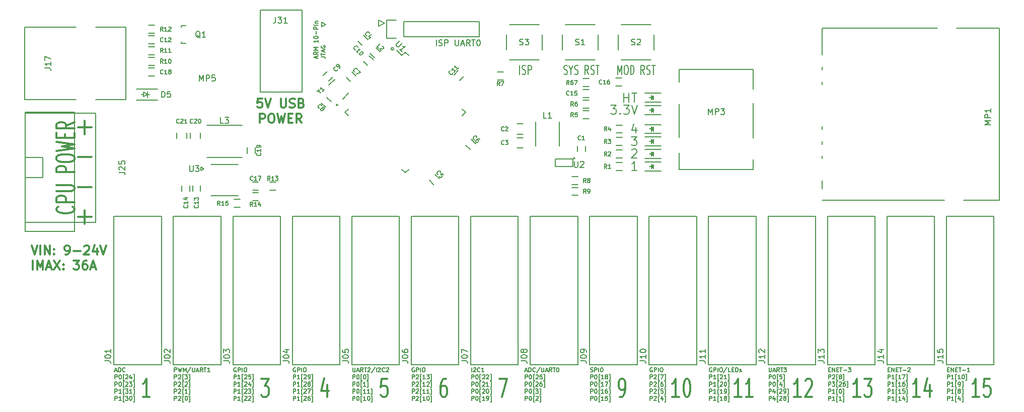
<source format=gbr>
G04 #@! TF.FileFunction,Legend,Top*
%FSLAX46Y46*%
G04 Gerber Fmt 4.6, Leading zero omitted, Abs format (unit mm)*
G04 Created by KiCad (PCBNEW 4.0.3+e1-6302~38~ubuntu14.04.1-stable) date Tue Oct  4 11:18:40 2016*
%MOMM*%
%LPD*%
G01*
G04 APERTURE LIST*
%ADD10C,0.100000*%
%ADD11C,0.300000*%
%ADD12C,0.150000*%
%ADD13C,0.200000*%
%ADD14C,0.152400*%
G04 APERTURE END LIST*
D10*
D11*
X211523810Y-137857143D02*
X210380952Y-137857143D01*
X210952381Y-137857143D02*
X210952381Y-134857143D01*
X210761905Y-135285714D01*
X210571429Y-135571429D01*
X210380952Y-135714286D01*
X213333333Y-134857143D02*
X212380952Y-134857143D01*
X212285714Y-136285714D01*
X212380952Y-136142857D01*
X212571429Y-136000000D01*
X213047619Y-136000000D01*
X213238095Y-136142857D01*
X213333333Y-136285714D01*
X213428572Y-136571429D01*
X213428572Y-137285714D01*
X213333333Y-137571429D01*
X213238095Y-137714286D01*
X213047619Y-137857143D01*
X212571429Y-137857143D01*
X212380952Y-137714286D01*
X212285714Y-137571429D01*
X201523810Y-137857143D02*
X200380952Y-137857143D01*
X200952381Y-137857143D02*
X200952381Y-134857143D01*
X200761905Y-135285714D01*
X200571429Y-135571429D01*
X200380952Y-135714286D01*
X203238095Y-135857143D02*
X203238095Y-137857143D01*
X202761905Y-134714286D02*
X202285714Y-136857143D01*
X203523810Y-136857143D01*
X191523810Y-137857143D02*
X190380952Y-137857143D01*
X190952381Y-137857143D02*
X190952381Y-134857143D01*
X190761905Y-135285714D01*
X190571429Y-135571429D01*
X190380952Y-135714286D01*
X192190476Y-134857143D02*
X193428572Y-134857143D01*
X192761905Y-136000000D01*
X193047619Y-136000000D01*
X193238095Y-136142857D01*
X193333333Y-136285714D01*
X193428572Y-136571429D01*
X193428572Y-137285714D01*
X193333333Y-137571429D01*
X193238095Y-137714286D01*
X193047619Y-137857143D01*
X192476191Y-137857143D01*
X192285714Y-137714286D01*
X192190476Y-137571429D01*
X181523810Y-137857143D02*
X180380952Y-137857143D01*
X180952381Y-137857143D02*
X180952381Y-134857143D01*
X180761905Y-135285714D01*
X180571429Y-135571429D01*
X180380952Y-135714286D01*
X182285714Y-135142857D02*
X182380952Y-135000000D01*
X182571429Y-134857143D01*
X183047619Y-134857143D01*
X183238095Y-135000000D01*
X183333333Y-135142857D01*
X183428572Y-135428571D01*
X183428572Y-135714286D01*
X183333333Y-136142857D01*
X182190476Y-137857143D01*
X183428572Y-137857143D01*
X171523810Y-137857143D02*
X170380952Y-137857143D01*
X170952381Y-137857143D02*
X170952381Y-134857143D01*
X170761905Y-135285714D01*
X170571429Y-135571429D01*
X170380952Y-135714286D01*
X173428572Y-137857143D02*
X172285714Y-137857143D01*
X172857143Y-137857143D02*
X172857143Y-134857143D01*
X172666667Y-135285714D01*
X172476191Y-135571429D01*
X172285714Y-135714286D01*
X161023810Y-137857143D02*
X159880952Y-137857143D01*
X160452381Y-137857143D02*
X160452381Y-134857143D01*
X160261905Y-135285714D01*
X160071429Y-135571429D01*
X159880952Y-135714286D01*
X162261905Y-134857143D02*
X162452381Y-134857143D01*
X162642857Y-135000000D01*
X162738095Y-135142857D01*
X162833333Y-135428571D01*
X162928572Y-136000000D01*
X162928572Y-136714286D01*
X162833333Y-137285714D01*
X162738095Y-137571429D01*
X162642857Y-137714286D01*
X162452381Y-137857143D01*
X162261905Y-137857143D01*
X162071429Y-137714286D01*
X161976191Y-137571429D01*
X161880952Y-137285714D01*
X161785714Y-136714286D01*
X161785714Y-136000000D01*
X161880952Y-135428571D01*
X161976191Y-135142857D01*
X162071429Y-135000000D01*
X162261905Y-134857143D01*
X151071429Y-137857143D02*
X151452381Y-137857143D01*
X151642857Y-137714286D01*
X151738095Y-137571429D01*
X151928571Y-137142857D01*
X152023810Y-136571429D01*
X152023810Y-135428571D01*
X151928571Y-135142857D01*
X151833333Y-135000000D01*
X151642857Y-134857143D01*
X151261905Y-134857143D01*
X151071429Y-135000000D01*
X150976190Y-135142857D01*
X150880952Y-135428571D01*
X150880952Y-136142857D01*
X150976190Y-136428571D01*
X151071429Y-136571429D01*
X151261905Y-136714286D01*
X151642857Y-136714286D01*
X151833333Y-136571429D01*
X151928571Y-136428571D01*
X152023810Y-136142857D01*
X130785714Y-134857143D02*
X132119048Y-134857143D01*
X131261905Y-137857143D01*
X121833333Y-134857143D02*
X121452381Y-134857143D01*
X121261905Y-135000000D01*
X121166667Y-135142857D01*
X120976190Y-135571429D01*
X120880952Y-136142857D01*
X120880952Y-137285714D01*
X120976190Y-137571429D01*
X121071429Y-137714286D01*
X121261905Y-137857143D01*
X121642857Y-137857143D01*
X121833333Y-137714286D01*
X121928571Y-137571429D01*
X122023810Y-137285714D01*
X122023810Y-136571429D01*
X121928571Y-136285714D01*
X121833333Y-136142857D01*
X121642857Y-136000000D01*
X121261905Y-136000000D01*
X121071429Y-136142857D01*
X120976190Y-136285714D01*
X120880952Y-136571429D01*
X111928571Y-134857143D02*
X110976190Y-134857143D01*
X110880952Y-136285714D01*
X110976190Y-136142857D01*
X111166667Y-136000000D01*
X111642857Y-136000000D01*
X111833333Y-136142857D01*
X111928571Y-136285714D01*
X112023810Y-136571429D01*
X112023810Y-137285714D01*
X111928571Y-137571429D01*
X111833333Y-137714286D01*
X111642857Y-137857143D01*
X111166667Y-137857143D01*
X110976190Y-137714286D01*
X110880952Y-137571429D01*
X101833333Y-135857143D02*
X101833333Y-137857143D01*
X101357143Y-134714286D02*
X100880952Y-136857143D01*
X102119048Y-136857143D01*
X90785714Y-134857143D02*
X92023810Y-134857143D01*
X91357143Y-136000000D01*
X91642857Y-136000000D01*
X91833333Y-136142857D01*
X91928571Y-136285714D01*
X92023810Y-136571429D01*
X92023810Y-137285714D01*
X91928571Y-137571429D01*
X91833333Y-137714286D01*
X91642857Y-137857143D01*
X91071429Y-137857143D01*
X90880952Y-137714286D01*
X90785714Y-137571429D01*
X72023810Y-137857143D02*
X70880952Y-137857143D01*
X71452381Y-137857143D02*
X71452381Y-134857143D01*
X71261905Y-135285714D01*
X71071429Y-135571429D01*
X70880952Y-135714286D01*
D12*
X206166667Y-133300000D02*
X206400000Y-133300000D01*
X206500000Y-133666667D02*
X206166667Y-133666667D01*
X206166667Y-132966667D01*
X206500000Y-132966667D01*
X206800000Y-133666667D02*
X206800000Y-132966667D01*
X207200000Y-133666667D01*
X207200000Y-132966667D01*
X207533333Y-133300000D02*
X207766666Y-133300000D01*
X207866666Y-133666667D02*
X207533333Y-133666667D01*
X207533333Y-132966667D01*
X207866666Y-132966667D01*
X208066666Y-132966667D02*
X208466666Y-132966667D01*
X208266666Y-133666667D02*
X208266666Y-132966667D01*
X208699999Y-133400000D02*
X209233332Y-133400000D01*
X209933332Y-133666667D02*
X209533332Y-133666667D01*
X209733332Y-133666667D02*
X209733332Y-132966667D01*
X209666666Y-133066667D01*
X209599999Y-133133333D01*
X209533332Y-133166667D01*
X206166667Y-134866667D02*
X206166667Y-134166667D01*
X206433333Y-134166667D01*
X206500000Y-134200000D01*
X206533333Y-134233333D01*
X206566667Y-134300000D01*
X206566667Y-134400000D01*
X206533333Y-134466667D01*
X206500000Y-134500000D01*
X206433333Y-134533333D01*
X206166667Y-134533333D01*
X207233333Y-134866667D02*
X206833333Y-134866667D01*
X207033333Y-134866667D02*
X207033333Y-134166667D01*
X206966667Y-134266667D01*
X206900000Y-134333333D01*
X206833333Y-134366667D01*
X207733334Y-135100000D02*
X207566667Y-135100000D01*
X207566667Y-134100000D01*
X207733334Y-134100000D01*
X208366667Y-134866667D02*
X207966667Y-134866667D01*
X208166667Y-134866667D02*
X208166667Y-134166667D01*
X208100001Y-134266667D01*
X208033334Y-134333333D01*
X207966667Y-134366667D01*
X208800001Y-134166667D02*
X208866668Y-134166667D01*
X208933334Y-134200000D01*
X208966668Y-134233333D01*
X209000001Y-134300000D01*
X209033334Y-134433333D01*
X209033334Y-134600000D01*
X209000001Y-134733333D01*
X208966668Y-134800000D01*
X208933334Y-134833333D01*
X208866668Y-134866667D01*
X208800001Y-134866667D01*
X208733334Y-134833333D01*
X208700001Y-134800000D01*
X208666668Y-134733333D01*
X208633334Y-134600000D01*
X208633334Y-134433333D01*
X208666668Y-134300000D01*
X208700001Y-134233333D01*
X208733334Y-134200000D01*
X208800001Y-134166667D01*
X209266668Y-135100000D02*
X209433335Y-135100000D01*
X209433335Y-134100000D01*
X209266668Y-134100000D01*
X206166667Y-136066667D02*
X206166667Y-135366667D01*
X206433333Y-135366667D01*
X206500000Y-135400000D01*
X206533333Y-135433333D01*
X206566667Y-135500000D01*
X206566667Y-135600000D01*
X206533333Y-135666667D01*
X206500000Y-135700000D01*
X206433333Y-135733333D01*
X206166667Y-135733333D01*
X207233333Y-136066667D02*
X206833333Y-136066667D01*
X207033333Y-136066667D02*
X207033333Y-135366667D01*
X206966667Y-135466667D01*
X206900000Y-135533333D01*
X206833333Y-135566667D01*
X207733334Y-136300000D02*
X207566667Y-136300000D01*
X207566667Y-135300000D01*
X207733334Y-135300000D01*
X208033334Y-136066667D02*
X208166667Y-136066667D01*
X208233334Y-136033333D01*
X208266667Y-136000000D01*
X208333334Y-135900000D01*
X208366667Y-135766667D01*
X208366667Y-135500000D01*
X208333334Y-135433333D01*
X208300001Y-135400000D01*
X208233334Y-135366667D01*
X208100001Y-135366667D01*
X208033334Y-135400000D01*
X208000001Y-135433333D01*
X207966667Y-135500000D01*
X207966667Y-135666667D01*
X208000001Y-135733333D01*
X208033334Y-135766667D01*
X208100001Y-135800000D01*
X208233334Y-135800000D01*
X208300001Y-135766667D01*
X208333334Y-135733333D01*
X208366667Y-135666667D01*
X208600001Y-136300000D02*
X208766668Y-136300000D01*
X208766668Y-135300000D01*
X208600001Y-135300000D01*
X206166667Y-137266667D02*
X206166667Y-136566667D01*
X206433333Y-136566667D01*
X206500000Y-136600000D01*
X206533333Y-136633333D01*
X206566667Y-136700000D01*
X206566667Y-136800000D01*
X206533333Y-136866667D01*
X206500000Y-136900000D01*
X206433333Y-136933333D01*
X206166667Y-136933333D01*
X207233333Y-137266667D02*
X206833333Y-137266667D01*
X207033333Y-137266667D02*
X207033333Y-136566667D01*
X206966667Y-136666667D01*
X206900000Y-136733333D01*
X206833333Y-136766667D01*
X207733334Y-137500000D02*
X207566667Y-137500000D01*
X207566667Y-136500000D01*
X207733334Y-136500000D01*
X208100001Y-136866667D02*
X208033334Y-136833333D01*
X208000001Y-136800000D01*
X207966667Y-136733333D01*
X207966667Y-136700000D01*
X208000001Y-136633333D01*
X208033334Y-136600000D01*
X208100001Y-136566667D01*
X208233334Y-136566667D01*
X208300001Y-136600000D01*
X208333334Y-136633333D01*
X208366667Y-136700000D01*
X208366667Y-136733333D01*
X208333334Y-136800000D01*
X208300001Y-136833333D01*
X208233334Y-136866667D01*
X208100001Y-136866667D01*
X208033334Y-136900000D01*
X208000001Y-136933333D01*
X207966667Y-137000000D01*
X207966667Y-137133333D01*
X208000001Y-137200000D01*
X208033334Y-137233333D01*
X208100001Y-137266667D01*
X208233334Y-137266667D01*
X208300001Y-137233333D01*
X208333334Y-137200000D01*
X208366667Y-137133333D01*
X208366667Y-137000000D01*
X208333334Y-136933333D01*
X208300001Y-136900000D01*
X208233334Y-136866667D01*
X208600001Y-137500000D02*
X208766668Y-137500000D01*
X208766668Y-136500000D01*
X208600001Y-136500000D01*
X206166667Y-138466667D02*
X206166667Y-137766667D01*
X206433333Y-137766667D01*
X206500000Y-137800000D01*
X206533333Y-137833333D01*
X206566667Y-137900000D01*
X206566667Y-138000000D01*
X206533333Y-138066667D01*
X206500000Y-138100000D01*
X206433333Y-138133333D01*
X206166667Y-138133333D01*
X207233333Y-138466667D02*
X206833333Y-138466667D01*
X207033333Y-138466667D02*
X207033333Y-137766667D01*
X206966667Y-137866667D01*
X206900000Y-137933333D01*
X206833333Y-137966667D01*
X207733334Y-138700000D02*
X207566667Y-138700000D01*
X207566667Y-137700000D01*
X207733334Y-137700000D01*
X208300001Y-138000000D02*
X208300001Y-138466667D01*
X208133334Y-137733333D02*
X207966667Y-138233333D01*
X208400001Y-138233333D01*
X208600001Y-138700000D02*
X208766668Y-138700000D01*
X208766668Y-137700000D01*
X208600001Y-137700000D01*
X196166667Y-133300000D02*
X196400000Y-133300000D01*
X196500000Y-133666667D02*
X196166667Y-133666667D01*
X196166667Y-132966667D01*
X196500000Y-132966667D01*
X196800000Y-133666667D02*
X196800000Y-132966667D01*
X197200000Y-133666667D01*
X197200000Y-132966667D01*
X197533333Y-133300000D02*
X197766666Y-133300000D01*
X197866666Y-133666667D02*
X197533333Y-133666667D01*
X197533333Y-132966667D01*
X197866666Y-132966667D01*
X198066666Y-132966667D02*
X198466666Y-132966667D01*
X198266666Y-133666667D02*
X198266666Y-132966667D01*
X198699999Y-133400000D02*
X199233332Y-133400000D01*
X199533332Y-133033333D02*
X199566666Y-133000000D01*
X199633332Y-132966667D01*
X199799999Y-132966667D01*
X199866666Y-133000000D01*
X199899999Y-133033333D01*
X199933332Y-133100000D01*
X199933332Y-133166667D01*
X199899999Y-133266667D01*
X199499999Y-133666667D01*
X199933332Y-133666667D01*
X196166667Y-134866667D02*
X196166667Y-134166667D01*
X196433333Y-134166667D01*
X196500000Y-134200000D01*
X196533333Y-134233333D01*
X196566667Y-134300000D01*
X196566667Y-134400000D01*
X196533333Y-134466667D01*
X196500000Y-134500000D01*
X196433333Y-134533333D01*
X196166667Y-134533333D01*
X197233333Y-134866667D02*
X196833333Y-134866667D01*
X197033333Y-134866667D02*
X197033333Y-134166667D01*
X196966667Y-134266667D01*
X196900000Y-134333333D01*
X196833333Y-134366667D01*
X197733334Y-135100000D02*
X197566667Y-135100000D01*
X197566667Y-134100000D01*
X197733334Y-134100000D01*
X198366667Y-134866667D02*
X197966667Y-134866667D01*
X198166667Y-134866667D02*
X198166667Y-134166667D01*
X198100001Y-134266667D01*
X198033334Y-134333333D01*
X197966667Y-134366667D01*
X198600001Y-134166667D02*
X199066668Y-134166667D01*
X198766668Y-134866667D01*
X199266668Y-135100000D02*
X199433335Y-135100000D01*
X199433335Y-134100000D01*
X199266668Y-134100000D01*
X196166667Y-136066667D02*
X196166667Y-135366667D01*
X196433333Y-135366667D01*
X196500000Y-135400000D01*
X196533333Y-135433333D01*
X196566667Y-135500000D01*
X196566667Y-135600000D01*
X196533333Y-135666667D01*
X196500000Y-135700000D01*
X196433333Y-135733333D01*
X196166667Y-135733333D01*
X197233333Y-136066667D02*
X196833333Y-136066667D01*
X197033333Y-136066667D02*
X197033333Y-135366667D01*
X196966667Y-135466667D01*
X196900000Y-135533333D01*
X196833333Y-135566667D01*
X197733334Y-136300000D02*
X197566667Y-136300000D01*
X197566667Y-135300000D01*
X197733334Y-135300000D01*
X198366667Y-136066667D02*
X197966667Y-136066667D01*
X198166667Y-136066667D02*
X198166667Y-135366667D01*
X198100001Y-135466667D01*
X198033334Y-135533333D01*
X197966667Y-135566667D01*
X198966668Y-135366667D02*
X198833334Y-135366667D01*
X198766668Y-135400000D01*
X198733334Y-135433333D01*
X198666668Y-135533333D01*
X198633334Y-135666667D01*
X198633334Y-135933333D01*
X198666668Y-136000000D01*
X198700001Y-136033333D01*
X198766668Y-136066667D01*
X198900001Y-136066667D01*
X198966668Y-136033333D01*
X199000001Y-136000000D01*
X199033334Y-135933333D01*
X199033334Y-135766667D01*
X199000001Y-135700000D01*
X198966668Y-135666667D01*
X198900001Y-135633333D01*
X198766668Y-135633333D01*
X198700001Y-135666667D01*
X198666668Y-135700000D01*
X198633334Y-135766667D01*
X199266668Y-136300000D02*
X199433335Y-136300000D01*
X199433335Y-135300000D01*
X199266668Y-135300000D01*
X196166667Y-137266667D02*
X196166667Y-136566667D01*
X196433333Y-136566667D01*
X196500000Y-136600000D01*
X196533333Y-136633333D01*
X196566667Y-136700000D01*
X196566667Y-136800000D01*
X196533333Y-136866667D01*
X196500000Y-136900000D01*
X196433333Y-136933333D01*
X196166667Y-136933333D01*
X197233333Y-137266667D02*
X196833333Y-137266667D01*
X197033333Y-137266667D02*
X197033333Y-136566667D01*
X196966667Y-136666667D01*
X196900000Y-136733333D01*
X196833333Y-136766667D01*
X197733334Y-137500000D02*
X197566667Y-137500000D01*
X197566667Y-136500000D01*
X197733334Y-136500000D01*
X198366667Y-137266667D02*
X197966667Y-137266667D01*
X198166667Y-137266667D02*
X198166667Y-136566667D01*
X198100001Y-136666667D01*
X198033334Y-136733333D01*
X197966667Y-136766667D01*
X199000001Y-136566667D02*
X198666668Y-136566667D01*
X198633334Y-136900000D01*
X198666668Y-136866667D01*
X198733334Y-136833333D01*
X198900001Y-136833333D01*
X198966668Y-136866667D01*
X199000001Y-136900000D01*
X199033334Y-136966667D01*
X199033334Y-137133333D01*
X199000001Y-137200000D01*
X198966668Y-137233333D01*
X198900001Y-137266667D01*
X198733334Y-137266667D01*
X198666668Y-137233333D01*
X198633334Y-137200000D01*
X199266668Y-137500000D02*
X199433335Y-137500000D01*
X199433335Y-136500000D01*
X199266668Y-136500000D01*
X196166667Y-138466667D02*
X196166667Y-137766667D01*
X196433333Y-137766667D01*
X196500000Y-137800000D01*
X196533333Y-137833333D01*
X196566667Y-137900000D01*
X196566667Y-138000000D01*
X196533333Y-138066667D01*
X196500000Y-138100000D01*
X196433333Y-138133333D01*
X196166667Y-138133333D01*
X197233333Y-138466667D02*
X196833333Y-138466667D01*
X197033333Y-138466667D02*
X197033333Y-137766667D01*
X196966667Y-137866667D01*
X196900000Y-137933333D01*
X196833333Y-137966667D01*
X197733334Y-138700000D02*
X197566667Y-138700000D01*
X197566667Y-137700000D01*
X197733334Y-137700000D01*
X198366667Y-138466667D02*
X197966667Y-138466667D01*
X198166667Y-138466667D02*
X198166667Y-137766667D01*
X198100001Y-137866667D01*
X198033334Y-137933333D01*
X197966667Y-137966667D01*
X198966668Y-138000000D02*
X198966668Y-138466667D01*
X198800001Y-137733333D02*
X198633334Y-138233333D01*
X199066668Y-138233333D01*
X199266668Y-138700000D02*
X199433335Y-138700000D01*
X199433335Y-137700000D01*
X199266668Y-137700000D01*
X186166667Y-133300000D02*
X186400000Y-133300000D01*
X186500000Y-133666667D02*
X186166667Y-133666667D01*
X186166667Y-132966667D01*
X186500000Y-132966667D01*
X186800000Y-133666667D02*
X186800000Y-132966667D01*
X187200000Y-133666667D01*
X187200000Y-132966667D01*
X187533333Y-133300000D02*
X187766666Y-133300000D01*
X187866666Y-133666667D02*
X187533333Y-133666667D01*
X187533333Y-132966667D01*
X187866666Y-132966667D01*
X188066666Y-132966667D02*
X188466666Y-132966667D01*
X188266666Y-133666667D02*
X188266666Y-132966667D01*
X188699999Y-133400000D02*
X189233332Y-133400000D01*
X189499999Y-132966667D02*
X189933332Y-132966667D01*
X189699999Y-133233333D01*
X189799999Y-133233333D01*
X189866666Y-133266667D01*
X189899999Y-133300000D01*
X189933332Y-133366667D01*
X189933332Y-133533333D01*
X189899999Y-133600000D01*
X189866666Y-133633333D01*
X189799999Y-133666667D01*
X189599999Y-133666667D01*
X189533332Y-133633333D01*
X189499999Y-133600000D01*
X186166667Y-134866667D02*
X186166667Y-134166667D01*
X186433333Y-134166667D01*
X186500000Y-134200000D01*
X186533333Y-134233333D01*
X186566667Y-134300000D01*
X186566667Y-134400000D01*
X186533333Y-134466667D01*
X186500000Y-134500000D01*
X186433333Y-134533333D01*
X186166667Y-134533333D01*
X186833333Y-134233333D02*
X186866667Y-134200000D01*
X186933333Y-134166667D01*
X187100000Y-134166667D01*
X187166667Y-134200000D01*
X187200000Y-134233333D01*
X187233333Y-134300000D01*
X187233333Y-134366667D01*
X187200000Y-134466667D01*
X186800000Y-134866667D01*
X187233333Y-134866667D01*
X187733334Y-135100000D02*
X187566667Y-135100000D01*
X187566667Y-134100000D01*
X187733334Y-134100000D01*
X188100001Y-134466667D02*
X188033334Y-134433333D01*
X188000001Y-134400000D01*
X187966667Y-134333333D01*
X187966667Y-134300000D01*
X188000001Y-134233333D01*
X188033334Y-134200000D01*
X188100001Y-134166667D01*
X188233334Y-134166667D01*
X188300001Y-134200000D01*
X188333334Y-134233333D01*
X188366667Y-134300000D01*
X188366667Y-134333333D01*
X188333334Y-134400000D01*
X188300001Y-134433333D01*
X188233334Y-134466667D01*
X188100001Y-134466667D01*
X188033334Y-134500000D01*
X188000001Y-134533333D01*
X187966667Y-134600000D01*
X187966667Y-134733333D01*
X188000001Y-134800000D01*
X188033334Y-134833333D01*
X188100001Y-134866667D01*
X188233334Y-134866667D01*
X188300001Y-134833333D01*
X188333334Y-134800000D01*
X188366667Y-134733333D01*
X188366667Y-134600000D01*
X188333334Y-134533333D01*
X188300001Y-134500000D01*
X188233334Y-134466667D01*
X188600001Y-135100000D02*
X188766668Y-135100000D01*
X188766668Y-134100000D01*
X188600001Y-134100000D01*
X186166667Y-136066667D02*
X186166667Y-135366667D01*
X186433333Y-135366667D01*
X186500000Y-135400000D01*
X186533333Y-135433333D01*
X186566667Y-135500000D01*
X186566667Y-135600000D01*
X186533333Y-135666667D01*
X186500000Y-135700000D01*
X186433333Y-135733333D01*
X186166667Y-135733333D01*
X186800000Y-135366667D02*
X187233333Y-135366667D01*
X187000000Y-135633333D01*
X187100000Y-135633333D01*
X187166667Y-135666667D01*
X187200000Y-135700000D01*
X187233333Y-135766667D01*
X187233333Y-135933333D01*
X187200000Y-136000000D01*
X187166667Y-136033333D01*
X187100000Y-136066667D01*
X186900000Y-136066667D01*
X186833333Y-136033333D01*
X186800000Y-136000000D01*
X187733334Y-136300000D02*
X187566667Y-136300000D01*
X187566667Y-135300000D01*
X187733334Y-135300000D01*
X187966667Y-135433333D02*
X188000001Y-135400000D01*
X188066667Y-135366667D01*
X188233334Y-135366667D01*
X188300001Y-135400000D01*
X188333334Y-135433333D01*
X188366667Y-135500000D01*
X188366667Y-135566667D01*
X188333334Y-135666667D01*
X187933334Y-136066667D01*
X188366667Y-136066667D01*
X188966668Y-135366667D02*
X188833334Y-135366667D01*
X188766668Y-135400000D01*
X188733334Y-135433333D01*
X188666668Y-135533333D01*
X188633334Y-135666667D01*
X188633334Y-135933333D01*
X188666668Y-136000000D01*
X188700001Y-136033333D01*
X188766668Y-136066667D01*
X188900001Y-136066667D01*
X188966668Y-136033333D01*
X189000001Y-136000000D01*
X189033334Y-135933333D01*
X189033334Y-135766667D01*
X189000001Y-135700000D01*
X188966668Y-135666667D01*
X188900001Y-135633333D01*
X188766668Y-135633333D01*
X188700001Y-135666667D01*
X188666668Y-135700000D01*
X188633334Y-135766667D01*
X189266668Y-136300000D02*
X189433335Y-136300000D01*
X189433335Y-135300000D01*
X189266668Y-135300000D01*
X186166667Y-137266667D02*
X186166667Y-136566667D01*
X186433333Y-136566667D01*
X186500000Y-136600000D01*
X186533333Y-136633333D01*
X186566667Y-136700000D01*
X186566667Y-136800000D01*
X186533333Y-136866667D01*
X186500000Y-136900000D01*
X186433333Y-136933333D01*
X186166667Y-136933333D01*
X187233333Y-137266667D02*
X186833333Y-137266667D01*
X187033333Y-137266667D02*
X187033333Y-136566667D01*
X186966667Y-136666667D01*
X186900000Y-136733333D01*
X186833333Y-136766667D01*
X187733334Y-137500000D02*
X187566667Y-137500000D01*
X187566667Y-136500000D01*
X187733334Y-136500000D01*
X188133334Y-136566667D02*
X188200001Y-136566667D01*
X188266667Y-136600000D01*
X188300001Y-136633333D01*
X188333334Y-136700000D01*
X188366667Y-136833333D01*
X188366667Y-137000000D01*
X188333334Y-137133333D01*
X188300001Y-137200000D01*
X188266667Y-137233333D01*
X188200001Y-137266667D01*
X188133334Y-137266667D01*
X188066667Y-137233333D01*
X188033334Y-137200000D01*
X188000001Y-137133333D01*
X187966667Y-137000000D01*
X187966667Y-136833333D01*
X188000001Y-136700000D01*
X188033334Y-136633333D01*
X188066667Y-136600000D01*
X188133334Y-136566667D01*
X188600001Y-137500000D02*
X188766668Y-137500000D01*
X188766668Y-136500000D01*
X188600001Y-136500000D01*
X186166667Y-138466667D02*
X186166667Y-137766667D01*
X186433333Y-137766667D01*
X186500000Y-137800000D01*
X186533333Y-137833333D01*
X186566667Y-137900000D01*
X186566667Y-138000000D01*
X186533333Y-138066667D01*
X186500000Y-138100000D01*
X186433333Y-138133333D01*
X186166667Y-138133333D01*
X187233333Y-138466667D02*
X186833333Y-138466667D01*
X187033333Y-138466667D02*
X187033333Y-137766667D01*
X186966667Y-137866667D01*
X186900000Y-137933333D01*
X186833333Y-137966667D01*
X187733334Y-138700000D02*
X187566667Y-138700000D01*
X187566667Y-137700000D01*
X187733334Y-137700000D01*
X188366667Y-138466667D02*
X187966667Y-138466667D01*
X188166667Y-138466667D02*
X188166667Y-137766667D01*
X188100001Y-137866667D01*
X188033334Y-137933333D01*
X187966667Y-137966667D01*
X188600001Y-138700000D02*
X188766668Y-138700000D01*
X188766668Y-137700000D01*
X188600001Y-137700000D01*
X176166667Y-132966667D02*
X176166667Y-133533333D01*
X176200000Y-133600000D01*
X176233333Y-133633333D01*
X176300000Y-133666667D01*
X176433333Y-133666667D01*
X176500000Y-133633333D01*
X176533333Y-133600000D01*
X176566667Y-133533333D01*
X176566667Y-132966667D01*
X176866666Y-133466667D02*
X177200000Y-133466667D01*
X176800000Y-133666667D02*
X177033333Y-132966667D01*
X177266666Y-133666667D01*
X177900000Y-133666667D02*
X177666666Y-133333333D01*
X177500000Y-133666667D02*
X177500000Y-132966667D01*
X177766666Y-132966667D01*
X177833333Y-133000000D01*
X177866666Y-133033333D01*
X177900000Y-133100000D01*
X177900000Y-133200000D01*
X177866666Y-133266667D01*
X177833333Y-133300000D01*
X177766666Y-133333333D01*
X177500000Y-133333333D01*
X178100000Y-132966667D02*
X178500000Y-132966667D01*
X178300000Y-133666667D02*
X178300000Y-132966667D01*
X178666666Y-132966667D02*
X179099999Y-132966667D01*
X178866666Y-133233333D01*
X178966666Y-133233333D01*
X179033333Y-133266667D01*
X179066666Y-133300000D01*
X179099999Y-133366667D01*
X179099999Y-133533333D01*
X179066666Y-133600000D01*
X179033333Y-133633333D01*
X178966666Y-133666667D01*
X178766666Y-133666667D01*
X178699999Y-133633333D01*
X178666666Y-133600000D01*
X176166667Y-134866667D02*
X176166667Y-134166667D01*
X176433333Y-134166667D01*
X176500000Y-134200000D01*
X176533333Y-134233333D01*
X176566667Y-134300000D01*
X176566667Y-134400000D01*
X176533333Y-134466667D01*
X176500000Y-134500000D01*
X176433333Y-134533333D01*
X176166667Y-134533333D01*
X177000000Y-134166667D02*
X177066667Y-134166667D01*
X177133333Y-134200000D01*
X177166667Y-134233333D01*
X177200000Y-134300000D01*
X177233333Y-134433333D01*
X177233333Y-134600000D01*
X177200000Y-134733333D01*
X177166667Y-134800000D01*
X177133333Y-134833333D01*
X177066667Y-134866667D01*
X177000000Y-134866667D01*
X176933333Y-134833333D01*
X176900000Y-134800000D01*
X176866667Y-134733333D01*
X176833333Y-134600000D01*
X176833333Y-134433333D01*
X176866667Y-134300000D01*
X176900000Y-134233333D01*
X176933333Y-134200000D01*
X177000000Y-134166667D01*
X177733334Y-135100000D02*
X177566667Y-135100000D01*
X177566667Y-134100000D01*
X177733334Y-134100000D01*
X178333334Y-134166667D02*
X178000001Y-134166667D01*
X177966667Y-134500000D01*
X178000001Y-134466667D01*
X178066667Y-134433333D01*
X178233334Y-134433333D01*
X178300001Y-134466667D01*
X178333334Y-134500000D01*
X178366667Y-134566667D01*
X178366667Y-134733333D01*
X178333334Y-134800000D01*
X178300001Y-134833333D01*
X178233334Y-134866667D01*
X178066667Y-134866667D01*
X178000001Y-134833333D01*
X177966667Y-134800000D01*
X178600001Y-135100000D02*
X178766668Y-135100000D01*
X178766668Y-134100000D01*
X178600001Y-134100000D01*
X176166667Y-136066667D02*
X176166667Y-135366667D01*
X176433333Y-135366667D01*
X176500000Y-135400000D01*
X176533333Y-135433333D01*
X176566667Y-135500000D01*
X176566667Y-135600000D01*
X176533333Y-135666667D01*
X176500000Y-135700000D01*
X176433333Y-135733333D01*
X176166667Y-135733333D01*
X177000000Y-135366667D02*
X177066667Y-135366667D01*
X177133333Y-135400000D01*
X177166667Y-135433333D01*
X177200000Y-135500000D01*
X177233333Y-135633333D01*
X177233333Y-135800000D01*
X177200000Y-135933333D01*
X177166667Y-136000000D01*
X177133333Y-136033333D01*
X177066667Y-136066667D01*
X177000000Y-136066667D01*
X176933333Y-136033333D01*
X176900000Y-136000000D01*
X176866667Y-135933333D01*
X176833333Y-135800000D01*
X176833333Y-135633333D01*
X176866667Y-135500000D01*
X176900000Y-135433333D01*
X176933333Y-135400000D01*
X177000000Y-135366667D01*
X177733334Y-136300000D02*
X177566667Y-136300000D01*
X177566667Y-135300000D01*
X177733334Y-135300000D01*
X178300001Y-135600000D02*
X178300001Y-136066667D01*
X178133334Y-135333333D02*
X177966667Y-135833333D01*
X178400001Y-135833333D01*
X178600001Y-136300000D02*
X178766668Y-136300000D01*
X178766668Y-135300000D01*
X178600001Y-135300000D01*
X176166667Y-137266667D02*
X176166667Y-136566667D01*
X176433333Y-136566667D01*
X176500000Y-136600000D01*
X176533333Y-136633333D01*
X176566667Y-136700000D01*
X176566667Y-136800000D01*
X176533333Y-136866667D01*
X176500000Y-136900000D01*
X176433333Y-136933333D01*
X176166667Y-136933333D01*
X177166667Y-136800000D02*
X177166667Y-137266667D01*
X177000000Y-136533333D02*
X176833333Y-137033333D01*
X177266667Y-137033333D01*
X177733334Y-137500000D02*
X177566667Y-137500000D01*
X177566667Y-136500000D01*
X177733334Y-136500000D01*
X177966667Y-136633333D02*
X178000001Y-136600000D01*
X178066667Y-136566667D01*
X178233334Y-136566667D01*
X178300001Y-136600000D01*
X178333334Y-136633333D01*
X178366667Y-136700000D01*
X178366667Y-136766667D01*
X178333334Y-136866667D01*
X177933334Y-137266667D01*
X178366667Y-137266667D01*
X178700001Y-137266667D02*
X178833334Y-137266667D01*
X178900001Y-137233333D01*
X178933334Y-137200000D01*
X179000001Y-137100000D01*
X179033334Y-136966667D01*
X179033334Y-136700000D01*
X179000001Y-136633333D01*
X178966668Y-136600000D01*
X178900001Y-136566667D01*
X178766668Y-136566667D01*
X178700001Y-136600000D01*
X178666668Y-136633333D01*
X178633334Y-136700000D01*
X178633334Y-136866667D01*
X178666668Y-136933333D01*
X178700001Y-136966667D01*
X178766668Y-137000000D01*
X178900001Y-137000000D01*
X178966668Y-136966667D01*
X179000001Y-136933333D01*
X179033334Y-136866667D01*
X179266668Y-137500000D02*
X179433335Y-137500000D01*
X179433335Y-136500000D01*
X179266668Y-136500000D01*
X176166667Y-138466667D02*
X176166667Y-137766667D01*
X176433333Y-137766667D01*
X176500000Y-137800000D01*
X176533333Y-137833333D01*
X176566667Y-137900000D01*
X176566667Y-138000000D01*
X176533333Y-138066667D01*
X176500000Y-138100000D01*
X176433333Y-138133333D01*
X176166667Y-138133333D01*
X177166667Y-138000000D02*
X177166667Y-138466667D01*
X177000000Y-137733333D02*
X176833333Y-138233333D01*
X177266667Y-138233333D01*
X177733334Y-138700000D02*
X177566667Y-138700000D01*
X177566667Y-137700000D01*
X177733334Y-137700000D01*
X177966667Y-137833333D02*
X178000001Y-137800000D01*
X178066667Y-137766667D01*
X178233334Y-137766667D01*
X178300001Y-137800000D01*
X178333334Y-137833333D01*
X178366667Y-137900000D01*
X178366667Y-137966667D01*
X178333334Y-138066667D01*
X177933334Y-138466667D01*
X178366667Y-138466667D01*
X178766668Y-138066667D02*
X178700001Y-138033333D01*
X178666668Y-138000000D01*
X178633334Y-137933333D01*
X178633334Y-137900000D01*
X178666668Y-137833333D01*
X178700001Y-137800000D01*
X178766668Y-137766667D01*
X178900001Y-137766667D01*
X178966668Y-137800000D01*
X179000001Y-137833333D01*
X179033334Y-137900000D01*
X179033334Y-137933333D01*
X179000001Y-138000000D01*
X178966668Y-138033333D01*
X178900001Y-138066667D01*
X178766668Y-138066667D01*
X178700001Y-138100000D01*
X178666668Y-138133333D01*
X178633334Y-138200000D01*
X178633334Y-138333333D01*
X178666668Y-138400000D01*
X178700001Y-138433333D01*
X178766668Y-138466667D01*
X178900001Y-138466667D01*
X178966668Y-138433333D01*
X179000001Y-138400000D01*
X179033334Y-138333333D01*
X179033334Y-138200000D01*
X179000001Y-138133333D01*
X178966668Y-138100000D01*
X178900001Y-138066667D01*
X179266668Y-138700000D02*
X179433335Y-138700000D01*
X179433335Y-137700000D01*
X179266668Y-137700000D01*
X166533333Y-133000000D02*
X166466667Y-132966667D01*
X166366667Y-132966667D01*
X166266667Y-133000000D01*
X166200000Y-133066667D01*
X166166667Y-133133333D01*
X166133333Y-133266667D01*
X166133333Y-133366667D01*
X166166667Y-133500000D01*
X166200000Y-133566667D01*
X166266667Y-133633333D01*
X166366667Y-133666667D01*
X166433333Y-133666667D01*
X166533333Y-133633333D01*
X166566667Y-133600000D01*
X166566667Y-133366667D01*
X166433333Y-133366667D01*
X166866667Y-133666667D02*
X166866667Y-132966667D01*
X167133333Y-132966667D01*
X167200000Y-133000000D01*
X167233333Y-133033333D01*
X167266667Y-133100000D01*
X167266667Y-133200000D01*
X167233333Y-133266667D01*
X167200000Y-133300000D01*
X167133333Y-133333333D01*
X166866667Y-133333333D01*
X167566667Y-133666667D02*
X167566667Y-132966667D01*
X168033333Y-132966667D02*
X168166666Y-132966667D01*
X168233333Y-133000000D01*
X168300000Y-133066667D01*
X168333333Y-133200000D01*
X168333333Y-133433333D01*
X168300000Y-133566667D01*
X168233333Y-133633333D01*
X168166666Y-133666667D01*
X168033333Y-133666667D01*
X167966666Y-133633333D01*
X167900000Y-133566667D01*
X167866666Y-133433333D01*
X167866666Y-133200000D01*
X167900000Y-133066667D01*
X167966666Y-133000000D01*
X168033333Y-132966667D01*
X169133333Y-132933333D02*
X168533333Y-133833333D01*
X169699999Y-133666667D02*
X169366666Y-133666667D01*
X169366666Y-132966667D01*
X169933333Y-133300000D02*
X170166666Y-133300000D01*
X170266666Y-133666667D02*
X169933333Y-133666667D01*
X169933333Y-132966667D01*
X170266666Y-132966667D01*
X170566666Y-133666667D02*
X170566666Y-132966667D01*
X170733332Y-132966667D01*
X170833332Y-133000000D01*
X170899999Y-133066667D01*
X170933332Y-133133333D01*
X170966666Y-133266667D01*
X170966666Y-133366667D01*
X170933332Y-133500000D01*
X170899999Y-133566667D01*
X170833332Y-133633333D01*
X170733332Y-133666667D01*
X170566666Y-133666667D01*
X171233332Y-133633333D02*
X171299999Y-133666667D01*
X171433332Y-133666667D01*
X171499999Y-133633333D01*
X171533332Y-133566667D01*
X171533332Y-133533333D01*
X171499999Y-133466667D01*
X171433332Y-133433333D01*
X171333332Y-133433333D01*
X171266666Y-133400000D01*
X171233332Y-133333333D01*
X171233332Y-133300000D01*
X171266666Y-133233333D01*
X171333332Y-133200000D01*
X171433332Y-133200000D01*
X171499999Y-133233333D01*
X166166667Y-134866667D02*
X166166667Y-134166667D01*
X166433333Y-134166667D01*
X166500000Y-134200000D01*
X166533333Y-134233333D01*
X166566667Y-134300000D01*
X166566667Y-134400000D01*
X166533333Y-134466667D01*
X166500000Y-134500000D01*
X166433333Y-134533333D01*
X166166667Y-134533333D01*
X167233333Y-134866667D02*
X166833333Y-134866667D01*
X167033333Y-134866667D02*
X167033333Y-134166667D01*
X166966667Y-134266667D01*
X166900000Y-134333333D01*
X166833333Y-134366667D01*
X167733334Y-135100000D02*
X167566667Y-135100000D01*
X167566667Y-134100000D01*
X167733334Y-134100000D01*
X167966667Y-134233333D02*
X168000001Y-134200000D01*
X168066667Y-134166667D01*
X168233334Y-134166667D01*
X168300001Y-134200000D01*
X168333334Y-134233333D01*
X168366667Y-134300000D01*
X168366667Y-134366667D01*
X168333334Y-134466667D01*
X167933334Y-134866667D01*
X168366667Y-134866667D01*
X169033334Y-134866667D02*
X168633334Y-134866667D01*
X168833334Y-134866667D02*
X168833334Y-134166667D01*
X168766668Y-134266667D01*
X168700001Y-134333333D01*
X168633334Y-134366667D01*
X169266668Y-135100000D02*
X169433335Y-135100000D01*
X169433335Y-134100000D01*
X169266668Y-134100000D01*
X166166667Y-136066667D02*
X166166667Y-135366667D01*
X166433333Y-135366667D01*
X166500000Y-135400000D01*
X166533333Y-135433333D01*
X166566667Y-135500000D01*
X166566667Y-135600000D01*
X166533333Y-135666667D01*
X166500000Y-135700000D01*
X166433333Y-135733333D01*
X166166667Y-135733333D01*
X167233333Y-136066667D02*
X166833333Y-136066667D01*
X167033333Y-136066667D02*
X167033333Y-135366667D01*
X166966667Y-135466667D01*
X166900000Y-135533333D01*
X166833333Y-135566667D01*
X167733334Y-136300000D02*
X167566667Y-136300000D01*
X167566667Y-135300000D01*
X167733334Y-135300000D01*
X167966667Y-135433333D02*
X168000001Y-135400000D01*
X168066667Y-135366667D01*
X168233334Y-135366667D01*
X168300001Y-135400000D01*
X168333334Y-135433333D01*
X168366667Y-135500000D01*
X168366667Y-135566667D01*
X168333334Y-135666667D01*
X167933334Y-136066667D01*
X168366667Y-136066667D01*
X168800001Y-135366667D02*
X168866668Y-135366667D01*
X168933334Y-135400000D01*
X168966668Y-135433333D01*
X169000001Y-135500000D01*
X169033334Y-135633333D01*
X169033334Y-135800000D01*
X169000001Y-135933333D01*
X168966668Y-136000000D01*
X168933334Y-136033333D01*
X168866668Y-136066667D01*
X168800001Y-136066667D01*
X168733334Y-136033333D01*
X168700001Y-136000000D01*
X168666668Y-135933333D01*
X168633334Y-135800000D01*
X168633334Y-135633333D01*
X168666668Y-135500000D01*
X168700001Y-135433333D01*
X168733334Y-135400000D01*
X168800001Y-135366667D01*
X169266668Y-136300000D02*
X169433335Y-136300000D01*
X169433335Y-135300000D01*
X169266668Y-135300000D01*
X166166667Y-137266667D02*
X166166667Y-136566667D01*
X166433333Y-136566667D01*
X166500000Y-136600000D01*
X166533333Y-136633333D01*
X166566667Y-136700000D01*
X166566667Y-136800000D01*
X166533333Y-136866667D01*
X166500000Y-136900000D01*
X166433333Y-136933333D01*
X166166667Y-136933333D01*
X167233333Y-137266667D02*
X166833333Y-137266667D01*
X167033333Y-137266667D02*
X167033333Y-136566667D01*
X166966667Y-136666667D01*
X166900000Y-136733333D01*
X166833333Y-136766667D01*
X167733334Y-137500000D02*
X167566667Y-137500000D01*
X167566667Y-136500000D01*
X167733334Y-136500000D01*
X168366667Y-137266667D02*
X167966667Y-137266667D01*
X168166667Y-137266667D02*
X168166667Y-136566667D01*
X168100001Y-136666667D01*
X168033334Y-136733333D01*
X167966667Y-136766667D01*
X168700001Y-137266667D02*
X168833334Y-137266667D01*
X168900001Y-137233333D01*
X168933334Y-137200000D01*
X169000001Y-137100000D01*
X169033334Y-136966667D01*
X169033334Y-136700000D01*
X169000001Y-136633333D01*
X168966668Y-136600000D01*
X168900001Y-136566667D01*
X168766668Y-136566667D01*
X168700001Y-136600000D01*
X168666668Y-136633333D01*
X168633334Y-136700000D01*
X168633334Y-136866667D01*
X168666668Y-136933333D01*
X168700001Y-136966667D01*
X168766668Y-137000000D01*
X168900001Y-137000000D01*
X168966668Y-136966667D01*
X169000001Y-136933333D01*
X169033334Y-136866667D01*
X169266668Y-137500000D02*
X169433335Y-137500000D01*
X169433335Y-136500000D01*
X169266668Y-136500000D01*
X166166667Y-138466667D02*
X166166667Y-137766667D01*
X166433333Y-137766667D01*
X166500000Y-137800000D01*
X166533333Y-137833333D01*
X166566667Y-137900000D01*
X166566667Y-138000000D01*
X166533333Y-138066667D01*
X166500000Y-138100000D01*
X166433333Y-138133333D01*
X166166667Y-138133333D01*
X167233333Y-138466667D02*
X166833333Y-138466667D01*
X167033333Y-138466667D02*
X167033333Y-137766667D01*
X166966667Y-137866667D01*
X166900000Y-137933333D01*
X166833333Y-137966667D01*
X167733334Y-138700000D02*
X167566667Y-138700000D01*
X167566667Y-137700000D01*
X167733334Y-137700000D01*
X168366667Y-138466667D02*
X167966667Y-138466667D01*
X168166667Y-138466667D02*
X168166667Y-137766667D01*
X168100001Y-137866667D01*
X168033334Y-137933333D01*
X167966667Y-137966667D01*
X168766668Y-138066667D02*
X168700001Y-138033333D01*
X168666668Y-138000000D01*
X168633334Y-137933333D01*
X168633334Y-137900000D01*
X168666668Y-137833333D01*
X168700001Y-137800000D01*
X168766668Y-137766667D01*
X168900001Y-137766667D01*
X168966668Y-137800000D01*
X169000001Y-137833333D01*
X169033334Y-137900000D01*
X169033334Y-137933333D01*
X169000001Y-138000000D01*
X168966668Y-138033333D01*
X168900001Y-138066667D01*
X168766668Y-138066667D01*
X168700001Y-138100000D01*
X168666668Y-138133333D01*
X168633334Y-138200000D01*
X168633334Y-138333333D01*
X168666668Y-138400000D01*
X168700001Y-138433333D01*
X168766668Y-138466667D01*
X168900001Y-138466667D01*
X168966668Y-138433333D01*
X169000001Y-138400000D01*
X169033334Y-138333333D01*
X169033334Y-138200000D01*
X169000001Y-138133333D01*
X168966668Y-138100000D01*
X168900001Y-138066667D01*
X169266668Y-138700000D02*
X169433335Y-138700000D01*
X169433335Y-137700000D01*
X169266668Y-137700000D01*
X156533333Y-133000000D02*
X156466667Y-132966667D01*
X156366667Y-132966667D01*
X156266667Y-133000000D01*
X156200000Y-133066667D01*
X156166667Y-133133333D01*
X156133333Y-133266667D01*
X156133333Y-133366667D01*
X156166667Y-133500000D01*
X156200000Y-133566667D01*
X156266667Y-133633333D01*
X156366667Y-133666667D01*
X156433333Y-133666667D01*
X156533333Y-133633333D01*
X156566667Y-133600000D01*
X156566667Y-133366667D01*
X156433333Y-133366667D01*
X156866667Y-133666667D02*
X156866667Y-132966667D01*
X157133333Y-132966667D01*
X157200000Y-133000000D01*
X157233333Y-133033333D01*
X157266667Y-133100000D01*
X157266667Y-133200000D01*
X157233333Y-133266667D01*
X157200000Y-133300000D01*
X157133333Y-133333333D01*
X156866667Y-133333333D01*
X157566667Y-133666667D02*
X157566667Y-132966667D01*
X158033333Y-132966667D02*
X158166666Y-132966667D01*
X158233333Y-133000000D01*
X158300000Y-133066667D01*
X158333333Y-133200000D01*
X158333333Y-133433333D01*
X158300000Y-133566667D01*
X158233333Y-133633333D01*
X158166666Y-133666667D01*
X158033333Y-133666667D01*
X157966666Y-133633333D01*
X157900000Y-133566667D01*
X157866666Y-133433333D01*
X157866666Y-133200000D01*
X157900000Y-133066667D01*
X157966666Y-133000000D01*
X158033333Y-132966667D01*
X156166667Y-134866667D02*
X156166667Y-134166667D01*
X156433333Y-134166667D01*
X156500000Y-134200000D01*
X156533333Y-134233333D01*
X156566667Y-134300000D01*
X156566667Y-134400000D01*
X156533333Y-134466667D01*
X156500000Y-134500000D01*
X156433333Y-134533333D01*
X156166667Y-134533333D01*
X156833333Y-134233333D02*
X156866667Y-134200000D01*
X156933333Y-134166667D01*
X157100000Y-134166667D01*
X157166667Y-134200000D01*
X157200000Y-134233333D01*
X157233333Y-134300000D01*
X157233333Y-134366667D01*
X157200000Y-134466667D01*
X156800000Y-134866667D01*
X157233333Y-134866667D01*
X157733334Y-135100000D02*
X157566667Y-135100000D01*
X157566667Y-134100000D01*
X157733334Y-134100000D01*
X157933334Y-134166667D02*
X158400001Y-134166667D01*
X158100001Y-134866667D01*
X158600001Y-135100000D02*
X158766668Y-135100000D01*
X158766668Y-134100000D01*
X158600001Y-134100000D01*
X156166667Y-136066667D02*
X156166667Y-135366667D01*
X156433333Y-135366667D01*
X156500000Y-135400000D01*
X156533333Y-135433333D01*
X156566667Y-135500000D01*
X156566667Y-135600000D01*
X156533333Y-135666667D01*
X156500000Y-135700000D01*
X156433333Y-135733333D01*
X156166667Y-135733333D01*
X156833333Y-135433333D02*
X156866667Y-135400000D01*
X156933333Y-135366667D01*
X157100000Y-135366667D01*
X157166667Y-135400000D01*
X157200000Y-135433333D01*
X157233333Y-135500000D01*
X157233333Y-135566667D01*
X157200000Y-135666667D01*
X156800000Y-136066667D01*
X157233333Y-136066667D01*
X157733334Y-136300000D02*
X157566667Y-136300000D01*
X157566667Y-135300000D01*
X157733334Y-135300000D01*
X158300001Y-135366667D02*
X158166667Y-135366667D01*
X158100001Y-135400000D01*
X158066667Y-135433333D01*
X158000001Y-135533333D01*
X157966667Y-135666667D01*
X157966667Y-135933333D01*
X158000001Y-136000000D01*
X158033334Y-136033333D01*
X158100001Y-136066667D01*
X158233334Y-136066667D01*
X158300001Y-136033333D01*
X158333334Y-136000000D01*
X158366667Y-135933333D01*
X158366667Y-135766667D01*
X158333334Y-135700000D01*
X158300001Y-135666667D01*
X158233334Y-135633333D01*
X158100001Y-135633333D01*
X158033334Y-135666667D01*
X158000001Y-135700000D01*
X157966667Y-135766667D01*
X158600001Y-136300000D02*
X158766668Y-136300000D01*
X158766668Y-135300000D01*
X158600001Y-135300000D01*
X156166667Y-137266667D02*
X156166667Y-136566667D01*
X156433333Y-136566667D01*
X156500000Y-136600000D01*
X156533333Y-136633333D01*
X156566667Y-136700000D01*
X156566667Y-136800000D01*
X156533333Y-136866667D01*
X156500000Y-136900000D01*
X156433333Y-136933333D01*
X156166667Y-136933333D01*
X156833333Y-136633333D02*
X156866667Y-136600000D01*
X156933333Y-136566667D01*
X157100000Y-136566667D01*
X157166667Y-136600000D01*
X157200000Y-136633333D01*
X157233333Y-136700000D01*
X157233333Y-136766667D01*
X157200000Y-136866667D01*
X156800000Y-137266667D01*
X157233333Y-137266667D01*
X157733334Y-137500000D02*
X157566667Y-137500000D01*
X157566667Y-136500000D01*
X157733334Y-136500000D01*
X158333334Y-136566667D02*
X158000001Y-136566667D01*
X157966667Y-136900000D01*
X158000001Y-136866667D01*
X158066667Y-136833333D01*
X158233334Y-136833333D01*
X158300001Y-136866667D01*
X158333334Y-136900000D01*
X158366667Y-136966667D01*
X158366667Y-137133333D01*
X158333334Y-137200000D01*
X158300001Y-137233333D01*
X158233334Y-137266667D01*
X158066667Y-137266667D01*
X158000001Y-137233333D01*
X157966667Y-137200000D01*
X158600001Y-137500000D02*
X158766668Y-137500000D01*
X158766668Y-136500000D01*
X158600001Y-136500000D01*
X156166667Y-138466667D02*
X156166667Y-137766667D01*
X156433333Y-137766667D01*
X156500000Y-137800000D01*
X156533333Y-137833333D01*
X156566667Y-137900000D01*
X156566667Y-138000000D01*
X156533333Y-138066667D01*
X156500000Y-138100000D01*
X156433333Y-138133333D01*
X156166667Y-138133333D01*
X156833333Y-137833333D02*
X156866667Y-137800000D01*
X156933333Y-137766667D01*
X157100000Y-137766667D01*
X157166667Y-137800000D01*
X157200000Y-137833333D01*
X157233333Y-137900000D01*
X157233333Y-137966667D01*
X157200000Y-138066667D01*
X156800000Y-138466667D01*
X157233333Y-138466667D01*
X157733334Y-138700000D02*
X157566667Y-138700000D01*
X157566667Y-137700000D01*
X157733334Y-137700000D01*
X158300001Y-138000000D02*
X158300001Y-138466667D01*
X158133334Y-137733333D02*
X157966667Y-138233333D01*
X158400001Y-138233333D01*
X158600001Y-138700000D02*
X158766668Y-138700000D01*
X158766668Y-137700000D01*
X158600001Y-137700000D01*
X146133333Y-133633333D02*
X146233333Y-133666667D01*
X146400000Y-133666667D01*
X146466667Y-133633333D01*
X146500000Y-133600000D01*
X146533333Y-133533333D01*
X146533333Y-133466667D01*
X146500000Y-133400000D01*
X146466667Y-133366667D01*
X146400000Y-133333333D01*
X146266667Y-133300000D01*
X146200000Y-133266667D01*
X146166667Y-133233333D01*
X146133333Y-133166667D01*
X146133333Y-133100000D01*
X146166667Y-133033333D01*
X146200000Y-133000000D01*
X146266667Y-132966667D01*
X146433333Y-132966667D01*
X146533333Y-133000000D01*
X146833334Y-133666667D02*
X146833334Y-132966667D01*
X147100000Y-132966667D01*
X147166667Y-133000000D01*
X147200000Y-133033333D01*
X147233334Y-133100000D01*
X147233334Y-133200000D01*
X147200000Y-133266667D01*
X147166667Y-133300000D01*
X147100000Y-133333333D01*
X146833334Y-133333333D01*
X147533334Y-133666667D02*
X147533334Y-132966667D01*
X148000000Y-132966667D02*
X148066667Y-132966667D01*
X148133333Y-133000000D01*
X148166667Y-133033333D01*
X148200000Y-133100000D01*
X148233333Y-133233333D01*
X148233333Y-133400000D01*
X148200000Y-133533333D01*
X148166667Y-133600000D01*
X148133333Y-133633333D01*
X148066667Y-133666667D01*
X148000000Y-133666667D01*
X147933333Y-133633333D01*
X147900000Y-133600000D01*
X147866667Y-133533333D01*
X147833333Y-133400000D01*
X147833333Y-133233333D01*
X147866667Y-133100000D01*
X147900000Y-133033333D01*
X147933333Y-133000000D01*
X148000000Y-132966667D01*
X146166667Y-134866667D02*
X146166667Y-134166667D01*
X146433333Y-134166667D01*
X146500000Y-134200000D01*
X146533333Y-134233333D01*
X146566667Y-134300000D01*
X146566667Y-134400000D01*
X146533333Y-134466667D01*
X146500000Y-134500000D01*
X146433333Y-134533333D01*
X146166667Y-134533333D01*
X147000000Y-134166667D02*
X147066667Y-134166667D01*
X147133333Y-134200000D01*
X147166667Y-134233333D01*
X147200000Y-134300000D01*
X147233333Y-134433333D01*
X147233333Y-134600000D01*
X147200000Y-134733333D01*
X147166667Y-134800000D01*
X147133333Y-134833333D01*
X147066667Y-134866667D01*
X147000000Y-134866667D01*
X146933333Y-134833333D01*
X146900000Y-134800000D01*
X146866667Y-134733333D01*
X146833333Y-134600000D01*
X146833333Y-134433333D01*
X146866667Y-134300000D01*
X146900000Y-134233333D01*
X146933333Y-134200000D01*
X147000000Y-134166667D01*
X147733334Y-135100000D02*
X147566667Y-135100000D01*
X147566667Y-134100000D01*
X147733334Y-134100000D01*
X148366667Y-134866667D02*
X147966667Y-134866667D01*
X148166667Y-134866667D02*
X148166667Y-134166667D01*
X148100001Y-134266667D01*
X148033334Y-134333333D01*
X147966667Y-134366667D01*
X148766668Y-134466667D02*
X148700001Y-134433333D01*
X148666668Y-134400000D01*
X148633334Y-134333333D01*
X148633334Y-134300000D01*
X148666668Y-134233333D01*
X148700001Y-134200000D01*
X148766668Y-134166667D01*
X148900001Y-134166667D01*
X148966668Y-134200000D01*
X149000001Y-134233333D01*
X149033334Y-134300000D01*
X149033334Y-134333333D01*
X149000001Y-134400000D01*
X148966668Y-134433333D01*
X148900001Y-134466667D01*
X148766668Y-134466667D01*
X148700001Y-134500000D01*
X148666668Y-134533333D01*
X148633334Y-134600000D01*
X148633334Y-134733333D01*
X148666668Y-134800000D01*
X148700001Y-134833333D01*
X148766668Y-134866667D01*
X148900001Y-134866667D01*
X148966668Y-134833333D01*
X149000001Y-134800000D01*
X149033334Y-134733333D01*
X149033334Y-134600000D01*
X149000001Y-134533333D01*
X148966668Y-134500000D01*
X148900001Y-134466667D01*
X149266668Y-135100000D02*
X149433335Y-135100000D01*
X149433335Y-134100000D01*
X149266668Y-134100000D01*
X146166667Y-136066667D02*
X146166667Y-135366667D01*
X146433333Y-135366667D01*
X146500000Y-135400000D01*
X146533333Y-135433333D01*
X146566667Y-135500000D01*
X146566667Y-135600000D01*
X146533333Y-135666667D01*
X146500000Y-135700000D01*
X146433333Y-135733333D01*
X146166667Y-135733333D01*
X147000000Y-135366667D02*
X147066667Y-135366667D01*
X147133333Y-135400000D01*
X147166667Y-135433333D01*
X147200000Y-135500000D01*
X147233333Y-135633333D01*
X147233333Y-135800000D01*
X147200000Y-135933333D01*
X147166667Y-136000000D01*
X147133333Y-136033333D01*
X147066667Y-136066667D01*
X147000000Y-136066667D01*
X146933333Y-136033333D01*
X146900000Y-136000000D01*
X146866667Y-135933333D01*
X146833333Y-135800000D01*
X146833333Y-135633333D01*
X146866667Y-135500000D01*
X146900000Y-135433333D01*
X146933333Y-135400000D01*
X147000000Y-135366667D01*
X147733334Y-136300000D02*
X147566667Y-136300000D01*
X147566667Y-135300000D01*
X147733334Y-135300000D01*
X148366667Y-136066667D02*
X147966667Y-136066667D01*
X148166667Y-136066667D02*
X148166667Y-135366667D01*
X148100001Y-135466667D01*
X148033334Y-135533333D01*
X147966667Y-135566667D01*
X148600001Y-135366667D02*
X149066668Y-135366667D01*
X148766668Y-136066667D01*
X149266668Y-136300000D02*
X149433335Y-136300000D01*
X149433335Y-135300000D01*
X149266668Y-135300000D01*
X146166667Y-137266667D02*
X146166667Y-136566667D01*
X146433333Y-136566667D01*
X146500000Y-136600000D01*
X146533333Y-136633333D01*
X146566667Y-136700000D01*
X146566667Y-136800000D01*
X146533333Y-136866667D01*
X146500000Y-136900000D01*
X146433333Y-136933333D01*
X146166667Y-136933333D01*
X147000000Y-136566667D02*
X147066667Y-136566667D01*
X147133333Y-136600000D01*
X147166667Y-136633333D01*
X147200000Y-136700000D01*
X147233333Y-136833333D01*
X147233333Y-137000000D01*
X147200000Y-137133333D01*
X147166667Y-137200000D01*
X147133333Y-137233333D01*
X147066667Y-137266667D01*
X147000000Y-137266667D01*
X146933333Y-137233333D01*
X146900000Y-137200000D01*
X146866667Y-137133333D01*
X146833333Y-137000000D01*
X146833333Y-136833333D01*
X146866667Y-136700000D01*
X146900000Y-136633333D01*
X146933333Y-136600000D01*
X147000000Y-136566667D01*
X147733334Y-137500000D02*
X147566667Y-137500000D01*
X147566667Y-136500000D01*
X147733334Y-136500000D01*
X148366667Y-137266667D02*
X147966667Y-137266667D01*
X148166667Y-137266667D02*
X148166667Y-136566667D01*
X148100001Y-136666667D01*
X148033334Y-136733333D01*
X147966667Y-136766667D01*
X148966668Y-136566667D02*
X148833334Y-136566667D01*
X148766668Y-136600000D01*
X148733334Y-136633333D01*
X148666668Y-136733333D01*
X148633334Y-136866667D01*
X148633334Y-137133333D01*
X148666668Y-137200000D01*
X148700001Y-137233333D01*
X148766668Y-137266667D01*
X148900001Y-137266667D01*
X148966668Y-137233333D01*
X149000001Y-137200000D01*
X149033334Y-137133333D01*
X149033334Y-136966667D01*
X149000001Y-136900000D01*
X148966668Y-136866667D01*
X148900001Y-136833333D01*
X148766668Y-136833333D01*
X148700001Y-136866667D01*
X148666668Y-136900000D01*
X148633334Y-136966667D01*
X149266668Y-137500000D02*
X149433335Y-137500000D01*
X149433335Y-136500000D01*
X149266668Y-136500000D01*
X146166667Y-138466667D02*
X146166667Y-137766667D01*
X146433333Y-137766667D01*
X146500000Y-137800000D01*
X146533333Y-137833333D01*
X146566667Y-137900000D01*
X146566667Y-138000000D01*
X146533333Y-138066667D01*
X146500000Y-138100000D01*
X146433333Y-138133333D01*
X146166667Y-138133333D01*
X147000000Y-137766667D02*
X147066667Y-137766667D01*
X147133333Y-137800000D01*
X147166667Y-137833333D01*
X147200000Y-137900000D01*
X147233333Y-138033333D01*
X147233333Y-138200000D01*
X147200000Y-138333333D01*
X147166667Y-138400000D01*
X147133333Y-138433333D01*
X147066667Y-138466667D01*
X147000000Y-138466667D01*
X146933333Y-138433333D01*
X146900000Y-138400000D01*
X146866667Y-138333333D01*
X146833333Y-138200000D01*
X146833333Y-138033333D01*
X146866667Y-137900000D01*
X146900000Y-137833333D01*
X146933333Y-137800000D01*
X147000000Y-137766667D01*
X147733334Y-138700000D02*
X147566667Y-138700000D01*
X147566667Y-137700000D01*
X147733334Y-137700000D01*
X148366667Y-138466667D02*
X147966667Y-138466667D01*
X148166667Y-138466667D02*
X148166667Y-137766667D01*
X148100001Y-137866667D01*
X148033334Y-137933333D01*
X147966667Y-137966667D01*
X149000001Y-137766667D02*
X148666668Y-137766667D01*
X148633334Y-138100000D01*
X148666668Y-138066667D01*
X148733334Y-138033333D01*
X148900001Y-138033333D01*
X148966668Y-138066667D01*
X149000001Y-138100000D01*
X149033334Y-138166667D01*
X149033334Y-138333333D01*
X149000001Y-138400000D01*
X148966668Y-138433333D01*
X148900001Y-138466667D01*
X148733334Y-138466667D01*
X148666668Y-138433333D01*
X148633334Y-138400000D01*
X149266668Y-138700000D02*
X149433335Y-138700000D01*
X149433335Y-137700000D01*
X149266668Y-137700000D01*
X135133333Y-133466667D02*
X135466667Y-133466667D01*
X135066667Y-133666667D02*
X135300000Y-132966667D01*
X135533333Y-133666667D01*
X135766667Y-133666667D02*
X135766667Y-132966667D01*
X135933333Y-132966667D01*
X136033333Y-133000000D01*
X136100000Y-133066667D01*
X136133333Y-133133333D01*
X136166667Y-133266667D01*
X136166667Y-133366667D01*
X136133333Y-133500000D01*
X136100000Y-133566667D01*
X136033333Y-133633333D01*
X135933333Y-133666667D01*
X135766667Y-133666667D01*
X136866667Y-133600000D02*
X136833333Y-133633333D01*
X136733333Y-133666667D01*
X136666667Y-133666667D01*
X136566667Y-133633333D01*
X136500000Y-133566667D01*
X136466667Y-133500000D01*
X136433333Y-133366667D01*
X136433333Y-133266667D01*
X136466667Y-133133333D01*
X136500000Y-133066667D01*
X136566667Y-133000000D01*
X136666667Y-132966667D01*
X136733333Y-132966667D01*
X136833333Y-133000000D01*
X136866667Y-133033333D01*
X137666667Y-132933333D02*
X137066667Y-133833333D01*
X137900000Y-132966667D02*
X137900000Y-133533333D01*
X137933333Y-133600000D01*
X137966666Y-133633333D01*
X138033333Y-133666667D01*
X138166666Y-133666667D01*
X138233333Y-133633333D01*
X138266666Y-133600000D01*
X138300000Y-133533333D01*
X138300000Y-132966667D01*
X138599999Y-133466667D02*
X138933333Y-133466667D01*
X138533333Y-133666667D02*
X138766666Y-132966667D01*
X138999999Y-133666667D01*
X139633333Y-133666667D02*
X139399999Y-133333333D01*
X139233333Y-133666667D02*
X139233333Y-132966667D01*
X139499999Y-132966667D01*
X139566666Y-133000000D01*
X139599999Y-133033333D01*
X139633333Y-133100000D01*
X139633333Y-133200000D01*
X139599999Y-133266667D01*
X139566666Y-133300000D01*
X139499999Y-133333333D01*
X139233333Y-133333333D01*
X139833333Y-132966667D02*
X140233333Y-132966667D01*
X140033333Y-133666667D02*
X140033333Y-132966667D01*
X140599999Y-132966667D02*
X140666666Y-132966667D01*
X140733332Y-133000000D01*
X140766666Y-133033333D01*
X140799999Y-133100000D01*
X140833332Y-133233333D01*
X140833332Y-133400000D01*
X140799999Y-133533333D01*
X140766666Y-133600000D01*
X140733332Y-133633333D01*
X140666666Y-133666667D01*
X140599999Y-133666667D01*
X140533332Y-133633333D01*
X140499999Y-133600000D01*
X140466666Y-133533333D01*
X140433332Y-133400000D01*
X140433332Y-133233333D01*
X140466666Y-133100000D01*
X140499999Y-133033333D01*
X140533332Y-133000000D01*
X140599999Y-132966667D01*
X135166667Y-134866667D02*
X135166667Y-134166667D01*
X135433333Y-134166667D01*
X135500000Y-134200000D01*
X135533333Y-134233333D01*
X135566667Y-134300000D01*
X135566667Y-134400000D01*
X135533333Y-134466667D01*
X135500000Y-134500000D01*
X135433333Y-134533333D01*
X135166667Y-134533333D01*
X136000000Y-134166667D02*
X136066667Y-134166667D01*
X136133333Y-134200000D01*
X136166667Y-134233333D01*
X136200000Y-134300000D01*
X136233333Y-134433333D01*
X136233333Y-134600000D01*
X136200000Y-134733333D01*
X136166667Y-134800000D01*
X136133333Y-134833333D01*
X136066667Y-134866667D01*
X136000000Y-134866667D01*
X135933333Y-134833333D01*
X135900000Y-134800000D01*
X135866667Y-134733333D01*
X135833333Y-134600000D01*
X135833333Y-134433333D01*
X135866667Y-134300000D01*
X135900000Y-134233333D01*
X135933333Y-134200000D01*
X136000000Y-134166667D01*
X136733334Y-135100000D02*
X136566667Y-135100000D01*
X136566667Y-134100000D01*
X136733334Y-134100000D01*
X136966667Y-134233333D02*
X137000001Y-134200000D01*
X137066667Y-134166667D01*
X137233334Y-134166667D01*
X137300001Y-134200000D01*
X137333334Y-134233333D01*
X137366667Y-134300000D01*
X137366667Y-134366667D01*
X137333334Y-134466667D01*
X136933334Y-134866667D01*
X137366667Y-134866667D01*
X138000001Y-134166667D02*
X137666668Y-134166667D01*
X137633334Y-134500000D01*
X137666668Y-134466667D01*
X137733334Y-134433333D01*
X137900001Y-134433333D01*
X137966668Y-134466667D01*
X138000001Y-134500000D01*
X138033334Y-134566667D01*
X138033334Y-134733333D01*
X138000001Y-134800000D01*
X137966668Y-134833333D01*
X137900001Y-134866667D01*
X137733334Y-134866667D01*
X137666668Y-134833333D01*
X137633334Y-134800000D01*
X138266668Y-135100000D02*
X138433335Y-135100000D01*
X138433335Y-134100000D01*
X138266668Y-134100000D01*
X135166667Y-136066667D02*
X135166667Y-135366667D01*
X135433333Y-135366667D01*
X135500000Y-135400000D01*
X135533333Y-135433333D01*
X135566667Y-135500000D01*
X135566667Y-135600000D01*
X135533333Y-135666667D01*
X135500000Y-135700000D01*
X135433333Y-135733333D01*
X135166667Y-135733333D01*
X136000000Y-135366667D02*
X136066667Y-135366667D01*
X136133333Y-135400000D01*
X136166667Y-135433333D01*
X136200000Y-135500000D01*
X136233333Y-135633333D01*
X136233333Y-135800000D01*
X136200000Y-135933333D01*
X136166667Y-136000000D01*
X136133333Y-136033333D01*
X136066667Y-136066667D01*
X136000000Y-136066667D01*
X135933333Y-136033333D01*
X135900000Y-136000000D01*
X135866667Y-135933333D01*
X135833333Y-135800000D01*
X135833333Y-135633333D01*
X135866667Y-135500000D01*
X135900000Y-135433333D01*
X135933333Y-135400000D01*
X136000000Y-135366667D01*
X136733334Y-136300000D02*
X136566667Y-136300000D01*
X136566667Y-135300000D01*
X136733334Y-135300000D01*
X136966667Y-135433333D02*
X137000001Y-135400000D01*
X137066667Y-135366667D01*
X137233334Y-135366667D01*
X137300001Y-135400000D01*
X137333334Y-135433333D01*
X137366667Y-135500000D01*
X137366667Y-135566667D01*
X137333334Y-135666667D01*
X136933334Y-136066667D01*
X137366667Y-136066667D01*
X137966668Y-135366667D02*
X137833334Y-135366667D01*
X137766668Y-135400000D01*
X137733334Y-135433333D01*
X137666668Y-135533333D01*
X137633334Y-135666667D01*
X137633334Y-135933333D01*
X137666668Y-136000000D01*
X137700001Y-136033333D01*
X137766668Y-136066667D01*
X137900001Y-136066667D01*
X137966668Y-136033333D01*
X138000001Y-136000000D01*
X138033334Y-135933333D01*
X138033334Y-135766667D01*
X138000001Y-135700000D01*
X137966668Y-135666667D01*
X137900001Y-135633333D01*
X137766668Y-135633333D01*
X137700001Y-135666667D01*
X137666668Y-135700000D01*
X137633334Y-135766667D01*
X138266668Y-136300000D02*
X138433335Y-136300000D01*
X138433335Y-135300000D01*
X138266668Y-135300000D01*
X135166667Y-137266667D02*
X135166667Y-136566667D01*
X135433333Y-136566667D01*
X135500000Y-136600000D01*
X135533333Y-136633333D01*
X135566667Y-136700000D01*
X135566667Y-136800000D01*
X135533333Y-136866667D01*
X135500000Y-136900000D01*
X135433333Y-136933333D01*
X135166667Y-136933333D01*
X136000000Y-136566667D02*
X136066667Y-136566667D01*
X136133333Y-136600000D01*
X136166667Y-136633333D01*
X136200000Y-136700000D01*
X136233333Y-136833333D01*
X136233333Y-137000000D01*
X136200000Y-137133333D01*
X136166667Y-137200000D01*
X136133333Y-137233333D01*
X136066667Y-137266667D01*
X136000000Y-137266667D01*
X135933333Y-137233333D01*
X135900000Y-137200000D01*
X135866667Y-137133333D01*
X135833333Y-137000000D01*
X135833333Y-136833333D01*
X135866667Y-136700000D01*
X135900000Y-136633333D01*
X135933333Y-136600000D01*
X136000000Y-136566667D01*
X136733334Y-137500000D02*
X136566667Y-137500000D01*
X136566667Y-136500000D01*
X136733334Y-136500000D01*
X136933334Y-136566667D02*
X137366667Y-136566667D01*
X137133334Y-136833333D01*
X137233334Y-136833333D01*
X137300001Y-136866667D01*
X137333334Y-136900000D01*
X137366667Y-136966667D01*
X137366667Y-137133333D01*
X137333334Y-137200000D01*
X137300001Y-137233333D01*
X137233334Y-137266667D01*
X137033334Y-137266667D01*
X136966667Y-137233333D01*
X136933334Y-137200000D01*
X137600001Y-137500000D02*
X137766668Y-137500000D01*
X137766668Y-136500000D01*
X137600001Y-136500000D01*
X135166667Y-138466667D02*
X135166667Y-137766667D01*
X135433333Y-137766667D01*
X135500000Y-137800000D01*
X135533333Y-137833333D01*
X135566667Y-137900000D01*
X135566667Y-138000000D01*
X135533333Y-138066667D01*
X135500000Y-138100000D01*
X135433333Y-138133333D01*
X135166667Y-138133333D01*
X136000000Y-137766667D02*
X136066667Y-137766667D01*
X136133333Y-137800000D01*
X136166667Y-137833333D01*
X136200000Y-137900000D01*
X136233333Y-138033333D01*
X136233333Y-138200000D01*
X136200000Y-138333333D01*
X136166667Y-138400000D01*
X136133333Y-138433333D01*
X136066667Y-138466667D01*
X136000000Y-138466667D01*
X135933333Y-138433333D01*
X135900000Y-138400000D01*
X135866667Y-138333333D01*
X135833333Y-138200000D01*
X135833333Y-138033333D01*
X135866667Y-137900000D01*
X135900000Y-137833333D01*
X135933333Y-137800000D01*
X136000000Y-137766667D01*
X136733334Y-138700000D02*
X136566667Y-138700000D01*
X136566667Y-137700000D01*
X136733334Y-137700000D01*
X136966667Y-137833333D02*
X137000001Y-137800000D01*
X137066667Y-137766667D01*
X137233334Y-137766667D01*
X137300001Y-137800000D01*
X137333334Y-137833333D01*
X137366667Y-137900000D01*
X137366667Y-137966667D01*
X137333334Y-138066667D01*
X136933334Y-138466667D01*
X137366667Y-138466667D01*
X137600001Y-138700000D02*
X137766668Y-138700000D01*
X137766668Y-137700000D01*
X137600001Y-137700000D01*
X126166667Y-133666667D02*
X126166667Y-132966667D01*
X126466666Y-133033333D02*
X126500000Y-133000000D01*
X126566666Y-132966667D01*
X126733333Y-132966667D01*
X126800000Y-133000000D01*
X126833333Y-133033333D01*
X126866666Y-133100000D01*
X126866666Y-133166667D01*
X126833333Y-133266667D01*
X126433333Y-133666667D01*
X126866666Y-133666667D01*
X127566667Y-133600000D02*
X127533333Y-133633333D01*
X127433333Y-133666667D01*
X127366667Y-133666667D01*
X127266667Y-133633333D01*
X127200000Y-133566667D01*
X127166667Y-133500000D01*
X127133333Y-133366667D01*
X127133333Y-133266667D01*
X127166667Y-133133333D01*
X127200000Y-133066667D01*
X127266667Y-133000000D01*
X127366667Y-132966667D01*
X127433333Y-132966667D01*
X127533333Y-133000000D01*
X127566667Y-133033333D01*
X128233333Y-133666667D02*
X127833333Y-133666667D01*
X128033333Y-133666667D02*
X128033333Y-132966667D01*
X127966667Y-133066667D01*
X127900000Y-133133333D01*
X127833333Y-133166667D01*
X126166667Y-134866667D02*
X126166667Y-134166667D01*
X126433333Y-134166667D01*
X126500000Y-134200000D01*
X126533333Y-134233333D01*
X126566667Y-134300000D01*
X126566667Y-134400000D01*
X126533333Y-134466667D01*
X126500000Y-134500000D01*
X126433333Y-134533333D01*
X126166667Y-134533333D01*
X127000000Y-134166667D02*
X127066667Y-134166667D01*
X127133333Y-134200000D01*
X127166667Y-134233333D01*
X127200000Y-134300000D01*
X127233333Y-134433333D01*
X127233333Y-134600000D01*
X127200000Y-134733333D01*
X127166667Y-134800000D01*
X127133333Y-134833333D01*
X127066667Y-134866667D01*
X127000000Y-134866667D01*
X126933333Y-134833333D01*
X126900000Y-134800000D01*
X126866667Y-134733333D01*
X126833333Y-134600000D01*
X126833333Y-134433333D01*
X126866667Y-134300000D01*
X126900000Y-134233333D01*
X126933333Y-134200000D01*
X127000000Y-134166667D01*
X127733334Y-135100000D02*
X127566667Y-135100000D01*
X127566667Y-134100000D01*
X127733334Y-134100000D01*
X127966667Y-134233333D02*
X128000001Y-134200000D01*
X128066667Y-134166667D01*
X128233334Y-134166667D01*
X128300001Y-134200000D01*
X128333334Y-134233333D01*
X128366667Y-134300000D01*
X128366667Y-134366667D01*
X128333334Y-134466667D01*
X127933334Y-134866667D01*
X128366667Y-134866667D01*
X128633334Y-134233333D02*
X128666668Y-134200000D01*
X128733334Y-134166667D01*
X128900001Y-134166667D01*
X128966668Y-134200000D01*
X129000001Y-134233333D01*
X129033334Y-134300000D01*
X129033334Y-134366667D01*
X129000001Y-134466667D01*
X128600001Y-134866667D01*
X129033334Y-134866667D01*
X129266668Y-135100000D02*
X129433335Y-135100000D01*
X129433335Y-134100000D01*
X129266668Y-134100000D01*
X126166667Y-136066667D02*
X126166667Y-135366667D01*
X126433333Y-135366667D01*
X126500000Y-135400000D01*
X126533333Y-135433333D01*
X126566667Y-135500000D01*
X126566667Y-135600000D01*
X126533333Y-135666667D01*
X126500000Y-135700000D01*
X126433333Y-135733333D01*
X126166667Y-135733333D01*
X127000000Y-135366667D02*
X127066667Y-135366667D01*
X127133333Y-135400000D01*
X127166667Y-135433333D01*
X127200000Y-135500000D01*
X127233333Y-135633333D01*
X127233333Y-135800000D01*
X127200000Y-135933333D01*
X127166667Y-136000000D01*
X127133333Y-136033333D01*
X127066667Y-136066667D01*
X127000000Y-136066667D01*
X126933333Y-136033333D01*
X126900000Y-136000000D01*
X126866667Y-135933333D01*
X126833333Y-135800000D01*
X126833333Y-135633333D01*
X126866667Y-135500000D01*
X126900000Y-135433333D01*
X126933333Y-135400000D01*
X127000000Y-135366667D01*
X127733334Y-136300000D02*
X127566667Y-136300000D01*
X127566667Y-135300000D01*
X127733334Y-135300000D01*
X127966667Y-135433333D02*
X128000001Y-135400000D01*
X128066667Y-135366667D01*
X128233334Y-135366667D01*
X128300001Y-135400000D01*
X128333334Y-135433333D01*
X128366667Y-135500000D01*
X128366667Y-135566667D01*
X128333334Y-135666667D01*
X127933334Y-136066667D01*
X128366667Y-136066667D01*
X129033334Y-136066667D02*
X128633334Y-136066667D01*
X128833334Y-136066667D02*
X128833334Y-135366667D01*
X128766668Y-135466667D01*
X128700001Y-135533333D01*
X128633334Y-135566667D01*
X129266668Y-136300000D02*
X129433335Y-136300000D01*
X129433335Y-135300000D01*
X129266668Y-135300000D01*
X126166667Y-137266667D02*
X126166667Y-136566667D01*
X126433333Y-136566667D01*
X126500000Y-136600000D01*
X126533333Y-136633333D01*
X126566667Y-136700000D01*
X126566667Y-136800000D01*
X126533333Y-136866667D01*
X126500000Y-136900000D01*
X126433333Y-136933333D01*
X126166667Y-136933333D01*
X127000000Y-136566667D02*
X127066667Y-136566667D01*
X127133333Y-136600000D01*
X127166667Y-136633333D01*
X127200000Y-136700000D01*
X127233333Y-136833333D01*
X127233333Y-137000000D01*
X127200000Y-137133333D01*
X127166667Y-137200000D01*
X127133333Y-137233333D01*
X127066667Y-137266667D01*
X127000000Y-137266667D01*
X126933333Y-137233333D01*
X126900000Y-137200000D01*
X126866667Y-137133333D01*
X126833333Y-137000000D01*
X126833333Y-136833333D01*
X126866667Y-136700000D01*
X126900000Y-136633333D01*
X126933333Y-136600000D01*
X127000000Y-136566667D01*
X127733334Y-137500000D02*
X127566667Y-137500000D01*
X127566667Y-136500000D01*
X127733334Y-136500000D01*
X127966667Y-136633333D02*
X128000001Y-136600000D01*
X128066667Y-136566667D01*
X128233334Y-136566667D01*
X128300001Y-136600000D01*
X128333334Y-136633333D01*
X128366667Y-136700000D01*
X128366667Y-136766667D01*
X128333334Y-136866667D01*
X127933334Y-137266667D01*
X128366667Y-137266667D01*
X128800001Y-136566667D02*
X128866668Y-136566667D01*
X128933334Y-136600000D01*
X128966668Y-136633333D01*
X129000001Y-136700000D01*
X129033334Y-136833333D01*
X129033334Y-137000000D01*
X129000001Y-137133333D01*
X128966668Y-137200000D01*
X128933334Y-137233333D01*
X128866668Y-137266667D01*
X128800001Y-137266667D01*
X128733334Y-137233333D01*
X128700001Y-137200000D01*
X128666668Y-137133333D01*
X128633334Y-137000000D01*
X128633334Y-136833333D01*
X128666668Y-136700000D01*
X128700001Y-136633333D01*
X128733334Y-136600000D01*
X128800001Y-136566667D01*
X129266668Y-137500000D02*
X129433335Y-137500000D01*
X129433335Y-136500000D01*
X129266668Y-136500000D01*
X126166667Y-138466667D02*
X126166667Y-137766667D01*
X126433333Y-137766667D01*
X126500000Y-137800000D01*
X126533333Y-137833333D01*
X126566667Y-137900000D01*
X126566667Y-138000000D01*
X126533333Y-138066667D01*
X126500000Y-138100000D01*
X126433333Y-138133333D01*
X126166667Y-138133333D01*
X127000000Y-137766667D02*
X127066667Y-137766667D01*
X127133333Y-137800000D01*
X127166667Y-137833333D01*
X127200000Y-137900000D01*
X127233333Y-138033333D01*
X127233333Y-138200000D01*
X127200000Y-138333333D01*
X127166667Y-138400000D01*
X127133333Y-138433333D01*
X127066667Y-138466667D01*
X127000000Y-138466667D01*
X126933333Y-138433333D01*
X126900000Y-138400000D01*
X126866667Y-138333333D01*
X126833333Y-138200000D01*
X126833333Y-138033333D01*
X126866667Y-137900000D01*
X126900000Y-137833333D01*
X126933333Y-137800000D01*
X127000000Y-137766667D01*
X127733334Y-138700000D02*
X127566667Y-138700000D01*
X127566667Y-137700000D01*
X127733334Y-137700000D01*
X128366667Y-138466667D02*
X127966667Y-138466667D01*
X128166667Y-138466667D02*
X128166667Y-137766667D01*
X128100001Y-137866667D01*
X128033334Y-137933333D01*
X127966667Y-137966667D01*
X128700001Y-138466667D02*
X128833334Y-138466667D01*
X128900001Y-138433333D01*
X128933334Y-138400000D01*
X129000001Y-138300000D01*
X129033334Y-138166667D01*
X129033334Y-137900000D01*
X129000001Y-137833333D01*
X128966668Y-137800000D01*
X128900001Y-137766667D01*
X128766668Y-137766667D01*
X128700001Y-137800000D01*
X128666668Y-137833333D01*
X128633334Y-137900000D01*
X128633334Y-138066667D01*
X128666668Y-138133333D01*
X128700001Y-138166667D01*
X128766668Y-138200000D01*
X128900001Y-138200000D01*
X128966668Y-138166667D01*
X129000001Y-138133333D01*
X129033334Y-138066667D01*
X129266668Y-138700000D02*
X129433335Y-138700000D01*
X129433335Y-137700000D01*
X129266668Y-137700000D01*
X116533333Y-133000000D02*
X116466667Y-132966667D01*
X116366667Y-132966667D01*
X116266667Y-133000000D01*
X116200000Y-133066667D01*
X116166667Y-133133333D01*
X116133333Y-133266667D01*
X116133333Y-133366667D01*
X116166667Y-133500000D01*
X116200000Y-133566667D01*
X116266667Y-133633333D01*
X116366667Y-133666667D01*
X116433333Y-133666667D01*
X116533333Y-133633333D01*
X116566667Y-133600000D01*
X116566667Y-133366667D01*
X116433333Y-133366667D01*
X116866667Y-133666667D02*
X116866667Y-132966667D01*
X117133333Y-132966667D01*
X117200000Y-133000000D01*
X117233333Y-133033333D01*
X117266667Y-133100000D01*
X117266667Y-133200000D01*
X117233333Y-133266667D01*
X117200000Y-133300000D01*
X117133333Y-133333333D01*
X116866667Y-133333333D01*
X117566667Y-133666667D02*
X117566667Y-132966667D01*
X118033333Y-132966667D02*
X118166666Y-132966667D01*
X118233333Y-133000000D01*
X118300000Y-133066667D01*
X118333333Y-133200000D01*
X118333333Y-133433333D01*
X118300000Y-133566667D01*
X118233333Y-133633333D01*
X118166666Y-133666667D01*
X118033333Y-133666667D01*
X117966666Y-133633333D01*
X117900000Y-133566667D01*
X117866666Y-133433333D01*
X117866666Y-133200000D01*
X117900000Y-133066667D01*
X117966666Y-133000000D01*
X118033333Y-132966667D01*
X116166667Y-134866667D02*
X116166667Y-134166667D01*
X116433333Y-134166667D01*
X116500000Y-134200000D01*
X116533333Y-134233333D01*
X116566667Y-134300000D01*
X116566667Y-134400000D01*
X116533333Y-134466667D01*
X116500000Y-134500000D01*
X116433333Y-134533333D01*
X116166667Y-134533333D01*
X116833333Y-134233333D02*
X116866667Y-134200000D01*
X116933333Y-134166667D01*
X117100000Y-134166667D01*
X117166667Y-134200000D01*
X117200000Y-134233333D01*
X117233333Y-134300000D01*
X117233333Y-134366667D01*
X117200000Y-134466667D01*
X116800000Y-134866667D01*
X117233333Y-134866667D01*
X117733334Y-135100000D02*
X117566667Y-135100000D01*
X117566667Y-134100000D01*
X117733334Y-134100000D01*
X118366667Y-134866667D02*
X117966667Y-134866667D01*
X118166667Y-134866667D02*
X118166667Y-134166667D01*
X118100001Y-134266667D01*
X118033334Y-134333333D01*
X117966667Y-134366667D01*
X118600001Y-134166667D02*
X119033334Y-134166667D01*
X118800001Y-134433333D01*
X118900001Y-134433333D01*
X118966668Y-134466667D01*
X119000001Y-134500000D01*
X119033334Y-134566667D01*
X119033334Y-134733333D01*
X119000001Y-134800000D01*
X118966668Y-134833333D01*
X118900001Y-134866667D01*
X118700001Y-134866667D01*
X118633334Y-134833333D01*
X118600001Y-134800000D01*
X119266668Y-135100000D02*
X119433335Y-135100000D01*
X119433335Y-134100000D01*
X119266668Y-134100000D01*
X116166667Y-136066667D02*
X116166667Y-135366667D01*
X116433333Y-135366667D01*
X116500000Y-135400000D01*
X116533333Y-135433333D01*
X116566667Y-135500000D01*
X116566667Y-135600000D01*
X116533333Y-135666667D01*
X116500000Y-135700000D01*
X116433333Y-135733333D01*
X116166667Y-135733333D01*
X116833333Y-135433333D02*
X116866667Y-135400000D01*
X116933333Y-135366667D01*
X117100000Y-135366667D01*
X117166667Y-135400000D01*
X117200000Y-135433333D01*
X117233333Y-135500000D01*
X117233333Y-135566667D01*
X117200000Y-135666667D01*
X116800000Y-136066667D01*
X117233333Y-136066667D01*
X117733334Y-136300000D02*
X117566667Y-136300000D01*
X117566667Y-135300000D01*
X117733334Y-135300000D01*
X118366667Y-136066667D02*
X117966667Y-136066667D01*
X118166667Y-136066667D02*
X118166667Y-135366667D01*
X118100001Y-135466667D01*
X118033334Y-135533333D01*
X117966667Y-135566667D01*
X118633334Y-135433333D02*
X118666668Y-135400000D01*
X118733334Y-135366667D01*
X118900001Y-135366667D01*
X118966668Y-135400000D01*
X119000001Y-135433333D01*
X119033334Y-135500000D01*
X119033334Y-135566667D01*
X119000001Y-135666667D01*
X118600001Y-136066667D01*
X119033334Y-136066667D01*
X119266668Y-136300000D02*
X119433335Y-136300000D01*
X119433335Y-135300000D01*
X119266668Y-135300000D01*
X116166667Y-137266667D02*
X116166667Y-136566667D01*
X116433333Y-136566667D01*
X116500000Y-136600000D01*
X116533333Y-136633333D01*
X116566667Y-136700000D01*
X116566667Y-136800000D01*
X116533333Y-136866667D01*
X116500000Y-136900000D01*
X116433333Y-136933333D01*
X116166667Y-136933333D01*
X116833333Y-136633333D02*
X116866667Y-136600000D01*
X116933333Y-136566667D01*
X117100000Y-136566667D01*
X117166667Y-136600000D01*
X117200000Y-136633333D01*
X117233333Y-136700000D01*
X117233333Y-136766667D01*
X117200000Y-136866667D01*
X116800000Y-137266667D01*
X117233333Y-137266667D01*
X117733334Y-137500000D02*
X117566667Y-137500000D01*
X117566667Y-136500000D01*
X117733334Y-136500000D01*
X118366667Y-137266667D02*
X117966667Y-137266667D01*
X118166667Y-137266667D02*
X118166667Y-136566667D01*
X118100001Y-136666667D01*
X118033334Y-136733333D01*
X117966667Y-136766667D01*
X119033334Y-137266667D02*
X118633334Y-137266667D01*
X118833334Y-137266667D02*
X118833334Y-136566667D01*
X118766668Y-136666667D01*
X118700001Y-136733333D01*
X118633334Y-136766667D01*
X119266668Y-137500000D02*
X119433335Y-137500000D01*
X119433335Y-136500000D01*
X119266668Y-136500000D01*
X116166667Y-138466667D02*
X116166667Y-137766667D01*
X116433333Y-137766667D01*
X116500000Y-137800000D01*
X116533333Y-137833333D01*
X116566667Y-137900000D01*
X116566667Y-138000000D01*
X116533333Y-138066667D01*
X116500000Y-138100000D01*
X116433333Y-138133333D01*
X116166667Y-138133333D01*
X116833333Y-137833333D02*
X116866667Y-137800000D01*
X116933333Y-137766667D01*
X117100000Y-137766667D01*
X117166667Y-137800000D01*
X117200000Y-137833333D01*
X117233333Y-137900000D01*
X117233333Y-137966667D01*
X117200000Y-138066667D01*
X116800000Y-138466667D01*
X117233333Y-138466667D01*
X117733334Y-138700000D02*
X117566667Y-138700000D01*
X117566667Y-137700000D01*
X117733334Y-137700000D01*
X118366667Y-138466667D02*
X117966667Y-138466667D01*
X118166667Y-138466667D02*
X118166667Y-137766667D01*
X118100001Y-137866667D01*
X118033334Y-137933333D01*
X117966667Y-137966667D01*
X118800001Y-137766667D02*
X118866668Y-137766667D01*
X118933334Y-137800000D01*
X118966668Y-137833333D01*
X119000001Y-137900000D01*
X119033334Y-138033333D01*
X119033334Y-138200000D01*
X119000001Y-138333333D01*
X118966668Y-138400000D01*
X118933334Y-138433333D01*
X118866668Y-138466667D01*
X118800001Y-138466667D01*
X118733334Y-138433333D01*
X118700001Y-138400000D01*
X118666668Y-138333333D01*
X118633334Y-138200000D01*
X118633334Y-138033333D01*
X118666668Y-137900000D01*
X118700001Y-137833333D01*
X118733334Y-137800000D01*
X118800001Y-137766667D01*
X119266668Y-138700000D02*
X119433335Y-138700000D01*
X119433335Y-137700000D01*
X119266668Y-137700000D01*
X106166667Y-132966667D02*
X106166667Y-133533333D01*
X106200000Y-133600000D01*
X106233333Y-133633333D01*
X106300000Y-133666667D01*
X106433333Y-133666667D01*
X106500000Y-133633333D01*
X106533333Y-133600000D01*
X106566667Y-133533333D01*
X106566667Y-132966667D01*
X106866666Y-133466667D02*
X107200000Y-133466667D01*
X106800000Y-133666667D02*
X107033333Y-132966667D01*
X107266666Y-133666667D01*
X107900000Y-133666667D02*
X107666666Y-133333333D01*
X107500000Y-133666667D02*
X107500000Y-132966667D01*
X107766666Y-132966667D01*
X107833333Y-133000000D01*
X107866666Y-133033333D01*
X107900000Y-133100000D01*
X107900000Y-133200000D01*
X107866666Y-133266667D01*
X107833333Y-133300000D01*
X107766666Y-133333333D01*
X107500000Y-133333333D01*
X108100000Y-132966667D02*
X108500000Y-132966667D01*
X108300000Y-133666667D02*
X108300000Y-132966667D01*
X108699999Y-133033333D02*
X108733333Y-133000000D01*
X108799999Y-132966667D01*
X108966666Y-132966667D01*
X109033333Y-133000000D01*
X109066666Y-133033333D01*
X109099999Y-133100000D01*
X109099999Y-133166667D01*
X109066666Y-133266667D01*
X108666666Y-133666667D01*
X109099999Y-133666667D01*
X109900000Y-132933333D02*
X109300000Y-133833333D01*
X110133333Y-133666667D02*
X110133333Y-132966667D01*
X110433332Y-133033333D02*
X110466666Y-133000000D01*
X110533332Y-132966667D01*
X110699999Y-132966667D01*
X110766666Y-133000000D01*
X110799999Y-133033333D01*
X110833332Y-133100000D01*
X110833332Y-133166667D01*
X110799999Y-133266667D01*
X110399999Y-133666667D01*
X110833332Y-133666667D01*
X111533333Y-133600000D02*
X111499999Y-133633333D01*
X111399999Y-133666667D01*
X111333333Y-133666667D01*
X111233333Y-133633333D01*
X111166666Y-133566667D01*
X111133333Y-133500000D01*
X111099999Y-133366667D01*
X111099999Y-133266667D01*
X111133333Y-133133333D01*
X111166666Y-133066667D01*
X111233333Y-133000000D01*
X111333333Y-132966667D01*
X111399999Y-132966667D01*
X111499999Y-133000000D01*
X111533333Y-133033333D01*
X111799999Y-133033333D02*
X111833333Y-133000000D01*
X111899999Y-132966667D01*
X112066666Y-132966667D01*
X112133333Y-133000000D01*
X112166666Y-133033333D01*
X112199999Y-133100000D01*
X112199999Y-133166667D01*
X112166666Y-133266667D01*
X111766666Y-133666667D01*
X112199999Y-133666667D01*
X106166667Y-134866667D02*
X106166667Y-134166667D01*
X106433333Y-134166667D01*
X106500000Y-134200000D01*
X106533333Y-134233333D01*
X106566667Y-134300000D01*
X106566667Y-134400000D01*
X106533333Y-134466667D01*
X106500000Y-134500000D01*
X106433333Y-134533333D01*
X106166667Y-134533333D01*
X107000000Y-134166667D02*
X107066667Y-134166667D01*
X107133333Y-134200000D01*
X107166667Y-134233333D01*
X107200000Y-134300000D01*
X107233333Y-134433333D01*
X107233333Y-134600000D01*
X107200000Y-134733333D01*
X107166667Y-134800000D01*
X107133333Y-134833333D01*
X107066667Y-134866667D01*
X107000000Y-134866667D01*
X106933333Y-134833333D01*
X106900000Y-134800000D01*
X106866667Y-134733333D01*
X106833333Y-134600000D01*
X106833333Y-134433333D01*
X106866667Y-134300000D01*
X106900000Y-134233333D01*
X106933333Y-134200000D01*
X107000000Y-134166667D01*
X107733334Y-135100000D02*
X107566667Y-135100000D01*
X107566667Y-134100000D01*
X107733334Y-134100000D01*
X108133334Y-134166667D02*
X108200001Y-134166667D01*
X108266667Y-134200000D01*
X108300001Y-134233333D01*
X108333334Y-134300000D01*
X108366667Y-134433333D01*
X108366667Y-134600000D01*
X108333334Y-134733333D01*
X108300001Y-134800000D01*
X108266667Y-134833333D01*
X108200001Y-134866667D01*
X108133334Y-134866667D01*
X108066667Y-134833333D01*
X108033334Y-134800000D01*
X108000001Y-134733333D01*
X107966667Y-134600000D01*
X107966667Y-134433333D01*
X108000001Y-134300000D01*
X108033334Y-134233333D01*
X108066667Y-134200000D01*
X108133334Y-134166667D01*
X108600001Y-135100000D02*
X108766668Y-135100000D01*
X108766668Y-134100000D01*
X108600001Y-134100000D01*
X106166667Y-136066667D02*
X106166667Y-135366667D01*
X106433333Y-135366667D01*
X106500000Y-135400000D01*
X106533333Y-135433333D01*
X106566667Y-135500000D01*
X106566667Y-135600000D01*
X106533333Y-135666667D01*
X106500000Y-135700000D01*
X106433333Y-135733333D01*
X106166667Y-135733333D01*
X107000000Y-135366667D02*
X107066667Y-135366667D01*
X107133333Y-135400000D01*
X107166667Y-135433333D01*
X107200000Y-135500000D01*
X107233333Y-135633333D01*
X107233333Y-135800000D01*
X107200000Y-135933333D01*
X107166667Y-136000000D01*
X107133333Y-136033333D01*
X107066667Y-136066667D01*
X107000000Y-136066667D01*
X106933333Y-136033333D01*
X106900000Y-136000000D01*
X106866667Y-135933333D01*
X106833333Y-135800000D01*
X106833333Y-135633333D01*
X106866667Y-135500000D01*
X106900000Y-135433333D01*
X106933333Y-135400000D01*
X107000000Y-135366667D01*
X107733334Y-136300000D02*
X107566667Y-136300000D01*
X107566667Y-135300000D01*
X107733334Y-135300000D01*
X108366667Y-136066667D02*
X107966667Y-136066667D01*
X108166667Y-136066667D02*
X108166667Y-135366667D01*
X108100001Y-135466667D01*
X108033334Y-135533333D01*
X107966667Y-135566667D01*
X108600001Y-136300000D02*
X108766668Y-136300000D01*
X108766668Y-135300000D01*
X108600001Y-135300000D01*
X106166667Y-137266667D02*
X106166667Y-136566667D01*
X106433333Y-136566667D01*
X106500000Y-136600000D01*
X106533333Y-136633333D01*
X106566667Y-136700000D01*
X106566667Y-136800000D01*
X106533333Y-136866667D01*
X106500000Y-136900000D01*
X106433333Y-136933333D01*
X106166667Y-136933333D01*
X107000000Y-136566667D02*
X107066667Y-136566667D01*
X107133333Y-136600000D01*
X107166667Y-136633333D01*
X107200000Y-136700000D01*
X107233333Y-136833333D01*
X107233333Y-137000000D01*
X107200000Y-137133333D01*
X107166667Y-137200000D01*
X107133333Y-137233333D01*
X107066667Y-137266667D01*
X107000000Y-137266667D01*
X106933333Y-137233333D01*
X106900000Y-137200000D01*
X106866667Y-137133333D01*
X106833333Y-137000000D01*
X106833333Y-136833333D01*
X106866667Y-136700000D01*
X106900000Y-136633333D01*
X106933333Y-136600000D01*
X107000000Y-136566667D01*
X107733334Y-137500000D02*
X107566667Y-137500000D01*
X107566667Y-136500000D01*
X107733334Y-136500000D01*
X108366667Y-137266667D02*
X107966667Y-137266667D01*
X108166667Y-137266667D02*
X108166667Y-136566667D01*
X108100001Y-136666667D01*
X108033334Y-136733333D01*
X107966667Y-136766667D01*
X109033334Y-137266667D02*
X108633334Y-137266667D01*
X108833334Y-137266667D02*
X108833334Y-136566667D01*
X108766668Y-136666667D01*
X108700001Y-136733333D01*
X108633334Y-136766667D01*
X109266668Y-137500000D02*
X109433335Y-137500000D01*
X109433335Y-136500000D01*
X109266668Y-136500000D01*
X106166667Y-138466667D02*
X106166667Y-137766667D01*
X106433333Y-137766667D01*
X106500000Y-137800000D01*
X106533333Y-137833333D01*
X106566667Y-137900000D01*
X106566667Y-138000000D01*
X106533333Y-138066667D01*
X106500000Y-138100000D01*
X106433333Y-138133333D01*
X106166667Y-138133333D01*
X107000000Y-137766667D02*
X107066667Y-137766667D01*
X107133333Y-137800000D01*
X107166667Y-137833333D01*
X107200000Y-137900000D01*
X107233333Y-138033333D01*
X107233333Y-138200000D01*
X107200000Y-138333333D01*
X107166667Y-138400000D01*
X107133333Y-138433333D01*
X107066667Y-138466667D01*
X107000000Y-138466667D01*
X106933333Y-138433333D01*
X106900000Y-138400000D01*
X106866667Y-138333333D01*
X106833333Y-138200000D01*
X106833333Y-138033333D01*
X106866667Y-137900000D01*
X106900000Y-137833333D01*
X106933333Y-137800000D01*
X107000000Y-137766667D01*
X107733334Y-138700000D02*
X107566667Y-138700000D01*
X107566667Y-137700000D01*
X107733334Y-137700000D01*
X108366667Y-138466667D02*
X107966667Y-138466667D01*
X108166667Y-138466667D02*
X108166667Y-137766667D01*
X108100001Y-137866667D01*
X108033334Y-137933333D01*
X107966667Y-137966667D01*
X108800001Y-137766667D02*
X108866668Y-137766667D01*
X108933334Y-137800000D01*
X108966668Y-137833333D01*
X109000001Y-137900000D01*
X109033334Y-138033333D01*
X109033334Y-138200000D01*
X109000001Y-138333333D01*
X108966668Y-138400000D01*
X108933334Y-138433333D01*
X108866668Y-138466667D01*
X108800001Y-138466667D01*
X108733334Y-138433333D01*
X108700001Y-138400000D01*
X108666668Y-138333333D01*
X108633334Y-138200000D01*
X108633334Y-138033333D01*
X108666668Y-137900000D01*
X108700001Y-137833333D01*
X108733334Y-137800000D01*
X108800001Y-137766667D01*
X109266668Y-138700000D02*
X109433335Y-138700000D01*
X109433335Y-137700000D01*
X109266668Y-137700000D01*
X96533333Y-133000000D02*
X96466667Y-132966667D01*
X96366667Y-132966667D01*
X96266667Y-133000000D01*
X96200000Y-133066667D01*
X96166667Y-133133333D01*
X96133333Y-133266667D01*
X96133333Y-133366667D01*
X96166667Y-133500000D01*
X96200000Y-133566667D01*
X96266667Y-133633333D01*
X96366667Y-133666667D01*
X96433333Y-133666667D01*
X96533333Y-133633333D01*
X96566667Y-133600000D01*
X96566667Y-133366667D01*
X96433333Y-133366667D01*
X96866667Y-133666667D02*
X96866667Y-132966667D01*
X97133333Y-132966667D01*
X97200000Y-133000000D01*
X97233333Y-133033333D01*
X97266667Y-133100000D01*
X97266667Y-133200000D01*
X97233333Y-133266667D01*
X97200000Y-133300000D01*
X97133333Y-133333333D01*
X96866667Y-133333333D01*
X97566667Y-133666667D02*
X97566667Y-132966667D01*
X98033333Y-132966667D02*
X98166666Y-132966667D01*
X98233333Y-133000000D01*
X98300000Y-133066667D01*
X98333333Y-133200000D01*
X98333333Y-133433333D01*
X98300000Y-133566667D01*
X98233333Y-133633333D01*
X98166666Y-133666667D01*
X98033333Y-133666667D01*
X97966666Y-133633333D01*
X97900000Y-133566667D01*
X97866666Y-133433333D01*
X97866666Y-133200000D01*
X97900000Y-133066667D01*
X97966666Y-133000000D01*
X98033333Y-132966667D01*
X96166667Y-134866667D02*
X96166667Y-134166667D01*
X96433333Y-134166667D01*
X96500000Y-134200000D01*
X96533333Y-134233333D01*
X96566667Y-134300000D01*
X96566667Y-134400000D01*
X96533333Y-134466667D01*
X96500000Y-134500000D01*
X96433333Y-134533333D01*
X96166667Y-134533333D01*
X97233333Y-134866667D02*
X96833333Y-134866667D01*
X97033333Y-134866667D02*
X97033333Y-134166667D01*
X96966667Y-134266667D01*
X96900000Y-134333333D01*
X96833333Y-134366667D01*
X97733334Y-135100000D02*
X97566667Y-135100000D01*
X97566667Y-134100000D01*
X97733334Y-134100000D01*
X97966667Y-134233333D02*
X98000001Y-134200000D01*
X98066667Y-134166667D01*
X98233334Y-134166667D01*
X98300001Y-134200000D01*
X98333334Y-134233333D01*
X98366667Y-134300000D01*
X98366667Y-134366667D01*
X98333334Y-134466667D01*
X97933334Y-134866667D01*
X98366667Y-134866667D01*
X98700001Y-134866667D02*
X98833334Y-134866667D01*
X98900001Y-134833333D01*
X98933334Y-134800000D01*
X99000001Y-134700000D01*
X99033334Y-134566667D01*
X99033334Y-134300000D01*
X99000001Y-134233333D01*
X98966668Y-134200000D01*
X98900001Y-134166667D01*
X98766668Y-134166667D01*
X98700001Y-134200000D01*
X98666668Y-134233333D01*
X98633334Y-134300000D01*
X98633334Y-134466667D01*
X98666668Y-134533333D01*
X98700001Y-134566667D01*
X98766668Y-134600000D01*
X98900001Y-134600000D01*
X98966668Y-134566667D01*
X99000001Y-134533333D01*
X99033334Y-134466667D01*
X99266668Y-135100000D02*
X99433335Y-135100000D01*
X99433335Y-134100000D01*
X99266668Y-134100000D01*
X96166667Y-136066667D02*
X96166667Y-135366667D01*
X96433333Y-135366667D01*
X96500000Y-135400000D01*
X96533333Y-135433333D01*
X96566667Y-135500000D01*
X96566667Y-135600000D01*
X96533333Y-135666667D01*
X96500000Y-135700000D01*
X96433333Y-135733333D01*
X96166667Y-135733333D01*
X97233333Y-136066667D02*
X96833333Y-136066667D01*
X97033333Y-136066667D02*
X97033333Y-135366667D01*
X96966667Y-135466667D01*
X96900000Y-135533333D01*
X96833333Y-135566667D01*
X97733334Y-136300000D02*
X97566667Y-136300000D01*
X97566667Y-135300000D01*
X97733334Y-135300000D01*
X97966667Y-135433333D02*
X98000001Y-135400000D01*
X98066667Y-135366667D01*
X98233334Y-135366667D01*
X98300001Y-135400000D01*
X98333334Y-135433333D01*
X98366667Y-135500000D01*
X98366667Y-135566667D01*
X98333334Y-135666667D01*
X97933334Y-136066667D01*
X98366667Y-136066667D01*
X98766668Y-135666667D02*
X98700001Y-135633333D01*
X98666668Y-135600000D01*
X98633334Y-135533333D01*
X98633334Y-135500000D01*
X98666668Y-135433333D01*
X98700001Y-135400000D01*
X98766668Y-135366667D01*
X98900001Y-135366667D01*
X98966668Y-135400000D01*
X99000001Y-135433333D01*
X99033334Y-135500000D01*
X99033334Y-135533333D01*
X99000001Y-135600000D01*
X98966668Y-135633333D01*
X98900001Y-135666667D01*
X98766668Y-135666667D01*
X98700001Y-135700000D01*
X98666668Y-135733333D01*
X98633334Y-135800000D01*
X98633334Y-135933333D01*
X98666668Y-136000000D01*
X98700001Y-136033333D01*
X98766668Y-136066667D01*
X98900001Y-136066667D01*
X98966668Y-136033333D01*
X99000001Y-136000000D01*
X99033334Y-135933333D01*
X99033334Y-135800000D01*
X99000001Y-135733333D01*
X98966668Y-135700000D01*
X98900001Y-135666667D01*
X99266668Y-136300000D02*
X99433335Y-136300000D01*
X99433335Y-135300000D01*
X99266668Y-135300000D01*
X96166667Y-137266667D02*
X96166667Y-136566667D01*
X96433333Y-136566667D01*
X96500000Y-136600000D01*
X96533333Y-136633333D01*
X96566667Y-136700000D01*
X96566667Y-136800000D01*
X96533333Y-136866667D01*
X96500000Y-136900000D01*
X96433333Y-136933333D01*
X96166667Y-136933333D01*
X97233333Y-137266667D02*
X96833333Y-137266667D01*
X97033333Y-137266667D02*
X97033333Y-136566667D01*
X96966667Y-136666667D01*
X96900000Y-136733333D01*
X96833333Y-136766667D01*
X97733334Y-137500000D02*
X97566667Y-137500000D01*
X97566667Y-136500000D01*
X97733334Y-136500000D01*
X97966667Y-136633333D02*
X98000001Y-136600000D01*
X98066667Y-136566667D01*
X98233334Y-136566667D01*
X98300001Y-136600000D01*
X98333334Y-136633333D01*
X98366667Y-136700000D01*
X98366667Y-136766667D01*
X98333334Y-136866667D01*
X97933334Y-137266667D01*
X98366667Y-137266667D01*
X98600001Y-136566667D02*
X99066668Y-136566667D01*
X98766668Y-137266667D01*
X99266668Y-137500000D02*
X99433335Y-137500000D01*
X99433335Y-136500000D01*
X99266668Y-136500000D01*
X96166667Y-138466667D02*
X96166667Y-137766667D01*
X96433333Y-137766667D01*
X96500000Y-137800000D01*
X96533333Y-137833333D01*
X96566667Y-137900000D01*
X96566667Y-138000000D01*
X96533333Y-138066667D01*
X96500000Y-138100000D01*
X96433333Y-138133333D01*
X96166667Y-138133333D01*
X97233333Y-138466667D02*
X96833333Y-138466667D01*
X97033333Y-138466667D02*
X97033333Y-137766667D01*
X96966667Y-137866667D01*
X96900000Y-137933333D01*
X96833333Y-137966667D01*
X97733334Y-138700000D02*
X97566667Y-138700000D01*
X97566667Y-137700000D01*
X97733334Y-137700000D01*
X97966667Y-137833333D02*
X98000001Y-137800000D01*
X98066667Y-137766667D01*
X98233334Y-137766667D01*
X98300001Y-137800000D01*
X98333334Y-137833333D01*
X98366667Y-137900000D01*
X98366667Y-137966667D01*
X98333334Y-138066667D01*
X97933334Y-138466667D01*
X98366667Y-138466667D01*
X98966668Y-137766667D02*
X98833334Y-137766667D01*
X98766668Y-137800000D01*
X98733334Y-137833333D01*
X98666668Y-137933333D01*
X98633334Y-138066667D01*
X98633334Y-138333333D01*
X98666668Y-138400000D01*
X98700001Y-138433333D01*
X98766668Y-138466667D01*
X98900001Y-138466667D01*
X98966668Y-138433333D01*
X99000001Y-138400000D01*
X99033334Y-138333333D01*
X99033334Y-138166667D01*
X99000001Y-138100000D01*
X98966668Y-138066667D01*
X98900001Y-138033333D01*
X98766668Y-138033333D01*
X98700001Y-138066667D01*
X98666668Y-138100000D01*
X98633334Y-138166667D01*
X99266668Y-138700000D02*
X99433335Y-138700000D01*
X99433335Y-137700000D01*
X99266668Y-137700000D01*
X86533333Y-133000000D02*
X86466667Y-132966667D01*
X86366667Y-132966667D01*
X86266667Y-133000000D01*
X86200000Y-133066667D01*
X86166667Y-133133333D01*
X86133333Y-133266667D01*
X86133333Y-133366667D01*
X86166667Y-133500000D01*
X86200000Y-133566667D01*
X86266667Y-133633333D01*
X86366667Y-133666667D01*
X86433333Y-133666667D01*
X86533333Y-133633333D01*
X86566667Y-133600000D01*
X86566667Y-133366667D01*
X86433333Y-133366667D01*
X86866667Y-133666667D02*
X86866667Y-132966667D01*
X87133333Y-132966667D01*
X87200000Y-133000000D01*
X87233333Y-133033333D01*
X87266667Y-133100000D01*
X87266667Y-133200000D01*
X87233333Y-133266667D01*
X87200000Y-133300000D01*
X87133333Y-133333333D01*
X86866667Y-133333333D01*
X87566667Y-133666667D02*
X87566667Y-132966667D01*
X88033333Y-132966667D02*
X88166666Y-132966667D01*
X88233333Y-133000000D01*
X88300000Y-133066667D01*
X88333333Y-133200000D01*
X88333333Y-133433333D01*
X88300000Y-133566667D01*
X88233333Y-133633333D01*
X88166666Y-133666667D01*
X88033333Y-133666667D01*
X87966666Y-133633333D01*
X87900000Y-133566667D01*
X87866666Y-133433333D01*
X87866666Y-133200000D01*
X87900000Y-133066667D01*
X87966666Y-133000000D01*
X88033333Y-132966667D01*
X86166667Y-134866667D02*
X86166667Y-134166667D01*
X86433333Y-134166667D01*
X86500000Y-134200000D01*
X86533333Y-134233333D01*
X86566667Y-134300000D01*
X86566667Y-134400000D01*
X86533333Y-134466667D01*
X86500000Y-134500000D01*
X86433333Y-134533333D01*
X86166667Y-134533333D01*
X87233333Y-134866667D02*
X86833333Y-134866667D01*
X87033333Y-134866667D02*
X87033333Y-134166667D01*
X86966667Y-134266667D01*
X86900000Y-134333333D01*
X86833333Y-134366667D01*
X87733334Y-135100000D02*
X87566667Y-135100000D01*
X87566667Y-134100000D01*
X87733334Y-134100000D01*
X87966667Y-134233333D02*
X88000001Y-134200000D01*
X88066667Y-134166667D01*
X88233334Y-134166667D01*
X88300001Y-134200000D01*
X88333334Y-134233333D01*
X88366667Y-134300000D01*
X88366667Y-134366667D01*
X88333334Y-134466667D01*
X87933334Y-134866667D01*
X88366667Y-134866667D01*
X89000001Y-134166667D02*
X88666668Y-134166667D01*
X88633334Y-134500000D01*
X88666668Y-134466667D01*
X88733334Y-134433333D01*
X88900001Y-134433333D01*
X88966668Y-134466667D01*
X89000001Y-134500000D01*
X89033334Y-134566667D01*
X89033334Y-134733333D01*
X89000001Y-134800000D01*
X88966668Y-134833333D01*
X88900001Y-134866667D01*
X88733334Y-134866667D01*
X88666668Y-134833333D01*
X88633334Y-134800000D01*
X89266668Y-135100000D02*
X89433335Y-135100000D01*
X89433335Y-134100000D01*
X89266668Y-134100000D01*
X86166667Y-136066667D02*
X86166667Y-135366667D01*
X86433333Y-135366667D01*
X86500000Y-135400000D01*
X86533333Y-135433333D01*
X86566667Y-135500000D01*
X86566667Y-135600000D01*
X86533333Y-135666667D01*
X86500000Y-135700000D01*
X86433333Y-135733333D01*
X86166667Y-135733333D01*
X87233333Y-136066667D02*
X86833333Y-136066667D01*
X87033333Y-136066667D02*
X87033333Y-135366667D01*
X86966667Y-135466667D01*
X86900000Y-135533333D01*
X86833333Y-135566667D01*
X87733334Y-136300000D02*
X87566667Y-136300000D01*
X87566667Y-135300000D01*
X87733334Y-135300000D01*
X87966667Y-135433333D02*
X88000001Y-135400000D01*
X88066667Y-135366667D01*
X88233334Y-135366667D01*
X88300001Y-135400000D01*
X88333334Y-135433333D01*
X88366667Y-135500000D01*
X88366667Y-135566667D01*
X88333334Y-135666667D01*
X87933334Y-136066667D01*
X88366667Y-136066667D01*
X88966668Y-135600000D02*
X88966668Y-136066667D01*
X88800001Y-135333333D02*
X88633334Y-135833333D01*
X89066668Y-135833333D01*
X89266668Y-136300000D02*
X89433335Y-136300000D01*
X89433335Y-135300000D01*
X89266668Y-135300000D01*
X86166667Y-137266667D02*
X86166667Y-136566667D01*
X86433333Y-136566667D01*
X86500000Y-136600000D01*
X86533333Y-136633333D01*
X86566667Y-136700000D01*
X86566667Y-136800000D01*
X86533333Y-136866667D01*
X86500000Y-136900000D01*
X86433333Y-136933333D01*
X86166667Y-136933333D01*
X87233333Y-137266667D02*
X86833333Y-137266667D01*
X87033333Y-137266667D02*
X87033333Y-136566667D01*
X86966667Y-136666667D01*
X86900000Y-136733333D01*
X86833333Y-136766667D01*
X87733334Y-137500000D02*
X87566667Y-137500000D01*
X87566667Y-136500000D01*
X87733334Y-136500000D01*
X87966667Y-136633333D02*
X88000001Y-136600000D01*
X88066667Y-136566667D01*
X88233334Y-136566667D01*
X88300001Y-136600000D01*
X88333334Y-136633333D01*
X88366667Y-136700000D01*
X88366667Y-136766667D01*
X88333334Y-136866667D01*
X87933334Y-137266667D01*
X88366667Y-137266667D01*
X88600001Y-136566667D02*
X89033334Y-136566667D01*
X88800001Y-136833333D01*
X88900001Y-136833333D01*
X88966668Y-136866667D01*
X89000001Y-136900000D01*
X89033334Y-136966667D01*
X89033334Y-137133333D01*
X89000001Y-137200000D01*
X88966668Y-137233333D01*
X88900001Y-137266667D01*
X88700001Y-137266667D01*
X88633334Y-137233333D01*
X88600001Y-137200000D01*
X89266668Y-137500000D02*
X89433335Y-137500000D01*
X89433335Y-136500000D01*
X89266668Y-136500000D01*
X86166667Y-138466667D02*
X86166667Y-137766667D01*
X86433333Y-137766667D01*
X86500000Y-137800000D01*
X86533333Y-137833333D01*
X86566667Y-137900000D01*
X86566667Y-138000000D01*
X86533333Y-138066667D01*
X86500000Y-138100000D01*
X86433333Y-138133333D01*
X86166667Y-138133333D01*
X87233333Y-138466667D02*
X86833333Y-138466667D01*
X87033333Y-138466667D02*
X87033333Y-137766667D01*
X86966667Y-137866667D01*
X86900000Y-137933333D01*
X86833333Y-137966667D01*
X87733334Y-138700000D02*
X87566667Y-138700000D01*
X87566667Y-137700000D01*
X87733334Y-137700000D01*
X87966667Y-137833333D02*
X88000001Y-137800000D01*
X88066667Y-137766667D01*
X88233334Y-137766667D01*
X88300001Y-137800000D01*
X88333334Y-137833333D01*
X88366667Y-137900000D01*
X88366667Y-137966667D01*
X88333334Y-138066667D01*
X87933334Y-138466667D01*
X88366667Y-138466667D01*
X88633334Y-137833333D02*
X88666668Y-137800000D01*
X88733334Y-137766667D01*
X88900001Y-137766667D01*
X88966668Y-137800000D01*
X89000001Y-137833333D01*
X89033334Y-137900000D01*
X89033334Y-137966667D01*
X89000001Y-138066667D01*
X88600001Y-138466667D01*
X89033334Y-138466667D01*
X89266668Y-138700000D02*
X89433335Y-138700000D01*
X89433335Y-137700000D01*
X89266668Y-137700000D01*
X76166667Y-133666667D02*
X76166667Y-132966667D01*
X76433333Y-132966667D01*
X76500000Y-133000000D01*
X76533333Y-133033333D01*
X76566667Y-133100000D01*
X76566667Y-133200000D01*
X76533333Y-133266667D01*
X76500000Y-133300000D01*
X76433333Y-133333333D01*
X76166667Y-133333333D01*
X76800000Y-132966667D02*
X76966667Y-133666667D01*
X77100000Y-133166667D01*
X77233333Y-133666667D01*
X77400000Y-132966667D01*
X77666667Y-133666667D02*
X77666667Y-132966667D01*
X77900000Y-133466667D01*
X78133333Y-132966667D01*
X78133333Y-133666667D01*
X78966667Y-132933333D02*
X78366667Y-133833333D01*
X79200000Y-132966667D02*
X79200000Y-133533333D01*
X79233333Y-133600000D01*
X79266666Y-133633333D01*
X79333333Y-133666667D01*
X79466666Y-133666667D01*
X79533333Y-133633333D01*
X79566666Y-133600000D01*
X79600000Y-133533333D01*
X79600000Y-132966667D01*
X79899999Y-133466667D02*
X80233333Y-133466667D01*
X79833333Y-133666667D02*
X80066666Y-132966667D01*
X80299999Y-133666667D01*
X80933333Y-133666667D02*
X80699999Y-133333333D01*
X80533333Y-133666667D02*
X80533333Y-132966667D01*
X80799999Y-132966667D01*
X80866666Y-133000000D01*
X80899999Y-133033333D01*
X80933333Y-133100000D01*
X80933333Y-133200000D01*
X80899999Y-133266667D01*
X80866666Y-133300000D01*
X80799999Y-133333333D01*
X80533333Y-133333333D01*
X81133333Y-132966667D02*
X81533333Y-132966667D01*
X81333333Y-133666667D02*
X81333333Y-132966667D01*
X82133332Y-133666667D02*
X81733332Y-133666667D01*
X81933332Y-133666667D02*
X81933332Y-132966667D01*
X81866666Y-133066667D01*
X81799999Y-133133333D01*
X81733332Y-133166667D01*
X76166667Y-134866667D02*
X76166667Y-134166667D01*
X76433333Y-134166667D01*
X76500000Y-134200000D01*
X76533333Y-134233333D01*
X76566667Y-134300000D01*
X76566667Y-134400000D01*
X76533333Y-134466667D01*
X76500000Y-134500000D01*
X76433333Y-134533333D01*
X76166667Y-134533333D01*
X76833333Y-134233333D02*
X76866667Y-134200000D01*
X76933333Y-134166667D01*
X77100000Y-134166667D01*
X77166667Y-134200000D01*
X77200000Y-134233333D01*
X77233333Y-134300000D01*
X77233333Y-134366667D01*
X77200000Y-134466667D01*
X76800000Y-134866667D01*
X77233333Y-134866667D01*
X77733334Y-135100000D02*
X77566667Y-135100000D01*
X77566667Y-134100000D01*
X77733334Y-134100000D01*
X77933334Y-134166667D02*
X78366667Y-134166667D01*
X78133334Y-134433333D01*
X78233334Y-134433333D01*
X78300001Y-134466667D01*
X78333334Y-134500000D01*
X78366667Y-134566667D01*
X78366667Y-134733333D01*
X78333334Y-134800000D01*
X78300001Y-134833333D01*
X78233334Y-134866667D01*
X78033334Y-134866667D01*
X77966667Y-134833333D01*
X77933334Y-134800000D01*
X78600001Y-135100000D02*
X78766668Y-135100000D01*
X78766668Y-134100000D01*
X78600001Y-134100000D01*
X76166667Y-136066667D02*
X76166667Y-135366667D01*
X76433333Y-135366667D01*
X76500000Y-135400000D01*
X76533333Y-135433333D01*
X76566667Y-135500000D01*
X76566667Y-135600000D01*
X76533333Y-135666667D01*
X76500000Y-135700000D01*
X76433333Y-135733333D01*
X76166667Y-135733333D01*
X76833333Y-135433333D02*
X76866667Y-135400000D01*
X76933333Y-135366667D01*
X77100000Y-135366667D01*
X77166667Y-135400000D01*
X77200000Y-135433333D01*
X77233333Y-135500000D01*
X77233333Y-135566667D01*
X77200000Y-135666667D01*
X76800000Y-136066667D01*
X77233333Y-136066667D01*
X77733334Y-136300000D02*
X77566667Y-136300000D01*
X77566667Y-135300000D01*
X77733334Y-135300000D01*
X77966667Y-135433333D02*
X78000001Y-135400000D01*
X78066667Y-135366667D01*
X78233334Y-135366667D01*
X78300001Y-135400000D01*
X78333334Y-135433333D01*
X78366667Y-135500000D01*
X78366667Y-135566667D01*
X78333334Y-135666667D01*
X77933334Y-136066667D01*
X78366667Y-136066667D01*
X78600001Y-136300000D02*
X78766668Y-136300000D01*
X78766668Y-135300000D01*
X78600001Y-135300000D01*
X76166667Y-137266667D02*
X76166667Y-136566667D01*
X76433333Y-136566667D01*
X76500000Y-136600000D01*
X76533333Y-136633333D01*
X76566667Y-136700000D01*
X76566667Y-136800000D01*
X76533333Y-136866667D01*
X76500000Y-136900000D01*
X76433333Y-136933333D01*
X76166667Y-136933333D01*
X76833333Y-136633333D02*
X76866667Y-136600000D01*
X76933333Y-136566667D01*
X77100000Y-136566667D01*
X77166667Y-136600000D01*
X77200000Y-136633333D01*
X77233333Y-136700000D01*
X77233333Y-136766667D01*
X77200000Y-136866667D01*
X76800000Y-137266667D01*
X77233333Y-137266667D01*
X77733334Y-137500000D02*
X77566667Y-137500000D01*
X77566667Y-136500000D01*
X77733334Y-136500000D01*
X78366667Y-137266667D02*
X77966667Y-137266667D01*
X78166667Y-137266667D02*
X78166667Y-136566667D01*
X78100001Y-136666667D01*
X78033334Y-136733333D01*
X77966667Y-136766667D01*
X78600001Y-137500000D02*
X78766668Y-137500000D01*
X78766668Y-136500000D01*
X78600001Y-136500000D01*
X76166667Y-138466667D02*
X76166667Y-137766667D01*
X76433333Y-137766667D01*
X76500000Y-137800000D01*
X76533333Y-137833333D01*
X76566667Y-137900000D01*
X76566667Y-138000000D01*
X76533333Y-138066667D01*
X76500000Y-138100000D01*
X76433333Y-138133333D01*
X76166667Y-138133333D01*
X76833333Y-137833333D02*
X76866667Y-137800000D01*
X76933333Y-137766667D01*
X77100000Y-137766667D01*
X77166667Y-137800000D01*
X77200000Y-137833333D01*
X77233333Y-137900000D01*
X77233333Y-137966667D01*
X77200000Y-138066667D01*
X76800000Y-138466667D01*
X77233333Y-138466667D01*
X77733334Y-138700000D02*
X77566667Y-138700000D01*
X77566667Y-137700000D01*
X77733334Y-137700000D01*
X78133334Y-137766667D02*
X78200001Y-137766667D01*
X78266667Y-137800000D01*
X78300001Y-137833333D01*
X78333334Y-137900000D01*
X78366667Y-138033333D01*
X78366667Y-138200000D01*
X78333334Y-138333333D01*
X78300001Y-138400000D01*
X78266667Y-138433333D01*
X78200001Y-138466667D01*
X78133334Y-138466667D01*
X78066667Y-138433333D01*
X78033334Y-138400000D01*
X78000001Y-138333333D01*
X77966667Y-138200000D01*
X77966667Y-138033333D01*
X78000001Y-137900000D01*
X78033334Y-137833333D01*
X78066667Y-137800000D01*
X78133334Y-137766667D01*
X78600001Y-138700000D02*
X78766668Y-138700000D01*
X78766668Y-137700000D01*
X78600001Y-137700000D01*
X66133333Y-133466667D02*
X66466667Y-133466667D01*
X66066667Y-133666667D02*
X66300000Y-132966667D01*
X66533333Y-133666667D01*
X66766667Y-133666667D02*
X66766667Y-132966667D01*
X66933333Y-132966667D01*
X67033333Y-133000000D01*
X67100000Y-133066667D01*
X67133333Y-133133333D01*
X67166667Y-133266667D01*
X67166667Y-133366667D01*
X67133333Y-133500000D01*
X67100000Y-133566667D01*
X67033333Y-133633333D01*
X66933333Y-133666667D01*
X66766667Y-133666667D01*
X67866667Y-133600000D02*
X67833333Y-133633333D01*
X67733333Y-133666667D01*
X67666667Y-133666667D01*
X67566667Y-133633333D01*
X67500000Y-133566667D01*
X67466667Y-133500000D01*
X67433333Y-133366667D01*
X67433333Y-133266667D01*
X67466667Y-133133333D01*
X67500000Y-133066667D01*
X67566667Y-133000000D01*
X67666667Y-132966667D01*
X67733333Y-132966667D01*
X67833333Y-133000000D01*
X67866667Y-133033333D01*
X66166667Y-134866667D02*
X66166667Y-134166667D01*
X66433333Y-134166667D01*
X66500000Y-134200000D01*
X66533333Y-134233333D01*
X66566667Y-134300000D01*
X66566667Y-134400000D01*
X66533333Y-134466667D01*
X66500000Y-134500000D01*
X66433333Y-134533333D01*
X66166667Y-134533333D01*
X67000000Y-134166667D02*
X67066667Y-134166667D01*
X67133333Y-134200000D01*
X67166667Y-134233333D01*
X67200000Y-134300000D01*
X67233333Y-134433333D01*
X67233333Y-134600000D01*
X67200000Y-134733333D01*
X67166667Y-134800000D01*
X67133333Y-134833333D01*
X67066667Y-134866667D01*
X67000000Y-134866667D01*
X66933333Y-134833333D01*
X66900000Y-134800000D01*
X66866667Y-134733333D01*
X66833333Y-134600000D01*
X66833333Y-134433333D01*
X66866667Y-134300000D01*
X66900000Y-134233333D01*
X66933333Y-134200000D01*
X67000000Y-134166667D01*
X67733334Y-135100000D02*
X67566667Y-135100000D01*
X67566667Y-134100000D01*
X67733334Y-134100000D01*
X67966667Y-134233333D02*
X68000001Y-134200000D01*
X68066667Y-134166667D01*
X68233334Y-134166667D01*
X68300001Y-134200000D01*
X68333334Y-134233333D01*
X68366667Y-134300000D01*
X68366667Y-134366667D01*
X68333334Y-134466667D01*
X67933334Y-134866667D01*
X68366667Y-134866667D01*
X68966668Y-134400000D02*
X68966668Y-134866667D01*
X68800001Y-134133333D02*
X68633334Y-134633333D01*
X69066668Y-134633333D01*
X69266668Y-135100000D02*
X69433335Y-135100000D01*
X69433335Y-134100000D01*
X69266668Y-134100000D01*
X66166667Y-136066667D02*
X66166667Y-135366667D01*
X66433333Y-135366667D01*
X66500000Y-135400000D01*
X66533333Y-135433333D01*
X66566667Y-135500000D01*
X66566667Y-135600000D01*
X66533333Y-135666667D01*
X66500000Y-135700000D01*
X66433333Y-135733333D01*
X66166667Y-135733333D01*
X67000000Y-135366667D02*
X67066667Y-135366667D01*
X67133333Y-135400000D01*
X67166667Y-135433333D01*
X67200000Y-135500000D01*
X67233333Y-135633333D01*
X67233333Y-135800000D01*
X67200000Y-135933333D01*
X67166667Y-136000000D01*
X67133333Y-136033333D01*
X67066667Y-136066667D01*
X67000000Y-136066667D01*
X66933333Y-136033333D01*
X66900000Y-136000000D01*
X66866667Y-135933333D01*
X66833333Y-135800000D01*
X66833333Y-135633333D01*
X66866667Y-135500000D01*
X66900000Y-135433333D01*
X66933333Y-135400000D01*
X67000000Y-135366667D01*
X67733334Y-136300000D02*
X67566667Y-136300000D01*
X67566667Y-135300000D01*
X67733334Y-135300000D01*
X67966667Y-135433333D02*
X68000001Y-135400000D01*
X68066667Y-135366667D01*
X68233334Y-135366667D01*
X68300001Y-135400000D01*
X68333334Y-135433333D01*
X68366667Y-135500000D01*
X68366667Y-135566667D01*
X68333334Y-135666667D01*
X67933334Y-136066667D01*
X68366667Y-136066667D01*
X68600001Y-135366667D02*
X69033334Y-135366667D01*
X68800001Y-135633333D01*
X68900001Y-135633333D01*
X68966668Y-135666667D01*
X69000001Y-135700000D01*
X69033334Y-135766667D01*
X69033334Y-135933333D01*
X69000001Y-136000000D01*
X68966668Y-136033333D01*
X68900001Y-136066667D01*
X68700001Y-136066667D01*
X68633334Y-136033333D01*
X68600001Y-136000000D01*
X69266668Y-136300000D02*
X69433335Y-136300000D01*
X69433335Y-135300000D01*
X69266668Y-135300000D01*
X66166667Y-137266667D02*
X66166667Y-136566667D01*
X66433333Y-136566667D01*
X66500000Y-136600000D01*
X66533333Y-136633333D01*
X66566667Y-136700000D01*
X66566667Y-136800000D01*
X66533333Y-136866667D01*
X66500000Y-136900000D01*
X66433333Y-136933333D01*
X66166667Y-136933333D01*
X67233333Y-137266667D02*
X66833333Y-137266667D01*
X67033333Y-137266667D02*
X67033333Y-136566667D01*
X66966667Y-136666667D01*
X66900000Y-136733333D01*
X66833333Y-136766667D01*
X67733334Y-137500000D02*
X67566667Y-137500000D01*
X67566667Y-136500000D01*
X67733334Y-136500000D01*
X67933334Y-136566667D02*
X68366667Y-136566667D01*
X68133334Y-136833333D01*
X68233334Y-136833333D01*
X68300001Y-136866667D01*
X68333334Y-136900000D01*
X68366667Y-136966667D01*
X68366667Y-137133333D01*
X68333334Y-137200000D01*
X68300001Y-137233333D01*
X68233334Y-137266667D01*
X68033334Y-137266667D01*
X67966667Y-137233333D01*
X67933334Y-137200000D01*
X69033334Y-137266667D02*
X68633334Y-137266667D01*
X68833334Y-137266667D02*
X68833334Y-136566667D01*
X68766668Y-136666667D01*
X68700001Y-136733333D01*
X68633334Y-136766667D01*
X69266668Y-137500000D02*
X69433335Y-137500000D01*
X69433335Y-136500000D01*
X69266668Y-136500000D01*
X66166667Y-138466667D02*
X66166667Y-137766667D01*
X66433333Y-137766667D01*
X66500000Y-137800000D01*
X66533333Y-137833333D01*
X66566667Y-137900000D01*
X66566667Y-138000000D01*
X66533333Y-138066667D01*
X66500000Y-138100000D01*
X66433333Y-138133333D01*
X66166667Y-138133333D01*
X67233333Y-138466667D02*
X66833333Y-138466667D01*
X67033333Y-138466667D02*
X67033333Y-137766667D01*
X66966667Y-137866667D01*
X66900000Y-137933333D01*
X66833333Y-137966667D01*
X67733334Y-138700000D02*
X67566667Y-138700000D01*
X67566667Y-137700000D01*
X67733334Y-137700000D01*
X67933334Y-137766667D02*
X68366667Y-137766667D01*
X68133334Y-138033333D01*
X68233334Y-138033333D01*
X68300001Y-138066667D01*
X68333334Y-138100000D01*
X68366667Y-138166667D01*
X68366667Y-138333333D01*
X68333334Y-138400000D01*
X68300001Y-138433333D01*
X68233334Y-138466667D01*
X68033334Y-138466667D01*
X67966667Y-138433333D01*
X67933334Y-138400000D01*
X68800001Y-137766667D02*
X68866668Y-137766667D01*
X68933334Y-137800000D01*
X68966668Y-137833333D01*
X69000001Y-137900000D01*
X69033334Y-138033333D01*
X69033334Y-138200000D01*
X69000001Y-138333333D01*
X68966668Y-138400000D01*
X68933334Y-138433333D01*
X68866668Y-138466667D01*
X68800001Y-138466667D01*
X68733334Y-138433333D01*
X68700001Y-138400000D01*
X68666668Y-138333333D01*
X68633334Y-138200000D01*
X68633334Y-138033333D01*
X68666668Y-137900000D01*
X68700001Y-137833333D01*
X68733334Y-137800000D01*
X68800001Y-137766667D01*
X69266668Y-138700000D02*
X69433335Y-138700000D01*
X69433335Y-137700000D01*
X69266668Y-137700000D01*
D11*
X52142857Y-112403571D02*
X52642857Y-113903571D01*
X53142857Y-112403571D01*
X53642857Y-113903571D02*
X53642857Y-112403571D01*
X54357143Y-113903571D02*
X54357143Y-112403571D01*
X55214286Y-113903571D01*
X55214286Y-112403571D01*
X55928572Y-113760714D02*
X56000000Y-113832143D01*
X55928572Y-113903571D01*
X55857143Y-113832143D01*
X55928572Y-113760714D01*
X55928572Y-113903571D01*
X55928572Y-112975000D02*
X56000000Y-113046429D01*
X55928572Y-113117857D01*
X55857143Y-113046429D01*
X55928572Y-112975000D01*
X55928572Y-113117857D01*
X57857143Y-113903571D02*
X58142858Y-113903571D01*
X58285715Y-113832143D01*
X58357143Y-113760714D01*
X58500001Y-113546429D01*
X58571429Y-113260714D01*
X58571429Y-112689286D01*
X58500001Y-112546429D01*
X58428572Y-112475000D01*
X58285715Y-112403571D01*
X58000001Y-112403571D01*
X57857143Y-112475000D01*
X57785715Y-112546429D01*
X57714286Y-112689286D01*
X57714286Y-113046429D01*
X57785715Y-113189286D01*
X57857143Y-113260714D01*
X58000001Y-113332143D01*
X58285715Y-113332143D01*
X58428572Y-113260714D01*
X58500001Y-113189286D01*
X58571429Y-113046429D01*
X59214286Y-113332143D02*
X60357143Y-113332143D01*
X61000000Y-112546429D02*
X61071429Y-112475000D01*
X61214286Y-112403571D01*
X61571429Y-112403571D01*
X61714286Y-112475000D01*
X61785715Y-112546429D01*
X61857143Y-112689286D01*
X61857143Y-112832143D01*
X61785715Y-113046429D01*
X60928572Y-113903571D01*
X61857143Y-113903571D01*
X63142857Y-112903571D02*
X63142857Y-113903571D01*
X62785714Y-112332143D02*
X62428571Y-113403571D01*
X63357143Y-113403571D01*
X63714285Y-112403571D02*
X64214285Y-113903571D01*
X64714285Y-112403571D01*
X52357143Y-116453571D02*
X52357143Y-114953571D01*
X53071429Y-116453571D02*
X53071429Y-114953571D01*
X53571429Y-116025000D01*
X54071429Y-114953571D01*
X54071429Y-116453571D01*
X54714286Y-116025000D02*
X55428572Y-116025000D01*
X54571429Y-116453571D02*
X55071429Y-114953571D01*
X55571429Y-116453571D01*
X55928572Y-114953571D02*
X56928572Y-116453571D01*
X56928572Y-114953571D02*
X55928572Y-116453571D01*
X57500000Y-116310714D02*
X57571428Y-116382143D01*
X57500000Y-116453571D01*
X57428571Y-116382143D01*
X57500000Y-116310714D01*
X57500000Y-116453571D01*
X57500000Y-115525000D02*
X57571428Y-115596429D01*
X57500000Y-115667857D01*
X57428571Y-115596429D01*
X57500000Y-115525000D01*
X57500000Y-115667857D01*
X59214286Y-114953571D02*
X60142857Y-114953571D01*
X59642857Y-115525000D01*
X59857143Y-115525000D01*
X60000000Y-115596429D01*
X60071429Y-115667857D01*
X60142857Y-115810714D01*
X60142857Y-116167857D01*
X60071429Y-116310714D01*
X60000000Y-116382143D01*
X59857143Y-116453571D01*
X59428571Y-116453571D01*
X59285714Y-116382143D01*
X59214286Y-116310714D01*
X61428571Y-114953571D02*
X61142857Y-114953571D01*
X61000000Y-115025000D01*
X60928571Y-115096429D01*
X60785714Y-115310714D01*
X60714285Y-115596429D01*
X60714285Y-116167857D01*
X60785714Y-116310714D01*
X60857142Y-116382143D01*
X61000000Y-116453571D01*
X61285714Y-116453571D01*
X61428571Y-116382143D01*
X61500000Y-116310714D01*
X61571428Y-116167857D01*
X61571428Y-115810714D01*
X61500000Y-115667857D01*
X61428571Y-115596429D01*
X61285714Y-115525000D01*
X61000000Y-115525000D01*
X60857142Y-115596429D01*
X60785714Y-115667857D01*
X60714285Y-115810714D01*
X62142856Y-116025000D02*
X62857142Y-116025000D01*
X61999999Y-116453571D02*
X62499999Y-114953571D01*
X62999999Y-116453571D01*
D13*
X110500000Y-75500000D02*
X110500000Y-74500000D01*
X111500000Y-75000000D02*
X110500000Y-75500000D01*
X110500000Y-74500000D02*
X111500000Y-75000000D01*
D11*
X90917858Y-87703571D02*
X90203572Y-87703571D01*
X90132143Y-88417857D01*
X90203572Y-88346429D01*
X90346429Y-88275000D01*
X90703572Y-88275000D01*
X90846429Y-88346429D01*
X90917858Y-88417857D01*
X90989286Y-88560714D01*
X90989286Y-88917857D01*
X90917858Y-89060714D01*
X90846429Y-89132143D01*
X90703572Y-89203571D01*
X90346429Y-89203571D01*
X90203572Y-89132143D01*
X90132143Y-89060714D01*
X91417857Y-87703571D02*
X91917857Y-89203571D01*
X92417857Y-87703571D01*
X94060714Y-87703571D02*
X94060714Y-88917857D01*
X94132142Y-89060714D01*
X94203571Y-89132143D01*
X94346428Y-89203571D01*
X94632142Y-89203571D01*
X94775000Y-89132143D01*
X94846428Y-89060714D01*
X94917857Y-88917857D01*
X94917857Y-87703571D01*
X95560714Y-89132143D02*
X95775000Y-89203571D01*
X96132143Y-89203571D01*
X96275000Y-89132143D01*
X96346429Y-89060714D01*
X96417857Y-88917857D01*
X96417857Y-88775000D01*
X96346429Y-88632143D01*
X96275000Y-88560714D01*
X96132143Y-88489286D01*
X95846429Y-88417857D01*
X95703571Y-88346429D01*
X95632143Y-88275000D01*
X95560714Y-88132143D01*
X95560714Y-87989286D01*
X95632143Y-87846429D01*
X95703571Y-87775000D01*
X95846429Y-87703571D01*
X96203571Y-87703571D01*
X96417857Y-87775000D01*
X97560714Y-88417857D02*
X97775000Y-88489286D01*
X97846428Y-88560714D01*
X97917857Y-88703571D01*
X97917857Y-88917857D01*
X97846428Y-89060714D01*
X97775000Y-89132143D01*
X97632142Y-89203571D01*
X97060714Y-89203571D01*
X97060714Y-87703571D01*
X97560714Y-87703571D01*
X97703571Y-87775000D01*
X97775000Y-87846429D01*
X97846428Y-87989286D01*
X97846428Y-88132143D01*
X97775000Y-88275000D01*
X97703571Y-88346429D01*
X97560714Y-88417857D01*
X97060714Y-88417857D01*
X90560714Y-91753571D02*
X90560714Y-90253571D01*
X91132142Y-90253571D01*
X91275000Y-90325000D01*
X91346428Y-90396429D01*
X91417857Y-90539286D01*
X91417857Y-90753571D01*
X91346428Y-90896429D01*
X91275000Y-90967857D01*
X91132142Y-91039286D01*
X90560714Y-91039286D01*
X92346428Y-90253571D02*
X92632142Y-90253571D01*
X92775000Y-90325000D01*
X92917857Y-90467857D01*
X92989285Y-90753571D01*
X92989285Y-91253571D01*
X92917857Y-91539286D01*
X92775000Y-91682143D01*
X92632142Y-91753571D01*
X92346428Y-91753571D01*
X92203571Y-91682143D01*
X92060714Y-91539286D01*
X91989285Y-91253571D01*
X91989285Y-90753571D01*
X92060714Y-90467857D01*
X92203571Y-90325000D01*
X92346428Y-90253571D01*
X93489286Y-90253571D02*
X93846429Y-91753571D01*
X94132143Y-90682143D01*
X94417857Y-91753571D01*
X94775000Y-90253571D01*
X95346429Y-90967857D02*
X95846429Y-90967857D01*
X96060715Y-91753571D02*
X95346429Y-91753571D01*
X95346429Y-90253571D01*
X96060715Y-90253571D01*
X97560715Y-91753571D02*
X97060715Y-91039286D01*
X96703572Y-91753571D02*
X96703572Y-90253571D01*
X97275000Y-90253571D01*
X97417858Y-90325000D01*
X97489286Y-90396429D01*
X97560715Y-90539286D01*
X97560715Y-90753571D01*
X97489286Y-90896429D01*
X97417858Y-90967857D01*
X97275000Y-91039286D01*
X96703572Y-91039286D01*
D13*
X100900000Y-74800000D02*
X100900000Y-75600000D01*
X101600000Y-75200000D02*
X100900000Y-74800000D01*
X100900000Y-75600000D02*
X101600000Y-75200000D01*
D12*
X100116667Y-80866667D02*
X100116667Y-80533333D01*
X100316667Y-80933333D02*
X99616667Y-80700000D01*
X100316667Y-80466667D01*
X100316667Y-79833333D02*
X99983333Y-80066667D01*
X100316667Y-80233333D02*
X99616667Y-80233333D01*
X99616667Y-79966667D01*
X99650000Y-79900000D01*
X99683333Y-79866667D01*
X99750000Y-79833333D01*
X99850000Y-79833333D01*
X99916667Y-79866667D01*
X99950000Y-79900000D01*
X99983333Y-79966667D01*
X99983333Y-80233333D01*
X100316667Y-79533333D02*
X99616667Y-79533333D01*
X100116667Y-79300000D01*
X99616667Y-79066667D01*
X100316667Y-79066667D01*
X100316667Y-77833334D02*
X100316667Y-78233334D01*
X100316667Y-78033334D02*
X99616667Y-78033334D01*
X99716667Y-78100000D01*
X99783333Y-78166667D01*
X99816667Y-78233334D01*
X99616667Y-77400000D02*
X99616667Y-77333333D01*
X99650000Y-77266667D01*
X99683333Y-77233333D01*
X99750000Y-77200000D01*
X99883333Y-77166667D01*
X100050000Y-77166667D01*
X100183333Y-77200000D01*
X100250000Y-77233333D01*
X100283333Y-77266667D01*
X100316667Y-77333333D01*
X100316667Y-77400000D01*
X100283333Y-77466667D01*
X100250000Y-77500000D01*
X100183333Y-77533333D01*
X100050000Y-77566667D01*
X99883333Y-77566667D01*
X99750000Y-77533333D01*
X99683333Y-77500000D01*
X99650000Y-77466667D01*
X99616667Y-77400000D01*
X100050000Y-76866666D02*
X100050000Y-76333333D01*
X100316667Y-75999999D02*
X99616667Y-75999999D01*
X99616667Y-75733333D01*
X99650000Y-75666666D01*
X99683333Y-75633333D01*
X99750000Y-75599999D01*
X99850000Y-75599999D01*
X99916667Y-75633333D01*
X99950000Y-75666666D01*
X99983333Y-75733333D01*
X99983333Y-75999999D01*
X100316667Y-75299999D02*
X99850000Y-75299999D01*
X99616667Y-75299999D02*
X99650000Y-75333333D01*
X99683333Y-75299999D01*
X99650000Y-75266666D01*
X99616667Y-75299999D01*
X99683333Y-75299999D01*
X99850000Y-74966666D02*
X100316667Y-74966666D01*
X99916667Y-74966666D02*
X99883333Y-74933333D01*
X99850000Y-74866666D01*
X99850000Y-74766666D01*
X99883333Y-74700000D01*
X99950000Y-74666666D01*
X100316667Y-74666666D01*
X100816667Y-80633333D02*
X101316667Y-80633333D01*
X101416667Y-80666667D01*
X101483333Y-80733333D01*
X101516667Y-80833333D01*
X101516667Y-80900000D01*
X100816667Y-80400000D02*
X100816667Y-80000000D01*
X101516667Y-80200000D02*
X100816667Y-80200000D01*
X101316667Y-79800001D02*
X101316667Y-79466667D01*
X101516667Y-79866667D02*
X100816667Y-79633334D01*
X101516667Y-79400001D01*
X100850000Y-78800001D02*
X100816667Y-78866667D01*
X100816667Y-78966667D01*
X100850000Y-79066667D01*
X100916667Y-79133334D01*
X100983333Y-79166667D01*
X101116667Y-79200001D01*
X101216667Y-79200001D01*
X101350000Y-79166667D01*
X101416667Y-79133334D01*
X101483333Y-79066667D01*
X101516667Y-78966667D01*
X101516667Y-78900001D01*
X101483333Y-78800001D01*
X101450000Y-78766667D01*
X101216667Y-78766667D01*
X101216667Y-78900001D01*
X120208333Y-78777381D02*
X120208333Y-77777381D01*
X120636904Y-78729762D02*
X120779761Y-78777381D01*
X121017857Y-78777381D01*
X121113095Y-78729762D01*
X121160714Y-78682143D01*
X121208333Y-78586905D01*
X121208333Y-78491667D01*
X121160714Y-78396429D01*
X121113095Y-78348810D01*
X121017857Y-78301190D01*
X120827380Y-78253571D01*
X120732142Y-78205952D01*
X120684523Y-78158333D01*
X120636904Y-78063095D01*
X120636904Y-77967857D01*
X120684523Y-77872619D01*
X120732142Y-77825000D01*
X120827380Y-77777381D01*
X121065476Y-77777381D01*
X121208333Y-77825000D01*
X121636904Y-78777381D02*
X121636904Y-77777381D01*
X122017857Y-77777381D01*
X122113095Y-77825000D01*
X122160714Y-77872619D01*
X122208333Y-77967857D01*
X122208333Y-78110714D01*
X122160714Y-78205952D01*
X122113095Y-78253571D01*
X122017857Y-78301190D01*
X121636904Y-78301190D01*
X123398809Y-77777381D02*
X123398809Y-78586905D01*
X123446428Y-78682143D01*
X123494047Y-78729762D01*
X123589285Y-78777381D01*
X123779762Y-78777381D01*
X123875000Y-78729762D01*
X123922619Y-78682143D01*
X123970238Y-78586905D01*
X123970238Y-77777381D01*
X124398809Y-78491667D02*
X124875000Y-78491667D01*
X124303571Y-78777381D02*
X124636904Y-77777381D01*
X124970238Y-78777381D01*
X125875000Y-78777381D02*
X125541666Y-78301190D01*
X125303571Y-78777381D02*
X125303571Y-77777381D01*
X125684524Y-77777381D01*
X125779762Y-77825000D01*
X125827381Y-77872619D01*
X125875000Y-77967857D01*
X125875000Y-78110714D01*
X125827381Y-78205952D01*
X125779762Y-78253571D01*
X125684524Y-78301190D01*
X125303571Y-78301190D01*
X126160714Y-77777381D02*
X126732143Y-77777381D01*
X126446428Y-78777381D02*
X126446428Y-77777381D01*
X127255952Y-77777381D02*
X127351191Y-77777381D01*
X127446429Y-77825000D01*
X127494048Y-77872619D01*
X127541667Y-77967857D01*
X127589286Y-78158333D01*
X127589286Y-78396429D01*
X127541667Y-78586905D01*
X127494048Y-78682143D01*
X127446429Y-78729762D01*
X127351191Y-78777381D01*
X127255952Y-78777381D01*
X127160714Y-78729762D01*
X127113095Y-78682143D01*
X127065476Y-78586905D01*
X127017857Y-78396429D01*
X127017857Y-78158333D01*
X127065476Y-77967857D01*
X127113095Y-77872619D01*
X127160714Y-77825000D01*
X127255952Y-77777381D01*
D11*
X59957143Y-102614286D02*
X62242857Y-102614286D01*
X59957143Y-97514286D02*
X62242857Y-97514286D01*
X59957143Y-92514286D02*
X62242857Y-92514286D01*
X61100000Y-93657143D02*
X61100000Y-91371429D01*
X59957143Y-107614286D02*
X62242857Y-107614286D01*
X61100000Y-108757143D02*
X61100000Y-106471429D01*
D13*
X113023607Y-79300000D02*
G75*
G03X113023607Y-79300000I-223607J0D01*
G01*
X134223810Y-83578571D02*
X134223810Y-82078571D01*
X134652381Y-83507143D02*
X134795238Y-83578571D01*
X135033334Y-83578571D01*
X135128572Y-83507143D01*
X135176191Y-83435714D01*
X135223810Y-83292857D01*
X135223810Y-83150000D01*
X135176191Y-83007143D01*
X135128572Y-82935714D01*
X135033334Y-82864286D01*
X134842857Y-82792857D01*
X134747619Y-82721429D01*
X134700000Y-82650000D01*
X134652381Y-82507143D01*
X134652381Y-82364286D01*
X134700000Y-82221429D01*
X134747619Y-82150000D01*
X134842857Y-82078571D01*
X135080953Y-82078571D01*
X135223810Y-82150000D01*
X135652381Y-83578571D02*
X135652381Y-82078571D01*
X136033334Y-82078571D01*
X136128572Y-82150000D01*
X136176191Y-82221429D01*
X136223810Y-82364286D01*
X136223810Y-82578571D01*
X136176191Y-82721429D01*
X136128572Y-82792857D01*
X136033334Y-82864286D01*
X135652381Y-82864286D01*
X150704762Y-83578571D02*
X150704762Y-82078571D01*
X151038096Y-83150000D01*
X151371429Y-82078571D01*
X151371429Y-83578571D01*
X152038095Y-82078571D02*
X152228572Y-82078571D01*
X152323810Y-82150000D01*
X152419048Y-82292857D01*
X152466667Y-82578571D01*
X152466667Y-83078571D01*
X152419048Y-83364286D01*
X152323810Y-83507143D01*
X152228572Y-83578571D01*
X152038095Y-83578571D01*
X151942857Y-83507143D01*
X151847619Y-83364286D01*
X151800000Y-83078571D01*
X151800000Y-82578571D01*
X151847619Y-82292857D01*
X151942857Y-82150000D01*
X152038095Y-82078571D01*
X152895238Y-83578571D02*
X152895238Y-82078571D01*
X153133333Y-82078571D01*
X153276191Y-82150000D01*
X153371429Y-82292857D01*
X153419048Y-82435714D01*
X153466667Y-82721429D01*
X153466667Y-82935714D01*
X153419048Y-83221429D01*
X153371429Y-83364286D01*
X153276191Y-83507143D01*
X153133333Y-83578571D01*
X152895238Y-83578571D01*
X155228572Y-83578571D02*
X154895238Y-82864286D01*
X154657143Y-83578571D02*
X154657143Y-82078571D01*
X155038096Y-82078571D01*
X155133334Y-82150000D01*
X155180953Y-82221429D01*
X155228572Y-82364286D01*
X155228572Y-82578571D01*
X155180953Y-82721429D01*
X155133334Y-82792857D01*
X155038096Y-82864286D01*
X154657143Y-82864286D01*
X155609524Y-83507143D02*
X155752381Y-83578571D01*
X155990477Y-83578571D01*
X156085715Y-83507143D01*
X156133334Y-83435714D01*
X156180953Y-83292857D01*
X156180953Y-83150000D01*
X156133334Y-83007143D01*
X156085715Y-82935714D01*
X155990477Y-82864286D01*
X155800000Y-82792857D01*
X155704762Y-82721429D01*
X155657143Y-82650000D01*
X155609524Y-82507143D01*
X155609524Y-82364286D01*
X155657143Y-82221429D01*
X155704762Y-82150000D01*
X155800000Y-82078571D01*
X156038096Y-82078571D01*
X156180953Y-82150000D01*
X156466667Y-82078571D02*
X157038096Y-82078571D01*
X156752381Y-83578571D02*
X156752381Y-82078571D01*
X141671428Y-83507143D02*
X141814285Y-83578571D01*
X142052381Y-83578571D01*
X142147619Y-83507143D01*
X142195238Y-83435714D01*
X142242857Y-83292857D01*
X142242857Y-83150000D01*
X142195238Y-83007143D01*
X142147619Y-82935714D01*
X142052381Y-82864286D01*
X141861904Y-82792857D01*
X141766666Y-82721429D01*
X141719047Y-82650000D01*
X141671428Y-82507143D01*
X141671428Y-82364286D01*
X141719047Y-82221429D01*
X141766666Y-82150000D01*
X141861904Y-82078571D01*
X142100000Y-82078571D01*
X142242857Y-82150000D01*
X142861904Y-82864286D02*
X142861904Y-83578571D01*
X142528571Y-82078571D02*
X142861904Y-82864286D01*
X143195238Y-82078571D01*
X143480952Y-83507143D02*
X143623809Y-83578571D01*
X143861905Y-83578571D01*
X143957143Y-83507143D01*
X144004762Y-83435714D01*
X144052381Y-83292857D01*
X144052381Y-83150000D01*
X144004762Y-83007143D01*
X143957143Y-82935714D01*
X143861905Y-82864286D01*
X143671428Y-82792857D01*
X143576190Y-82721429D01*
X143528571Y-82650000D01*
X143480952Y-82507143D01*
X143480952Y-82364286D01*
X143528571Y-82221429D01*
X143576190Y-82150000D01*
X143671428Y-82078571D01*
X143909524Y-82078571D01*
X144052381Y-82150000D01*
X145814286Y-83578571D02*
X145480952Y-82864286D01*
X145242857Y-83578571D02*
X145242857Y-82078571D01*
X145623810Y-82078571D01*
X145719048Y-82150000D01*
X145766667Y-82221429D01*
X145814286Y-82364286D01*
X145814286Y-82578571D01*
X145766667Y-82721429D01*
X145719048Y-82792857D01*
X145623810Y-82864286D01*
X145242857Y-82864286D01*
X146195238Y-83507143D02*
X146338095Y-83578571D01*
X146576191Y-83578571D01*
X146671429Y-83507143D01*
X146719048Y-83435714D01*
X146766667Y-83292857D01*
X146766667Y-83150000D01*
X146719048Y-83007143D01*
X146671429Y-82935714D01*
X146576191Y-82864286D01*
X146385714Y-82792857D01*
X146290476Y-82721429D01*
X146242857Y-82650000D01*
X146195238Y-82507143D01*
X146195238Y-82364286D01*
X146242857Y-82221429D01*
X146290476Y-82150000D01*
X146385714Y-82078571D01*
X146623810Y-82078571D01*
X146766667Y-82150000D01*
X147052381Y-82078571D02*
X147623810Y-82078571D01*
X147338095Y-83578571D02*
X147338095Y-82078571D01*
X151742857Y-88278571D02*
X151742857Y-86778571D01*
X151742857Y-87492857D02*
X152600000Y-87492857D01*
X152600000Y-88278571D02*
X152600000Y-86778571D01*
X153100000Y-86778571D02*
X153957143Y-86778571D01*
X153528572Y-88278571D02*
X153528572Y-86778571D01*
X153800000Y-92478571D02*
X153800000Y-93478571D01*
X153442857Y-91907143D02*
X153085714Y-92978571D01*
X154014286Y-92978571D01*
X153014286Y-94078571D02*
X153942857Y-94078571D01*
X153442857Y-94650000D01*
X153657143Y-94650000D01*
X153800000Y-94721429D01*
X153871429Y-94792857D01*
X153942857Y-94935714D01*
X153942857Y-95292857D01*
X153871429Y-95435714D01*
X153800000Y-95507143D01*
X153657143Y-95578571D01*
X153228571Y-95578571D01*
X153085714Y-95507143D01*
X153014286Y-95435714D01*
X153085714Y-96321429D02*
X153157143Y-96250000D01*
X153300000Y-96178571D01*
X153657143Y-96178571D01*
X153800000Y-96250000D01*
X153871429Y-96321429D01*
X153942857Y-96464286D01*
X153942857Y-96607143D01*
X153871429Y-96821429D01*
X153014286Y-97678571D01*
X153942857Y-97678571D01*
X153942857Y-99778571D02*
X153085714Y-99778571D01*
X153514286Y-99778571D02*
X153514286Y-98278571D01*
X153371429Y-98492857D01*
X153228571Y-98635714D01*
X153085714Y-98707143D01*
X149557144Y-88778571D02*
X150485715Y-88778571D01*
X149985715Y-89350000D01*
X150200001Y-89350000D01*
X150342858Y-89421429D01*
X150414287Y-89492857D01*
X150485715Y-89635714D01*
X150485715Y-89992857D01*
X150414287Y-90135714D01*
X150342858Y-90207143D01*
X150200001Y-90278571D01*
X149771429Y-90278571D01*
X149628572Y-90207143D01*
X149557144Y-90135714D01*
X151128572Y-90135714D02*
X151200000Y-90207143D01*
X151128572Y-90278571D01*
X151057143Y-90207143D01*
X151128572Y-90135714D01*
X151128572Y-90278571D01*
X151700001Y-88778571D02*
X152628572Y-88778571D01*
X152128572Y-89350000D01*
X152342858Y-89350000D01*
X152485715Y-89421429D01*
X152557144Y-89492857D01*
X152628572Y-89635714D01*
X152628572Y-89992857D01*
X152557144Y-90135714D01*
X152485715Y-90207143D01*
X152342858Y-90278571D01*
X151914286Y-90278571D01*
X151771429Y-90207143D01*
X151700001Y-90135714D01*
X153057143Y-88778571D02*
X153557143Y-90278571D01*
X154057143Y-88778571D01*
D14*
X81100000Y-99500000D02*
X80600000Y-99200000D01*
X80600000Y-99200000D02*
X80600000Y-99800000D01*
X80600000Y-99800000D02*
X81100000Y-99500000D01*
D12*
X82275000Y-98800000D02*
X86925000Y-98800000D01*
X82275000Y-104000000D02*
X86925000Y-104000000D01*
D14*
X81600000Y-92200000D02*
X87600000Y-92200000D01*
X81600000Y-97600000D02*
X87600000Y-97600000D01*
X173515000Y-82800000D02*
X173515000Y-86100000D01*
X161085000Y-82800000D02*
X161085000Y-84900000D01*
X173515000Y-99600000D02*
X173515000Y-97900000D01*
X161085000Y-96800000D02*
X161085000Y-99600000D01*
X173515000Y-88400000D02*
X173515000Y-94300000D01*
X161085000Y-88600000D02*
X161085000Y-94200000D01*
X161085000Y-99600000D02*
X173515000Y-99600000D01*
X161085000Y-82800000D02*
X173515000Y-82800000D01*
D12*
X77349760Y-75600840D02*
X77349760Y-75649100D01*
X78050800Y-78399820D02*
X77349760Y-78399820D01*
X77349760Y-78399820D02*
X77349760Y-78150900D01*
X77349760Y-75600840D02*
X77349760Y-75400180D01*
X77349760Y-75400180D02*
X78050800Y-75400180D01*
X115000000Y-79853018D02*
X114434315Y-80418703D01*
X125146982Y-90000000D02*
X124581297Y-90565685D01*
X115000000Y-100146982D02*
X115565685Y-99581297D01*
X104853018Y-90000000D02*
X105418703Y-89434315D01*
X115000000Y-79853018D02*
X115565685Y-80418703D01*
X104853018Y-90000000D02*
X105418703Y-90565685D01*
X115000000Y-100146982D02*
X114434315Y-99581297D01*
X125146982Y-90000000D02*
X124581297Y-89434315D01*
X114434315Y-80418703D02*
X113532753Y-79517142D01*
D14*
X97650000Y-86600000D02*
X90650000Y-86600000D01*
X90650000Y-72800000D02*
X97650000Y-72800000D01*
X90650000Y-86600000D02*
X90650000Y-72800000D01*
X97650000Y-86600000D02*
X97650000Y-72800000D01*
D12*
X146000000Y-132500000D02*
X146000000Y-107500000D01*
X154000000Y-132500000D02*
X154000000Y-107500000D01*
X146000000Y-107500000D02*
X154000000Y-107500000D01*
X146000000Y-132500000D02*
X154000000Y-132500000D01*
X136000000Y-132500000D02*
X136000000Y-107500000D01*
X144000000Y-132500000D02*
X144000000Y-107500000D01*
X136000000Y-107500000D02*
X144000000Y-107500000D01*
X136000000Y-132500000D02*
X144000000Y-132500000D01*
X126000000Y-132500000D02*
X126000000Y-107500000D01*
X134000000Y-132500000D02*
X134000000Y-107500000D01*
X126000000Y-107500000D02*
X134000000Y-107500000D01*
X126000000Y-132500000D02*
X134000000Y-132500000D01*
X116000000Y-132500000D02*
X116000000Y-107500000D01*
X124000000Y-132500000D02*
X124000000Y-107500000D01*
X116000000Y-107500000D02*
X124000000Y-107500000D01*
X116000000Y-132500000D02*
X124000000Y-132500000D01*
X106000000Y-132500000D02*
X106000000Y-107500000D01*
X114000000Y-132500000D02*
X114000000Y-107500000D01*
X106000000Y-107500000D02*
X114000000Y-107500000D01*
X106000000Y-132500000D02*
X114000000Y-132500000D01*
X96000000Y-132500000D02*
X96000000Y-107500000D01*
X104000000Y-132500000D02*
X104000000Y-107500000D01*
X96000000Y-107500000D02*
X104000000Y-107500000D01*
X96000000Y-132500000D02*
X104000000Y-132500000D01*
X86000000Y-132500000D02*
X86000000Y-107500000D01*
X94000000Y-132500000D02*
X94000000Y-107500000D01*
X86000000Y-107500000D02*
X94000000Y-107500000D01*
X86000000Y-132500000D02*
X94000000Y-132500000D01*
X76000000Y-132500000D02*
X76000000Y-107500000D01*
X84000000Y-132500000D02*
X84000000Y-107500000D01*
X76000000Y-107500000D02*
X84000000Y-107500000D01*
X76000000Y-132500000D02*
X84000000Y-132500000D01*
X66000000Y-132500000D02*
X66000000Y-107500000D01*
X74000000Y-132500000D02*
X74000000Y-107500000D01*
X66000000Y-107500000D02*
X74000000Y-107500000D01*
X66000000Y-132500000D02*
X74000000Y-132500000D01*
X206000000Y-132500000D02*
X206000000Y-107500000D01*
X214000000Y-132500000D02*
X214000000Y-107500000D01*
X206000000Y-107500000D02*
X214000000Y-107500000D01*
X206000000Y-132500000D02*
X214000000Y-132500000D01*
X196000000Y-132500000D02*
X196000000Y-107500000D01*
X204000000Y-132500000D02*
X204000000Y-107500000D01*
X196000000Y-107500000D02*
X204000000Y-107500000D01*
X196000000Y-132500000D02*
X204000000Y-132500000D01*
X186000000Y-132500000D02*
X186000000Y-107500000D01*
X194000000Y-132500000D02*
X194000000Y-107500000D01*
X186000000Y-107500000D02*
X194000000Y-107500000D01*
X186000000Y-132500000D02*
X194000000Y-132500000D01*
X176000000Y-132500000D02*
X176000000Y-107500000D01*
X184000000Y-132500000D02*
X184000000Y-107500000D01*
X176000000Y-107500000D02*
X184000000Y-107500000D01*
X176000000Y-132500000D02*
X184000000Y-132500000D01*
X166000000Y-132500000D02*
X166000000Y-107500000D01*
X174000000Y-132500000D02*
X174000000Y-107500000D01*
X166000000Y-107500000D02*
X174000000Y-107500000D01*
X166000000Y-132500000D02*
X174000000Y-132500000D01*
X156000000Y-132500000D02*
X156000000Y-107500000D01*
X164000000Y-132500000D02*
X164000000Y-107500000D01*
X156000000Y-107500000D02*
X164000000Y-107500000D01*
X156000000Y-132500000D02*
X164000000Y-132500000D01*
X76550000Y-93400000D02*
X76550000Y-94400000D01*
X78250000Y-94400000D02*
X78250000Y-93400000D01*
X78850000Y-93400000D02*
X78850000Y-94400000D01*
X80550000Y-94400000D02*
X80550000Y-93400000D01*
X133800000Y-95950000D02*
X134800000Y-95950000D01*
X134800000Y-94250000D02*
X133800000Y-94250000D01*
X133800000Y-93650000D02*
X134800000Y-93650000D01*
X134800000Y-91950000D02*
X133800000Y-91950000D01*
X71800000Y-82525000D02*
X72800000Y-82525000D01*
X72800000Y-83875000D02*
X71800000Y-83875000D01*
X71800000Y-77125000D02*
X72800000Y-77125000D01*
X72800000Y-78475000D02*
X71800000Y-78475000D01*
X145275000Y-95600000D02*
X145275000Y-96600000D01*
X143925000Y-96600000D02*
X143925000Y-95600000D01*
X107998744Y-77044150D02*
X108705850Y-77751256D01*
X107751256Y-78705850D02*
X107044150Y-77998744D01*
X119776256Y-102130850D02*
X119069150Y-101423744D01*
X120023744Y-100469150D02*
X120730850Y-101176256D01*
X125876256Y-96230850D02*
X125169150Y-95523744D01*
X126123744Y-94569150D02*
X126830850Y-95276256D01*
X106023744Y-83169150D02*
X106730850Y-83876256D01*
X105776256Y-84830850D02*
X105069150Y-84123744D01*
X101823744Y-87469150D02*
X102530850Y-88176256D01*
X101576256Y-89130850D02*
X100869150Y-88423744D01*
X101169150Y-83776256D02*
X101876256Y-83069150D01*
X102830850Y-84023744D02*
X102123744Y-84730850D01*
X108923744Y-80444150D02*
X109630850Y-81151256D01*
X108676256Y-82105850D02*
X107969150Y-81398744D01*
X124830850Y-83923744D02*
X124123744Y-84630850D01*
X123169150Y-83676256D02*
X123876256Y-82969150D01*
X79225000Y-103300000D02*
X79225000Y-102300000D01*
X80575000Y-102300000D02*
X80575000Y-103300000D01*
X77425000Y-103300000D02*
X77425000Y-102300000D01*
X78775000Y-102300000D02*
X78775000Y-103300000D01*
X144900000Y-86125000D02*
X145900000Y-86125000D01*
X145900000Y-87475000D02*
X144900000Y-87475000D01*
X151400000Y-85575000D02*
X150400000Y-85575000D01*
X150400000Y-84225000D02*
X151400000Y-84225000D01*
X90300000Y-103075000D02*
X89300000Y-103075000D01*
X89300000Y-101725000D02*
X90300000Y-101725000D01*
X88425000Y-96900000D02*
X88425000Y-95900000D01*
X89775000Y-95900000D02*
X89775000Y-96900000D01*
X114720000Y-77270000D02*
X127420000Y-77270000D01*
X127420000Y-77270000D02*
X127420000Y-74730000D01*
X127420000Y-74730000D02*
X114720000Y-74730000D01*
X111900000Y-77550000D02*
X113450000Y-77550000D01*
X114720000Y-77270000D02*
X114720000Y-74730000D01*
X113450000Y-74450000D02*
X111900000Y-74450000D01*
X111900000Y-74450000D02*
X111900000Y-77550000D01*
X103623404Y-88751891D02*
G75*
G03X103623404Y-88751891I-141899J0D01*
G01*
X105461814Y-86770394D02*
X104470394Y-87761814D01*
X102138186Y-85429606D02*
X103129606Y-84438186D01*
X86200000Y-104625000D02*
X87200000Y-104625000D01*
X87200000Y-105975000D02*
X86200000Y-105975000D01*
X89300000Y-103525000D02*
X90300000Y-103525000D01*
X90300000Y-104875000D02*
X89300000Y-104875000D01*
X93200000Y-103075000D02*
X92200000Y-103075000D01*
X92200000Y-101725000D02*
X93200000Y-101725000D01*
X144000000Y-103975000D02*
X143000000Y-103975000D01*
X143000000Y-102625000D02*
X144000000Y-102625000D01*
X143000000Y-100825000D02*
X144000000Y-100825000D01*
X144000000Y-102175000D02*
X143000000Y-102175000D01*
X144900000Y-84325000D02*
X145900000Y-84325000D01*
X145900000Y-85675000D02*
X144900000Y-85675000D01*
X130500000Y-83225000D02*
X131500000Y-83225000D01*
X131500000Y-84575000D02*
X130500000Y-84575000D01*
X145900000Y-89275000D02*
X144900000Y-89275000D01*
X144900000Y-87925000D02*
X145900000Y-87925000D01*
X145900000Y-91075000D02*
X144900000Y-91075000D01*
X144900000Y-89725000D02*
X145900000Y-89725000D01*
X151500000Y-93475000D02*
X150500000Y-93475000D01*
X150500000Y-92125000D02*
X151500000Y-92125000D01*
X151500000Y-95575000D02*
X150500000Y-95575000D01*
X150500000Y-94225000D02*
X151500000Y-94225000D01*
X151500000Y-97675000D02*
X150500000Y-97675000D01*
X150500000Y-96325000D02*
X151500000Y-96325000D01*
X151500000Y-99775000D02*
X150500000Y-99775000D01*
X150500000Y-98425000D02*
X151500000Y-98425000D01*
X72800000Y-80275000D02*
X71800000Y-80275000D01*
X71800000Y-78925000D02*
X72800000Y-78925000D01*
X72800000Y-82075000D02*
X71800000Y-82075000D01*
X71800000Y-80725000D02*
X72800000Y-80725000D01*
X143500000Y-97700000D02*
G75*
G03X143500000Y-97700000I-100000J0D01*
G01*
X143150000Y-99150000D02*
X143150000Y-97850000D01*
X140250000Y-99150000D02*
X143150000Y-99150000D01*
X140250000Y-97850000D02*
X140250000Y-99150000D01*
X143150000Y-97850000D02*
X140250000Y-97850000D01*
X137500000Y-75200000D02*
X132500000Y-75200000D01*
X137500000Y-81200000D02*
X132500000Y-81200000D01*
X138000000Y-79500000D02*
X138000000Y-76900000D01*
X132000000Y-79500000D02*
X132000000Y-76900000D01*
X156300000Y-75200000D02*
X151300000Y-75200000D01*
X156300000Y-81200000D02*
X151300000Y-81200000D01*
X156800000Y-79500000D02*
X156800000Y-76900000D01*
X150800000Y-79500000D02*
X150800000Y-76900000D01*
X146900000Y-75200000D02*
X141900000Y-75200000D01*
X146900000Y-81200000D02*
X141900000Y-81200000D01*
X147400000Y-79500000D02*
X147400000Y-76900000D01*
X141400000Y-79500000D02*
X141400000Y-76900000D01*
D14*
X140900000Y-91600000D02*
X140900000Y-95600000D01*
X136900000Y-91600000D02*
X136900000Y-95600000D01*
X59350000Y-90000000D02*
X59350000Y-110000000D01*
X51050000Y-90000000D02*
X51050000Y-110000000D01*
X51050000Y-110000000D02*
X59350000Y-110000000D01*
X51050000Y-90000000D02*
X59350000Y-90000000D01*
D12*
X54050000Y-97600000D02*
X54050000Y-101000000D01*
X51050000Y-101000000D02*
X54050000Y-101000000D01*
X51050000Y-97600000D02*
X54050000Y-97600000D01*
X62900000Y-90100000D02*
X51050000Y-90100000D01*
X62900000Y-108500000D02*
X51050000Y-108500000D01*
X51050000Y-108500000D02*
X51050000Y-90100000D01*
X62900000Y-108500000D02*
X62900000Y-90100000D01*
X72800000Y-76675000D02*
X71800000Y-76675000D01*
X71800000Y-75325000D02*
X72800000Y-75325000D01*
X59650000Y-75634000D02*
X51014000Y-75634000D01*
X68032000Y-75634000D02*
X62952000Y-75634000D01*
X59650000Y-87826000D02*
X51014000Y-87826000D01*
X68032000Y-87826000D02*
X62952000Y-87826000D01*
X51014000Y-87826000D02*
X51014000Y-75634000D01*
X68032000Y-75634000D02*
X68032000Y-87826000D01*
X70982500Y-87000000D02*
X70601500Y-87000000D01*
X71998500Y-87000000D02*
X71617500Y-87000000D01*
X71617500Y-87000000D02*
X70982500Y-87381000D01*
X70982500Y-87381000D02*
X70982500Y-86619000D01*
X70982500Y-86619000D02*
X71617500Y-87000000D01*
X71617500Y-87508000D02*
X71617500Y-86492000D01*
X73300000Y-86100000D02*
X69760000Y-86100000D01*
X73300000Y-87900000D02*
X69760000Y-87900000D01*
X109801256Y-80780850D02*
X109094150Y-80073744D01*
X110048744Y-79119150D02*
X110755850Y-79826256D01*
X158000000Y-88850000D02*
X155300000Y-88850000D01*
X158000000Y-90350000D02*
X155300000Y-90350000D01*
X156500000Y-89450000D02*
X156500000Y-89700000D01*
X156500000Y-89700000D02*
X156650000Y-89550000D01*
X156750000Y-89950000D02*
X156750000Y-89250000D01*
X156400000Y-89600000D02*
X156050000Y-89600000D01*
X156750000Y-89600000D02*
X156400000Y-89950000D01*
X156400000Y-89950000D02*
X156400000Y-89250000D01*
X156400000Y-89250000D02*
X156750000Y-89600000D01*
X158000000Y-86750000D02*
X155300000Y-86750000D01*
X158000000Y-88250000D02*
X155300000Y-88250000D01*
X156500000Y-87350000D02*
X156500000Y-87600000D01*
X156500000Y-87600000D02*
X156650000Y-87450000D01*
X156750000Y-87850000D02*
X156750000Y-87150000D01*
X156400000Y-87500000D02*
X156050000Y-87500000D01*
X156750000Y-87500000D02*
X156400000Y-87850000D01*
X156400000Y-87850000D02*
X156400000Y-87150000D01*
X156400000Y-87150000D02*
X156750000Y-87500000D01*
X158000000Y-98350000D02*
X155300000Y-98350000D01*
X158000000Y-99850000D02*
X155300000Y-99850000D01*
X156500000Y-98950000D02*
X156500000Y-99200000D01*
X156500000Y-99200000D02*
X156650000Y-99050000D01*
X156750000Y-99450000D02*
X156750000Y-98750000D01*
X156400000Y-99100000D02*
X156050000Y-99100000D01*
X156750000Y-99100000D02*
X156400000Y-99450000D01*
X156400000Y-99450000D02*
X156400000Y-98750000D01*
X156400000Y-98750000D02*
X156750000Y-99100000D01*
X158000000Y-96250000D02*
X155300000Y-96250000D01*
X158000000Y-97750000D02*
X155300000Y-97750000D01*
X156500000Y-96850000D02*
X156500000Y-97100000D01*
X156500000Y-97100000D02*
X156650000Y-96950000D01*
X156750000Y-97350000D02*
X156750000Y-96650000D01*
X156400000Y-97000000D02*
X156050000Y-97000000D01*
X156750000Y-97000000D02*
X156400000Y-97350000D01*
X156400000Y-97350000D02*
X156400000Y-96650000D01*
X156400000Y-96650000D02*
X156750000Y-97000000D01*
X158000000Y-94150000D02*
X155300000Y-94150000D01*
X158000000Y-95650000D02*
X155300000Y-95650000D01*
X156500000Y-94750000D02*
X156500000Y-95000000D01*
X156500000Y-95000000D02*
X156650000Y-94850000D01*
X156750000Y-95250000D02*
X156750000Y-94550000D01*
X156400000Y-94900000D02*
X156050000Y-94900000D01*
X156750000Y-94900000D02*
X156400000Y-95250000D01*
X156400000Y-95250000D02*
X156400000Y-94550000D01*
X156400000Y-94550000D02*
X156750000Y-94900000D01*
X158000000Y-92050000D02*
X155300000Y-92050000D01*
X158000000Y-93550000D02*
X155300000Y-93550000D01*
X156500000Y-92650000D02*
X156500000Y-92900000D01*
X156500000Y-92900000D02*
X156650000Y-92750000D01*
X156750000Y-93150000D02*
X156750000Y-92450000D01*
X156400000Y-92800000D02*
X156050000Y-92800000D01*
X156750000Y-92800000D02*
X156400000Y-93150000D01*
X156400000Y-93150000D02*
X156400000Y-92450000D01*
X156400000Y-92450000D02*
X156750000Y-92800000D01*
X185100000Y-82850000D02*
X185100000Y-82350000D01*
X185100000Y-85350000D02*
X185100000Y-84850000D01*
X185100000Y-92850000D02*
X185100000Y-92350000D01*
X185100000Y-95350000D02*
X185100000Y-94850000D01*
X185100000Y-97750000D02*
X185100000Y-97350000D01*
X185100000Y-102850000D02*
X185100000Y-101450000D01*
X205700000Y-104750000D02*
X185100000Y-104750000D01*
X204500000Y-75850000D02*
X185100000Y-75850000D01*
X185100000Y-75850000D02*
X185100000Y-80350000D01*
X214900000Y-75850000D02*
X214900000Y-104750000D01*
X214900000Y-104750000D02*
X208900000Y-104750000D01*
X214900000Y-75850000D02*
X207700000Y-75850000D01*
X78738095Y-98952381D02*
X78738095Y-99761905D01*
X78785714Y-99857143D01*
X78833333Y-99904762D01*
X78928571Y-99952381D01*
X79119048Y-99952381D01*
X79214286Y-99904762D01*
X79261905Y-99857143D01*
X79309524Y-99761905D01*
X79309524Y-98952381D01*
X79690476Y-98952381D02*
X80309524Y-98952381D01*
X79976190Y-99333333D01*
X80119048Y-99333333D01*
X80214286Y-99380952D01*
X80261905Y-99428571D01*
X80309524Y-99523810D01*
X80309524Y-99761905D01*
X80261905Y-99857143D01*
X80214286Y-99904762D01*
X80119048Y-99952381D01*
X79833333Y-99952381D01*
X79738095Y-99904762D01*
X79690476Y-99857143D01*
X84433334Y-91852381D02*
X83957143Y-91852381D01*
X83957143Y-90852381D01*
X84671429Y-90852381D02*
X85290477Y-90852381D01*
X84957143Y-91233333D01*
X85100001Y-91233333D01*
X85195239Y-91280952D01*
X85242858Y-91328571D01*
X85290477Y-91423810D01*
X85290477Y-91661905D01*
X85242858Y-91757143D01*
X85195239Y-91804762D01*
X85100001Y-91852381D01*
X84814286Y-91852381D01*
X84719048Y-91804762D01*
X84671429Y-91757143D01*
X165990476Y-90352381D02*
X165990476Y-89352381D01*
X166323810Y-90066667D01*
X166657143Y-89352381D01*
X166657143Y-90352381D01*
X167133333Y-90352381D02*
X167133333Y-89352381D01*
X167514286Y-89352381D01*
X167609524Y-89400000D01*
X167657143Y-89447619D01*
X167704762Y-89542857D01*
X167704762Y-89685714D01*
X167657143Y-89780952D01*
X167609524Y-89828571D01*
X167514286Y-89876190D01*
X167133333Y-89876190D01*
X168038095Y-89352381D02*
X168657143Y-89352381D01*
X168323809Y-89733333D01*
X168466667Y-89733333D01*
X168561905Y-89780952D01*
X168609524Y-89828571D01*
X168657143Y-89923810D01*
X168657143Y-90161905D01*
X168609524Y-90257143D01*
X168561905Y-90304762D01*
X168466667Y-90352381D01*
X168180952Y-90352381D01*
X168085714Y-90304762D01*
X168038095Y-90257143D01*
X80504762Y-77447619D02*
X80409524Y-77400000D01*
X80314286Y-77304762D01*
X80171429Y-77161905D01*
X80076190Y-77114286D01*
X79980952Y-77114286D01*
X80028571Y-77352381D02*
X79933333Y-77304762D01*
X79838095Y-77209524D01*
X79790476Y-77019048D01*
X79790476Y-76685714D01*
X79838095Y-76495238D01*
X79933333Y-76400000D01*
X80028571Y-76352381D01*
X80219048Y-76352381D01*
X80314286Y-76400000D01*
X80409524Y-76495238D01*
X80457143Y-76685714D01*
X80457143Y-77019048D01*
X80409524Y-77209524D01*
X80314286Y-77304762D01*
X80219048Y-77352381D01*
X80028571Y-77352381D01*
X81409524Y-77352381D02*
X80838095Y-77352381D01*
X81123809Y-77352381D02*
X81123809Y-76352381D01*
X81028571Y-76495238D01*
X80933333Y-76590476D01*
X80838095Y-76638095D01*
X114048477Y-77974027D02*
X113476057Y-78546447D01*
X113442385Y-78647462D01*
X113442385Y-78714805D01*
X113476057Y-78815820D01*
X113610745Y-78950508D01*
X113711760Y-78984180D01*
X113779103Y-78984180D01*
X113880118Y-78950508D01*
X114452538Y-78378088D01*
X114452538Y-79792302D02*
X114048477Y-79388240D01*
X114250507Y-79590271D02*
X114957614Y-78883164D01*
X114789255Y-78916836D01*
X114654569Y-78916836D01*
X114553553Y-78883164D01*
X93190477Y-73952381D02*
X93190477Y-74666667D01*
X93142857Y-74809524D01*
X93047619Y-74904762D01*
X92904762Y-74952381D01*
X92809524Y-74952381D01*
X93571429Y-73952381D02*
X94190477Y-73952381D01*
X93857143Y-74333333D01*
X94000001Y-74333333D01*
X94095239Y-74380952D01*
X94142858Y-74428571D01*
X94190477Y-74523810D01*
X94190477Y-74761905D01*
X94142858Y-74857143D01*
X94095239Y-74904762D01*
X94000001Y-74952381D01*
X93714286Y-74952381D01*
X93619048Y-74904762D01*
X93571429Y-74857143D01*
X95142858Y-74952381D02*
X94571429Y-74952381D01*
X94857143Y-74952381D02*
X94857143Y-73952381D01*
X94761905Y-74095238D01*
X94666667Y-74190476D01*
X94571429Y-74238095D01*
X144452381Y-131809523D02*
X145166667Y-131809523D01*
X145309524Y-131857143D01*
X145404762Y-131952381D01*
X145452381Y-132095238D01*
X145452381Y-132190476D01*
X144452381Y-131142857D02*
X144452381Y-131047618D01*
X144500000Y-130952380D01*
X144547619Y-130904761D01*
X144642857Y-130857142D01*
X144833333Y-130809523D01*
X145071429Y-130809523D01*
X145261905Y-130857142D01*
X145357143Y-130904761D01*
X145404762Y-130952380D01*
X145452381Y-131047618D01*
X145452381Y-131142857D01*
X145404762Y-131238095D01*
X145357143Y-131285714D01*
X145261905Y-131333333D01*
X145071429Y-131380952D01*
X144833333Y-131380952D01*
X144642857Y-131333333D01*
X144547619Y-131285714D01*
X144500000Y-131238095D01*
X144452381Y-131142857D01*
X145452381Y-130333333D02*
X145452381Y-130142857D01*
X145404762Y-130047618D01*
X145357143Y-129999999D01*
X145214286Y-129904761D01*
X145023810Y-129857142D01*
X144642857Y-129857142D01*
X144547619Y-129904761D01*
X144500000Y-129952380D01*
X144452381Y-130047618D01*
X144452381Y-130238095D01*
X144500000Y-130333333D01*
X144547619Y-130380952D01*
X144642857Y-130428571D01*
X144880952Y-130428571D01*
X144976190Y-130380952D01*
X145023810Y-130333333D01*
X145071429Y-130238095D01*
X145071429Y-130047618D01*
X145023810Y-129952380D01*
X144976190Y-129904761D01*
X144880952Y-129857142D01*
X134452381Y-131809523D02*
X135166667Y-131809523D01*
X135309524Y-131857143D01*
X135404762Y-131952381D01*
X135452381Y-132095238D01*
X135452381Y-132190476D01*
X134452381Y-131142857D02*
X134452381Y-131047618D01*
X134500000Y-130952380D01*
X134547619Y-130904761D01*
X134642857Y-130857142D01*
X134833333Y-130809523D01*
X135071429Y-130809523D01*
X135261905Y-130857142D01*
X135357143Y-130904761D01*
X135404762Y-130952380D01*
X135452381Y-131047618D01*
X135452381Y-131142857D01*
X135404762Y-131238095D01*
X135357143Y-131285714D01*
X135261905Y-131333333D01*
X135071429Y-131380952D01*
X134833333Y-131380952D01*
X134642857Y-131333333D01*
X134547619Y-131285714D01*
X134500000Y-131238095D01*
X134452381Y-131142857D01*
X134880952Y-130238095D02*
X134833333Y-130333333D01*
X134785714Y-130380952D01*
X134690476Y-130428571D01*
X134642857Y-130428571D01*
X134547619Y-130380952D01*
X134500000Y-130333333D01*
X134452381Y-130238095D01*
X134452381Y-130047618D01*
X134500000Y-129952380D01*
X134547619Y-129904761D01*
X134642857Y-129857142D01*
X134690476Y-129857142D01*
X134785714Y-129904761D01*
X134833333Y-129952380D01*
X134880952Y-130047618D01*
X134880952Y-130238095D01*
X134928571Y-130333333D01*
X134976190Y-130380952D01*
X135071429Y-130428571D01*
X135261905Y-130428571D01*
X135357143Y-130380952D01*
X135404762Y-130333333D01*
X135452381Y-130238095D01*
X135452381Y-130047618D01*
X135404762Y-129952380D01*
X135357143Y-129904761D01*
X135261905Y-129857142D01*
X135071429Y-129857142D01*
X134976190Y-129904761D01*
X134928571Y-129952380D01*
X134880952Y-130047618D01*
X124452381Y-131809523D02*
X125166667Y-131809523D01*
X125309524Y-131857143D01*
X125404762Y-131952381D01*
X125452381Y-132095238D01*
X125452381Y-132190476D01*
X124452381Y-131142857D02*
X124452381Y-131047618D01*
X124500000Y-130952380D01*
X124547619Y-130904761D01*
X124642857Y-130857142D01*
X124833333Y-130809523D01*
X125071429Y-130809523D01*
X125261905Y-130857142D01*
X125357143Y-130904761D01*
X125404762Y-130952380D01*
X125452381Y-131047618D01*
X125452381Y-131142857D01*
X125404762Y-131238095D01*
X125357143Y-131285714D01*
X125261905Y-131333333D01*
X125071429Y-131380952D01*
X124833333Y-131380952D01*
X124642857Y-131333333D01*
X124547619Y-131285714D01*
X124500000Y-131238095D01*
X124452381Y-131142857D01*
X124452381Y-130476190D02*
X124452381Y-129809523D01*
X125452381Y-130238095D01*
X114452381Y-131809523D02*
X115166667Y-131809523D01*
X115309524Y-131857143D01*
X115404762Y-131952381D01*
X115452381Y-132095238D01*
X115452381Y-132190476D01*
X114452381Y-131142857D02*
X114452381Y-131047618D01*
X114500000Y-130952380D01*
X114547619Y-130904761D01*
X114642857Y-130857142D01*
X114833333Y-130809523D01*
X115071429Y-130809523D01*
X115261905Y-130857142D01*
X115357143Y-130904761D01*
X115404762Y-130952380D01*
X115452381Y-131047618D01*
X115452381Y-131142857D01*
X115404762Y-131238095D01*
X115357143Y-131285714D01*
X115261905Y-131333333D01*
X115071429Y-131380952D01*
X114833333Y-131380952D01*
X114642857Y-131333333D01*
X114547619Y-131285714D01*
X114500000Y-131238095D01*
X114452381Y-131142857D01*
X114452381Y-129952380D02*
X114452381Y-130142857D01*
X114500000Y-130238095D01*
X114547619Y-130285714D01*
X114690476Y-130380952D01*
X114880952Y-130428571D01*
X115261905Y-130428571D01*
X115357143Y-130380952D01*
X115404762Y-130333333D01*
X115452381Y-130238095D01*
X115452381Y-130047618D01*
X115404762Y-129952380D01*
X115357143Y-129904761D01*
X115261905Y-129857142D01*
X115023810Y-129857142D01*
X114928571Y-129904761D01*
X114880952Y-129952380D01*
X114833333Y-130047618D01*
X114833333Y-130238095D01*
X114880952Y-130333333D01*
X114928571Y-130380952D01*
X115023810Y-130428571D01*
X104452381Y-131809523D02*
X105166667Y-131809523D01*
X105309524Y-131857143D01*
X105404762Y-131952381D01*
X105452381Y-132095238D01*
X105452381Y-132190476D01*
X104452381Y-131142857D02*
X104452381Y-131047618D01*
X104500000Y-130952380D01*
X104547619Y-130904761D01*
X104642857Y-130857142D01*
X104833333Y-130809523D01*
X105071429Y-130809523D01*
X105261905Y-130857142D01*
X105357143Y-130904761D01*
X105404762Y-130952380D01*
X105452381Y-131047618D01*
X105452381Y-131142857D01*
X105404762Y-131238095D01*
X105357143Y-131285714D01*
X105261905Y-131333333D01*
X105071429Y-131380952D01*
X104833333Y-131380952D01*
X104642857Y-131333333D01*
X104547619Y-131285714D01*
X104500000Y-131238095D01*
X104452381Y-131142857D01*
X104452381Y-129904761D02*
X104452381Y-130380952D01*
X104928571Y-130428571D01*
X104880952Y-130380952D01*
X104833333Y-130285714D01*
X104833333Y-130047618D01*
X104880952Y-129952380D01*
X104928571Y-129904761D01*
X105023810Y-129857142D01*
X105261905Y-129857142D01*
X105357143Y-129904761D01*
X105404762Y-129952380D01*
X105452381Y-130047618D01*
X105452381Y-130285714D01*
X105404762Y-130380952D01*
X105357143Y-130428571D01*
X94452381Y-131809523D02*
X95166667Y-131809523D01*
X95309524Y-131857143D01*
X95404762Y-131952381D01*
X95452381Y-132095238D01*
X95452381Y-132190476D01*
X94452381Y-131142857D02*
X94452381Y-131047618D01*
X94500000Y-130952380D01*
X94547619Y-130904761D01*
X94642857Y-130857142D01*
X94833333Y-130809523D01*
X95071429Y-130809523D01*
X95261905Y-130857142D01*
X95357143Y-130904761D01*
X95404762Y-130952380D01*
X95452381Y-131047618D01*
X95452381Y-131142857D01*
X95404762Y-131238095D01*
X95357143Y-131285714D01*
X95261905Y-131333333D01*
X95071429Y-131380952D01*
X94833333Y-131380952D01*
X94642857Y-131333333D01*
X94547619Y-131285714D01*
X94500000Y-131238095D01*
X94452381Y-131142857D01*
X94785714Y-129952380D02*
X95452381Y-129952380D01*
X94404762Y-130190476D02*
X95119048Y-130428571D01*
X95119048Y-129809523D01*
X84452381Y-131809523D02*
X85166667Y-131809523D01*
X85309524Y-131857143D01*
X85404762Y-131952381D01*
X85452381Y-132095238D01*
X85452381Y-132190476D01*
X84452381Y-131142857D02*
X84452381Y-131047618D01*
X84500000Y-130952380D01*
X84547619Y-130904761D01*
X84642857Y-130857142D01*
X84833333Y-130809523D01*
X85071429Y-130809523D01*
X85261905Y-130857142D01*
X85357143Y-130904761D01*
X85404762Y-130952380D01*
X85452381Y-131047618D01*
X85452381Y-131142857D01*
X85404762Y-131238095D01*
X85357143Y-131285714D01*
X85261905Y-131333333D01*
X85071429Y-131380952D01*
X84833333Y-131380952D01*
X84642857Y-131333333D01*
X84547619Y-131285714D01*
X84500000Y-131238095D01*
X84452381Y-131142857D01*
X84452381Y-130476190D02*
X84452381Y-129857142D01*
X84833333Y-130190476D01*
X84833333Y-130047618D01*
X84880952Y-129952380D01*
X84928571Y-129904761D01*
X85023810Y-129857142D01*
X85261905Y-129857142D01*
X85357143Y-129904761D01*
X85404762Y-129952380D01*
X85452381Y-130047618D01*
X85452381Y-130333333D01*
X85404762Y-130428571D01*
X85357143Y-130476190D01*
X74452381Y-131809523D02*
X75166667Y-131809523D01*
X75309524Y-131857143D01*
X75404762Y-131952381D01*
X75452381Y-132095238D01*
X75452381Y-132190476D01*
X74452381Y-131142857D02*
X74452381Y-131047618D01*
X74500000Y-130952380D01*
X74547619Y-130904761D01*
X74642857Y-130857142D01*
X74833333Y-130809523D01*
X75071429Y-130809523D01*
X75261905Y-130857142D01*
X75357143Y-130904761D01*
X75404762Y-130952380D01*
X75452381Y-131047618D01*
X75452381Y-131142857D01*
X75404762Y-131238095D01*
X75357143Y-131285714D01*
X75261905Y-131333333D01*
X75071429Y-131380952D01*
X74833333Y-131380952D01*
X74642857Y-131333333D01*
X74547619Y-131285714D01*
X74500000Y-131238095D01*
X74452381Y-131142857D01*
X74547619Y-130428571D02*
X74500000Y-130380952D01*
X74452381Y-130285714D01*
X74452381Y-130047618D01*
X74500000Y-129952380D01*
X74547619Y-129904761D01*
X74642857Y-129857142D01*
X74738095Y-129857142D01*
X74880952Y-129904761D01*
X75452381Y-130476190D01*
X75452381Y-129857142D01*
X64452381Y-131809523D02*
X65166667Y-131809523D01*
X65309524Y-131857143D01*
X65404762Y-131952381D01*
X65452381Y-132095238D01*
X65452381Y-132190476D01*
X64452381Y-131142857D02*
X64452381Y-131047618D01*
X64500000Y-130952380D01*
X64547619Y-130904761D01*
X64642857Y-130857142D01*
X64833333Y-130809523D01*
X65071429Y-130809523D01*
X65261905Y-130857142D01*
X65357143Y-130904761D01*
X65404762Y-130952380D01*
X65452381Y-131047618D01*
X65452381Y-131142857D01*
X65404762Y-131238095D01*
X65357143Y-131285714D01*
X65261905Y-131333333D01*
X65071429Y-131380952D01*
X64833333Y-131380952D01*
X64642857Y-131333333D01*
X64547619Y-131285714D01*
X64500000Y-131238095D01*
X64452381Y-131142857D01*
X65452381Y-129857142D02*
X65452381Y-130428571D01*
X65452381Y-130142857D02*
X64452381Y-130142857D01*
X64595238Y-130238095D01*
X64690476Y-130333333D01*
X64738095Y-130428571D01*
X204452381Y-131809523D02*
X205166667Y-131809523D01*
X205309524Y-131857143D01*
X205404762Y-131952381D01*
X205452381Y-132095238D01*
X205452381Y-132190476D01*
X205452381Y-130809523D02*
X205452381Y-131380952D01*
X205452381Y-131095238D02*
X204452381Y-131095238D01*
X204595238Y-131190476D01*
X204690476Y-131285714D01*
X204738095Y-131380952D01*
X204452381Y-129904761D02*
X204452381Y-130380952D01*
X204928571Y-130428571D01*
X204880952Y-130380952D01*
X204833333Y-130285714D01*
X204833333Y-130047618D01*
X204880952Y-129952380D01*
X204928571Y-129904761D01*
X205023810Y-129857142D01*
X205261905Y-129857142D01*
X205357143Y-129904761D01*
X205404762Y-129952380D01*
X205452381Y-130047618D01*
X205452381Y-130285714D01*
X205404762Y-130380952D01*
X205357143Y-130428571D01*
X194452381Y-131809523D02*
X195166667Y-131809523D01*
X195309524Y-131857143D01*
X195404762Y-131952381D01*
X195452381Y-132095238D01*
X195452381Y-132190476D01*
X195452381Y-130809523D02*
X195452381Y-131380952D01*
X195452381Y-131095238D02*
X194452381Y-131095238D01*
X194595238Y-131190476D01*
X194690476Y-131285714D01*
X194738095Y-131380952D01*
X194785714Y-129952380D02*
X195452381Y-129952380D01*
X194404762Y-130190476D02*
X195119048Y-130428571D01*
X195119048Y-129809523D01*
X184452381Y-131809523D02*
X185166667Y-131809523D01*
X185309524Y-131857143D01*
X185404762Y-131952381D01*
X185452381Y-132095238D01*
X185452381Y-132190476D01*
X185452381Y-130809523D02*
X185452381Y-131380952D01*
X185452381Y-131095238D02*
X184452381Y-131095238D01*
X184595238Y-131190476D01*
X184690476Y-131285714D01*
X184738095Y-131380952D01*
X184452381Y-130476190D02*
X184452381Y-129857142D01*
X184833333Y-130190476D01*
X184833333Y-130047618D01*
X184880952Y-129952380D01*
X184928571Y-129904761D01*
X185023810Y-129857142D01*
X185261905Y-129857142D01*
X185357143Y-129904761D01*
X185404762Y-129952380D01*
X185452381Y-130047618D01*
X185452381Y-130333333D01*
X185404762Y-130428571D01*
X185357143Y-130476190D01*
X174452381Y-131809523D02*
X175166667Y-131809523D01*
X175309524Y-131857143D01*
X175404762Y-131952381D01*
X175452381Y-132095238D01*
X175452381Y-132190476D01*
X175452381Y-130809523D02*
X175452381Y-131380952D01*
X175452381Y-131095238D02*
X174452381Y-131095238D01*
X174595238Y-131190476D01*
X174690476Y-131285714D01*
X174738095Y-131380952D01*
X174547619Y-130428571D02*
X174500000Y-130380952D01*
X174452381Y-130285714D01*
X174452381Y-130047618D01*
X174500000Y-129952380D01*
X174547619Y-129904761D01*
X174642857Y-129857142D01*
X174738095Y-129857142D01*
X174880952Y-129904761D01*
X175452381Y-130476190D01*
X175452381Y-129857142D01*
X164452381Y-131809523D02*
X165166667Y-131809523D01*
X165309524Y-131857143D01*
X165404762Y-131952381D01*
X165452381Y-132095238D01*
X165452381Y-132190476D01*
X165452381Y-130809523D02*
X165452381Y-131380952D01*
X165452381Y-131095238D02*
X164452381Y-131095238D01*
X164595238Y-131190476D01*
X164690476Y-131285714D01*
X164738095Y-131380952D01*
X165452381Y-129857142D02*
X165452381Y-130428571D01*
X165452381Y-130142857D02*
X164452381Y-130142857D01*
X164595238Y-130238095D01*
X164690476Y-130333333D01*
X164738095Y-130428571D01*
X154452381Y-131809523D02*
X155166667Y-131809523D01*
X155309524Y-131857143D01*
X155404762Y-131952381D01*
X155452381Y-132095238D01*
X155452381Y-132190476D01*
X155452381Y-130809523D02*
X155452381Y-131380952D01*
X155452381Y-131095238D02*
X154452381Y-131095238D01*
X154595238Y-131190476D01*
X154690476Y-131285714D01*
X154738095Y-131380952D01*
X154452381Y-130190476D02*
X154452381Y-130095237D01*
X154500000Y-129999999D01*
X154547619Y-129952380D01*
X154642857Y-129904761D01*
X154833333Y-129857142D01*
X155071429Y-129857142D01*
X155261905Y-129904761D01*
X155357143Y-129952380D01*
X155404762Y-129999999D01*
X155452381Y-130095237D01*
X155452381Y-130190476D01*
X155404762Y-130285714D01*
X155357143Y-130333333D01*
X155261905Y-130380952D01*
X155071429Y-130428571D01*
X154833333Y-130428571D01*
X154642857Y-130380952D01*
X154547619Y-130333333D01*
X154500000Y-130285714D01*
X154452381Y-130190476D01*
X76950000Y-91750000D02*
X76916666Y-91783333D01*
X76816666Y-91816667D01*
X76750000Y-91816667D01*
X76650000Y-91783333D01*
X76583333Y-91716667D01*
X76550000Y-91650000D01*
X76516666Y-91516667D01*
X76516666Y-91416667D01*
X76550000Y-91283333D01*
X76583333Y-91216667D01*
X76650000Y-91150000D01*
X76750000Y-91116667D01*
X76816666Y-91116667D01*
X76916666Y-91150000D01*
X76950000Y-91183333D01*
X77216666Y-91183333D02*
X77250000Y-91150000D01*
X77316666Y-91116667D01*
X77483333Y-91116667D01*
X77550000Y-91150000D01*
X77583333Y-91183333D01*
X77616666Y-91250000D01*
X77616666Y-91316667D01*
X77583333Y-91416667D01*
X77183333Y-91816667D01*
X77616666Y-91816667D01*
X78283333Y-91816667D02*
X77883333Y-91816667D01*
X78083333Y-91816667D02*
X78083333Y-91116667D01*
X78016667Y-91216667D01*
X77950000Y-91283333D01*
X77883333Y-91316667D01*
X79250000Y-91750000D02*
X79216666Y-91783333D01*
X79116666Y-91816667D01*
X79050000Y-91816667D01*
X78950000Y-91783333D01*
X78883333Y-91716667D01*
X78850000Y-91650000D01*
X78816666Y-91516667D01*
X78816666Y-91416667D01*
X78850000Y-91283333D01*
X78883333Y-91216667D01*
X78950000Y-91150000D01*
X79050000Y-91116667D01*
X79116666Y-91116667D01*
X79216666Y-91150000D01*
X79250000Y-91183333D01*
X79516666Y-91183333D02*
X79550000Y-91150000D01*
X79616666Y-91116667D01*
X79783333Y-91116667D01*
X79850000Y-91150000D01*
X79883333Y-91183333D01*
X79916666Y-91250000D01*
X79916666Y-91316667D01*
X79883333Y-91416667D01*
X79483333Y-91816667D01*
X79916666Y-91816667D01*
X80350000Y-91116667D02*
X80416667Y-91116667D01*
X80483333Y-91150000D01*
X80516667Y-91183333D01*
X80550000Y-91250000D01*
X80583333Y-91383333D01*
X80583333Y-91550000D01*
X80550000Y-91683333D01*
X80516667Y-91750000D01*
X80483333Y-91783333D01*
X80416667Y-91816667D01*
X80350000Y-91816667D01*
X80283333Y-91783333D01*
X80250000Y-91750000D01*
X80216667Y-91683333D01*
X80183333Y-91550000D01*
X80183333Y-91383333D01*
X80216667Y-91250000D01*
X80250000Y-91183333D01*
X80283333Y-91150000D01*
X80350000Y-91116667D01*
X131583334Y-95350000D02*
X131550000Y-95383333D01*
X131450000Y-95416667D01*
X131383334Y-95416667D01*
X131283334Y-95383333D01*
X131216667Y-95316667D01*
X131183334Y-95250000D01*
X131150000Y-95116667D01*
X131150000Y-95016667D01*
X131183334Y-94883333D01*
X131216667Y-94816667D01*
X131283334Y-94750000D01*
X131383334Y-94716667D01*
X131450000Y-94716667D01*
X131550000Y-94750000D01*
X131583334Y-94783333D01*
X131816667Y-94716667D02*
X132250000Y-94716667D01*
X132016667Y-94983333D01*
X132116667Y-94983333D01*
X132183334Y-95016667D01*
X132216667Y-95050000D01*
X132250000Y-95116667D01*
X132250000Y-95283333D01*
X132216667Y-95350000D01*
X132183334Y-95383333D01*
X132116667Y-95416667D01*
X131916667Y-95416667D01*
X131850000Y-95383333D01*
X131816667Y-95350000D01*
X131583334Y-93050000D02*
X131550000Y-93083333D01*
X131450000Y-93116667D01*
X131383334Y-93116667D01*
X131283334Y-93083333D01*
X131216667Y-93016667D01*
X131183334Y-92950000D01*
X131150000Y-92816667D01*
X131150000Y-92716667D01*
X131183334Y-92583333D01*
X131216667Y-92516667D01*
X131283334Y-92450000D01*
X131383334Y-92416667D01*
X131450000Y-92416667D01*
X131550000Y-92450000D01*
X131583334Y-92483333D01*
X131850000Y-92483333D02*
X131883334Y-92450000D01*
X131950000Y-92416667D01*
X132116667Y-92416667D01*
X132183334Y-92450000D01*
X132216667Y-92483333D01*
X132250000Y-92550000D01*
X132250000Y-92616667D01*
X132216667Y-92716667D01*
X131816667Y-93116667D01*
X132250000Y-93116667D01*
X74250000Y-83450000D02*
X74216666Y-83483333D01*
X74116666Y-83516667D01*
X74050000Y-83516667D01*
X73950000Y-83483333D01*
X73883333Y-83416667D01*
X73850000Y-83350000D01*
X73816666Y-83216667D01*
X73816666Y-83116667D01*
X73850000Y-82983333D01*
X73883333Y-82916667D01*
X73950000Y-82850000D01*
X74050000Y-82816667D01*
X74116666Y-82816667D01*
X74216666Y-82850000D01*
X74250000Y-82883333D01*
X74916666Y-83516667D02*
X74516666Y-83516667D01*
X74716666Y-83516667D02*
X74716666Y-82816667D01*
X74650000Y-82916667D01*
X74583333Y-82983333D01*
X74516666Y-83016667D01*
X75316667Y-83116667D02*
X75250000Y-83083333D01*
X75216667Y-83050000D01*
X75183333Y-82983333D01*
X75183333Y-82950000D01*
X75216667Y-82883333D01*
X75250000Y-82850000D01*
X75316667Y-82816667D01*
X75450000Y-82816667D01*
X75516667Y-82850000D01*
X75550000Y-82883333D01*
X75583333Y-82950000D01*
X75583333Y-82983333D01*
X75550000Y-83050000D01*
X75516667Y-83083333D01*
X75450000Y-83116667D01*
X75316667Y-83116667D01*
X75250000Y-83150000D01*
X75216667Y-83183333D01*
X75183333Y-83250000D01*
X75183333Y-83383333D01*
X75216667Y-83450000D01*
X75250000Y-83483333D01*
X75316667Y-83516667D01*
X75450000Y-83516667D01*
X75516667Y-83483333D01*
X75550000Y-83450000D01*
X75583333Y-83383333D01*
X75583333Y-83250000D01*
X75550000Y-83183333D01*
X75516667Y-83150000D01*
X75450000Y-83116667D01*
X74250000Y-78050000D02*
X74216666Y-78083333D01*
X74116666Y-78116667D01*
X74050000Y-78116667D01*
X73950000Y-78083333D01*
X73883333Y-78016667D01*
X73850000Y-77950000D01*
X73816666Y-77816667D01*
X73816666Y-77716667D01*
X73850000Y-77583333D01*
X73883333Y-77516667D01*
X73950000Y-77450000D01*
X74050000Y-77416667D01*
X74116666Y-77416667D01*
X74216666Y-77450000D01*
X74250000Y-77483333D01*
X74916666Y-78116667D02*
X74516666Y-78116667D01*
X74716666Y-78116667D02*
X74716666Y-77416667D01*
X74650000Y-77516667D01*
X74583333Y-77583333D01*
X74516666Y-77616667D01*
X75183333Y-77483333D02*
X75216667Y-77450000D01*
X75283333Y-77416667D01*
X75450000Y-77416667D01*
X75516667Y-77450000D01*
X75550000Y-77483333D01*
X75583333Y-77550000D01*
X75583333Y-77616667D01*
X75550000Y-77716667D01*
X75150000Y-78116667D01*
X75583333Y-78116667D01*
X144483334Y-94550000D02*
X144450000Y-94583333D01*
X144350000Y-94616667D01*
X144283334Y-94616667D01*
X144183334Y-94583333D01*
X144116667Y-94516667D01*
X144083334Y-94450000D01*
X144050000Y-94316667D01*
X144050000Y-94216667D01*
X144083334Y-94083333D01*
X144116667Y-94016667D01*
X144183334Y-93950000D01*
X144283334Y-93916667D01*
X144350000Y-93916667D01*
X144450000Y-93950000D01*
X144483334Y-93983333D01*
X145150000Y-94616667D02*
X144750000Y-94616667D01*
X144950000Y-94616667D02*
X144950000Y-93916667D01*
X144883334Y-94016667D01*
X144816667Y-94083333D01*
X144750000Y-94116667D01*
X108540728Y-77094281D02*
X108493587Y-77094281D01*
X108399306Y-77047141D01*
X108352166Y-77000001D01*
X108305026Y-76905719D01*
X108305025Y-76811439D01*
X108328596Y-76740728D01*
X108399306Y-76622877D01*
X108470017Y-76552166D01*
X108587869Y-76481455D01*
X108658579Y-76457885D01*
X108752860Y-76457885D01*
X108847141Y-76505026D01*
X108894281Y-76552166D01*
X108941421Y-76646447D01*
X108941422Y-76693587D01*
X109247835Y-77235703D02*
X108917851Y-77565686D01*
X109318545Y-76929289D02*
X108847141Y-77164991D01*
X109153554Y-77471405D01*
X120538754Y-100496255D02*
X120491613Y-100496255D01*
X120397332Y-100449115D01*
X120350192Y-100401975D01*
X120303052Y-100307693D01*
X120303051Y-100213413D01*
X120326622Y-100142702D01*
X120397332Y-100024851D01*
X120468043Y-99954140D01*
X120585895Y-99883429D01*
X120656605Y-99859859D01*
X120750886Y-99859859D01*
X120845167Y-99907000D01*
X120892307Y-99954140D01*
X120939447Y-100048421D01*
X120939448Y-100095561D01*
X121434422Y-100496255D02*
X121198720Y-100260553D01*
X120939447Y-100472685D01*
X120986588Y-100472685D01*
X121057299Y-100496255D01*
X121175150Y-100614106D01*
X121198720Y-100684817D01*
X121198720Y-100731957D01*
X121175149Y-100802668D01*
X121057299Y-100920519D01*
X120986588Y-100944089D01*
X120939448Y-100944089D01*
X120868737Y-100920519D01*
X120750885Y-100802668D01*
X120727316Y-100731957D01*
X120727315Y-100684817D01*
X126638754Y-94596255D02*
X126591613Y-94596255D01*
X126497332Y-94549115D01*
X126450192Y-94501975D01*
X126403052Y-94407693D01*
X126403051Y-94313413D01*
X126426622Y-94242702D01*
X126497332Y-94124851D01*
X126568043Y-94054140D01*
X126685895Y-93983429D01*
X126756605Y-93959859D01*
X126850886Y-93959859D01*
X126945167Y-94007000D01*
X126992307Y-94054140D01*
X127039447Y-94148421D01*
X127039448Y-94195561D01*
X127510852Y-94572685D02*
X127416571Y-94478404D01*
X127345861Y-94454834D01*
X127298720Y-94454833D01*
X127180869Y-94478404D01*
X127063017Y-94549115D01*
X126874456Y-94737676D01*
X126850886Y-94808387D01*
X126850886Y-94855527D01*
X126874456Y-94926239D01*
X126968737Y-95020519D01*
X127039448Y-95044089D01*
X127086588Y-95044089D01*
X127157299Y-95020519D01*
X127275149Y-94902668D01*
X127298720Y-94831957D01*
X127298720Y-94784817D01*
X127275150Y-94714106D01*
X127180869Y-94619825D01*
X127110158Y-94596255D01*
X127063018Y-94596255D01*
X126992307Y-94619825D01*
X106540728Y-83194281D02*
X106493587Y-83194281D01*
X106399306Y-83147141D01*
X106352166Y-83100001D01*
X106305026Y-83005719D01*
X106305025Y-82911439D01*
X106328596Y-82840728D01*
X106399306Y-82722877D01*
X106470017Y-82652166D01*
X106587869Y-82581455D01*
X106658579Y-82557885D01*
X106752860Y-82557885D01*
X106847141Y-82605026D01*
X106894281Y-82652166D01*
X106941421Y-82746447D01*
X106941422Y-82793587D01*
X107153553Y-82911439D02*
X107483537Y-83241422D01*
X106776430Y-83524265D01*
X100542702Y-89292307D02*
X100495561Y-89292307D01*
X100401280Y-89245167D01*
X100354140Y-89198027D01*
X100307000Y-89103745D01*
X100306999Y-89009465D01*
X100330570Y-88938754D01*
X100401280Y-88820903D01*
X100471991Y-88750192D01*
X100589843Y-88679481D01*
X100660553Y-88655911D01*
X100754834Y-88655911D01*
X100849115Y-88703052D01*
X100896255Y-88750192D01*
X100943395Y-88844473D01*
X100943396Y-88891613D01*
X101061247Y-89339448D02*
X101037677Y-89268737D01*
X101037677Y-89221597D01*
X101061247Y-89150885D01*
X101084817Y-89127315D01*
X101155528Y-89103745D01*
X101202668Y-89103745D01*
X101273379Y-89127316D01*
X101367659Y-89221597D01*
X101391230Y-89292307D01*
X101391230Y-89339447D01*
X101367659Y-89410158D01*
X101344089Y-89433728D01*
X101273379Y-89457299D01*
X101226239Y-89457299D01*
X101155527Y-89433729D01*
X101061247Y-89339448D01*
X100990536Y-89315877D01*
X100943396Y-89315877D01*
X100872685Y-89339447D01*
X100778404Y-89433728D01*
X100754834Y-89504439D01*
X100754834Y-89551579D01*
X100778404Y-89622291D01*
X100872685Y-89716571D01*
X100943396Y-89740141D01*
X100990536Y-89740141D01*
X101061247Y-89716571D01*
X101155527Y-89622290D01*
X101179098Y-89551579D01*
X101179098Y-89504439D01*
X101155527Y-89433729D01*
X103594281Y-82759272D02*
X103594281Y-82806413D01*
X103547141Y-82900694D01*
X103500001Y-82947834D01*
X103405719Y-82994974D01*
X103311439Y-82994975D01*
X103240728Y-82971404D01*
X103122877Y-82900694D01*
X103052166Y-82829983D01*
X102981455Y-82712131D01*
X102957885Y-82641421D01*
X102957885Y-82547140D01*
X103005026Y-82452859D01*
X103052166Y-82405719D01*
X103146447Y-82358579D01*
X103193587Y-82358578D01*
X103877124Y-82570711D02*
X103971405Y-82476430D01*
X103994975Y-82405719D01*
X103994975Y-82358579D01*
X103971405Y-82240727D01*
X103900694Y-82122877D01*
X103712132Y-81934315D01*
X103641421Y-81910744D01*
X103594281Y-81910744D01*
X103523571Y-81934315D01*
X103429290Y-82028595D01*
X103405719Y-82099306D01*
X103405719Y-82146446D01*
X103429289Y-82217157D01*
X103547141Y-82335009D01*
X103617851Y-82358578D01*
X103664992Y-82358579D01*
X103735703Y-82335008D01*
X103829983Y-82240727D01*
X103853554Y-82170017D01*
X103853553Y-82122876D01*
X103829983Y-82052166D01*
X106605025Y-79458580D02*
X106557885Y-79458579D01*
X106463603Y-79411439D01*
X106416463Y-79364299D01*
X106369323Y-79270018D01*
X106369323Y-79175737D01*
X106392893Y-79105026D01*
X106463603Y-78987175D01*
X106534314Y-78916464D01*
X106652166Y-78845754D01*
X106722876Y-78822184D01*
X106817157Y-78822184D01*
X106911438Y-78869324D01*
X106958578Y-78916464D01*
X107005719Y-79010745D01*
X107005719Y-79057886D01*
X107029289Y-79977124D02*
X106746446Y-79694282D01*
X106887867Y-79835703D02*
X107382842Y-79340728D01*
X107264991Y-79364299D01*
X107170711Y-79364298D01*
X107099999Y-79340728D01*
X107830677Y-79788563D02*
X107877817Y-79835704D01*
X107901387Y-79906414D01*
X107901388Y-79953554D01*
X107877817Y-80024265D01*
X107807107Y-80142116D01*
X107689255Y-80259967D01*
X107571405Y-80330678D01*
X107500694Y-80354248D01*
X107453553Y-80354248D01*
X107382843Y-80330678D01*
X107335702Y-80283538D01*
X107312132Y-80212826D01*
X107312132Y-80165686D01*
X107335703Y-80094976D01*
X107406413Y-79977124D01*
X107524264Y-79859273D01*
X107642115Y-79788563D01*
X107712826Y-79764992D01*
X107759966Y-79764992D01*
X107830677Y-79788563D01*
X122960553Y-83396949D02*
X122960552Y-83444089D01*
X122913412Y-83538371D01*
X122866272Y-83585511D01*
X122771991Y-83632651D01*
X122677710Y-83632651D01*
X122606999Y-83609081D01*
X122489148Y-83538371D01*
X122418437Y-83467660D01*
X122347727Y-83349808D01*
X122324157Y-83279098D01*
X122324157Y-83184817D01*
X122371297Y-83090536D01*
X122418437Y-83043396D01*
X122512718Y-82996255D01*
X122559859Y-82996255D01*
X123479097Y-82972685D02*
X123196255Y-83255528D01*
X123337676Y-83114107D02*
X122842701Y-82619132D01*
X122866272Y-82736983D01*
X122866271Y-82831263D01*
X122842701Y-82901975D01*
X123950502Y-82501281D02*
X123667659Y-82784123D01*
X123809081Y-82642702D02*
X123314106Y-82147727D01*
X123337677Y-82265578D01*
X123337676Y-82359859D01*
X123314106Y-82430570D01*
X80150000Y-105650000D02*
X80183333Y-105683334D01*
X80216667Y-105783334D01*
X80216667Y-105850000D01*
X80183333Y-105950000D01*
X80116667Y-106016667D01*
X80050000Y-106050000D01*
X79916667Y-106083334D01*
X79816667Y-106083334D01*
X79683333Y-106050000D01*
X79616667Y-106016667D01*
X79550000Y-105950000D01*
X79516667Y-105850000D01*
X79516667Y-105783334D01*
X79550000Y-105683334D01*
X79583333Y-105650000D01*
X80216667Y-104983334D02*
X80216667Y-105383334D01*
X80216667Y-105183334D02*
X79516667Y-105183334D01*
X79616667Y-105250000D01*
X79683333Y-105316667D01*
X79716667Y-105383334D01*
X79516667Y-104750000D02*
X79516667Y-104316667D01*
X79783333Y-104550000D01*
X79783333Y-104450000D01*
X79816667Y-104383333D01*
X79850000Y-104350000D01*
X79916667Y-104316667D01*
X80083333Y-104316667D01*
X80150000Y-104350000D01*
X80183333Y-104383333D01*
X80216667Y-104450000D01*
X80216667Y-104650000D01*
X80183333Y-104716667D01*
X80150000Y-104750000D01*
X78350000Y-105650000D02*
X78383333Y-105683334D01*
X78416667Y-105783334D01*
X78416667Y-105850000D01*
X78383333Y-105950000D01*
X78316667Y-106016667D01*
X78250000Y-106050000D01*
X78116667Y-106083334D01*
X78016667Y-106083334D01*
X77883333Y-106050000D01*
X77816667Y-106016667D01*
X77750000Y-105950000D01*
X77716667Y-105850000D01*
X77716667Y-105783334D01*
X77750000Y-105683334D01*
X77783333Y-105650000D01*
X78416667Y-104983334D02*
X78416667Y-105383334D01*
X78416667Y-105183334D02*
X77716667Y-105183334D01*
X77816667Y-105250000D01*
X77883333Y-105316667D01*
X77916667Y-105383334D01*
X77950000Y-104383333D02*
X78416667Y-104383333D01*
X77683333Y-104550000D02*
X78183333Y-104716667D01*
X78183333Y-104283333D01*
X142550000Y-87050000D02*
X142516666Y-87083333D01*
X142416666Y-87116667D01*
X142350000Y-87116667D01*
X142250000Y-87083333D01*
X142183333Y-87016667D01*
X142150000Y-86950000D01*
X142116666Y-86816667D01*
X142116666Y-86716667D01*
X142150000Y-86583333D01*
X142183333Y-86516667D01*
X142250000Y-86450000D01*
X142350000Y-86416667D01*
X142416666Y-86416667D01*
X142516666Y-86450000D01*
X142550000Y-86483333D01*
X143216666Y-87116667D02*
X142816666Y-87116667D01*
X143016666Y-87116667D02*
X143016666Y-86416667D01*
X142950000Y-86516667D01*
X142883333Y-86583333D01*
X142816666Y-86616667D01*
X143850000Y-86416667D02*
X143516667Y-86416667D01*
X143483333Y-86750000D01*
X143516667Y-86716667D01*
X143583333Y-86683333D01*
X143750000Y-86683333D01*
X143816667Y-86716667D01*
X143850000Y-86750000D01*
X143883333Y-86816667D01*
X143883333Y-86983333D01*
X143850000Y-87050000D01*
X143816667Y-87083333D01*
X143750000Y-87116667D01*
X143583333Y-87116667D01*
X143516667Y-87083333D01*
X143483333Y-87050000D01*
X148050000Y-85150000D02*
X148016666Y-85183333D01*
X147916666Y-85216667D01*
X147850000Y-85216667D01*
X147750000Y-85183333D01*
X147683333Y-85116667D01*
X147650000Y-85050000D01*
X147616666Y-84916667D01*
X147616666Y-84816667D01*
X147650000Y-84683333D01*
X147683333Y-84616667D01*
X147750000Y-84550000D01*
X147850000Y-84516667D01*
X147916666Y-84516667D01*
X148016666Y-84550000D01*
X148050000Y-84583333D01*
X148716666Y-85216667D02*
X148316666Y-85216667D01*
X148516666Y-85216667D02*
X148516666Y-84516667D01*
X148450000Y-84616667D01*
X148383333Y-84683333D01*
X148316666Y-84716667D01*
X149316667Y-84516667D02*
X149183333Y-84516667D01*
X149116667Y-84550000D01*
X149083333Y-84583333D01*
X149016667Y-84683333D01*
X148983333Y-84816667D01*
X148983333Y-85083333D01*
X149016667Y-85150000D01*
X149050000Y-85183333D01*
X149116667Y-85216667D01*
X149250000Y-85216667D01*
X149316667Y-85183333D01*
X149350000Y-85150000D01*
X149383333Y-85083333D01*
X149383333Y-84916667D01*
X149350000Y-84850000D01*
X149316667Y-84816667D01*
X149250000Y-84783333D01*
X149116667Y-84783333D01*
X149050000Y-84816667D01*
X149016667Y-84850000D01*
X148983333Y-84916667D01*
X89350000Y-101380000D02*
X89316666Y-101413333D01*
X89216666Y-101446667D01*
X89150000Y-101446667D01*
X89050000Y-101413333D01*
X88983333Y-101346667D01*
X88950000Y-101280000D01*
X88916666Y-101146667D01*
X88916666Y-101046667D01*
X88950000Y-100913333D01*
X88983333Y-100846667D01*
X89050000Y-100780000D01*
X89150000Y-100746667D01*
X89216666Y-100746667D01*
X89316666Y-100780000D01*
X89350000Y-100813333D01*
X90016666Y-101446667D02*
X89616666Y-101446667D01*
X89816666Y-101446667D02*
X89816666Y-100746667D01*
X89750000Y-100846667D01*
X89683333Y-100913333D01*
X89616666Y-100946667D01*
X90250000Y-100746667D02*
X90716667Y-100746667D01*
X90416667Y-101446667D01*
X90620000Y-96850000D02*
X90653333Y-96883334D01*
X90686667Y-96983334D01*
X90686667Y-97050000D01*
X90653333Y-97150000D01*
X90586667Y-97216667D01*
X90520000Y-97250000D01*
X90386667Y-97283334D01*
X90286667Y-97283334D01*
X90153333Y-97250000D01*
X90086667Y-97216667D01*
X90020000Y-97150000D01*
X89986667Y-97050000D01*
X89986667Y-96983334D01*
X90020000Y-96883334D01*
X90053333Y-96850000D01*
X90686667Y-96183334D02*
X90686667Y-96583334D01*
X90686667Y-96383334D02*
X89986667Y-96383334D01*
X90086667Y-96450000D01*
X90153333Y-96516667D01*
X90186667Y-96583334D01*
X90686667Y-95850000D02*
X90686667Y-95716667D01*
X90653333Y-95650000D01*
X90620000Y-95616667D01*
X90520000Y-95550000D01*
X90386667Y-95516667D01*
X90120000Y-95516667D01*
X90053333Y-95550000D01*
X90020000Y-95583333D01*
X89986667Y-95650000D01*
X89986667Y-95783333D01*
X90020000Y-95850000D01*
X90053333Y-95883333D01*
X90120000Y-95916667D01*
X90286667Y-95916667D01*
X90353333Y-95883333D01*
X90386667Y-95850000D01*
X90420000Y-95783333D01*
X90420000Y-95650000D01*
X90386667Y-95583333D01*
X90353333Y-95550000D01*
X90286667Y-95516667D01*
X100552513Y-86523917D02*
X100788215Y-86759619D01*
X100128249Y-86429636D02*
X100552513Y-86523917D01*
X100458232Y-86099653D01*
X101377471Y-86170364D02*
X101094628Y-86453207D01*
X101236049Y-86311785D02*
X100741075Y-85816811D01*
X100764645Y-85934661D01*
X100764645Y-86028942D01*
X100741075Y-86099653D01*
X83850000Y-105616667D02*
X83616666Y-105283333D01*
X83450000Y-105616667D02*
X83450000Y-104916667D01*
X83716666Y-104916667D01*
X83783333Y-104950000D01*
X83816666Y-104983333D01*
X83850000Y-105050000D01*
X83850000Y-105150000D01*
X83816666Y-105216667D01*
X83783333Y-105250000D01*
X83716666Y-105283333D01*
X83450000Y-105283333D01*
X84516666Y-105616667D02*
X84116666Y-105616667D01*
X84316666Y-105616667D02*
X84316666Y-104916667D01*
X84250000Y-105016667D01*
X84183333Y-105083333D01*
X84116666Y-105116667D01*
X85150000Y-104916667D02*
X84816667Y-104916667D01*
X84783333Y-105250000D01*
X84816667Y-105216667D01*
X84883333Y-105183333D01*
X85050000Y-105183333D01*
X85116667Y-105216667D01*
X85150000Y-105250000D01*
X85183333Y-105316667D01*
X85183333Y-105483333D01*
X85150000Y-105550000D01*
X85116667Y-105583333D01*
X85050000Y-105616667D01*
X84883333Y-105616667D01*
X84816667Y-105583333D01*
X84783333Y-105550000D01*
X89350000Y-105786667D02*
X89116666Y-105453333D01*
X88950000Y-105786667D02*
X88950000Y-105086667D01*
X89216666Y-105086667D01*
X89283333Y-105120000D01*
X89316666Y-105153333D01*
X89350000Y-105220000D01*
X89350000Y-105320000D01*
X89316666Y-105386667D01*
X89283333Y-105420000D01*
X89216666Y-105453333D01*
X88950000Y-105453333D01*
X90016666Y-105786667D02*
X89616666Y-105786667D01*
X89816666Y-105786667D02*
X89816666Y-105086667D01*
X89750000Y-105186667D01*
X89683333Y-105253333D01*
X89616666Y-105286667D01*
X90616667Y-105320000D02*
X90616667Y-105786667D01*
X90450000Y-105053333D02*
X90283333Y-105553333D01*
X90716667Y-105553333D01*
X92250000Y-101446667D02*
X92016666Y-101113333D01*
X91850000Y-101446667D02*
X91850000Y-100746667D01*
X92116666Y-100746667D01*
X92183333Y-100780000D01*
X92216666Y-100813333D01*
X92250000Y-100880000D01*
X92250000Y-100980000D01*
X92216666Y-101046667D01*
X92183333Y-101080000D01*
X92116666Y-101113333D01*
X91850000Y-101113333D01*
X92916666Y-101446667D02*
X92516666Y-101446667D01*
X92716666Y-101446667D02*
X92716666Y-100746667D01*
X92650000Y-100846667D01*
X92583333Y-100913333D01*
X92516666Y-100946667D01*
X93150000Y-100746667D02*
X93583333Y-100746667D01*
X93350000Y-101013333D01*
X93450000Y-101013333D01*
X93516667Y-101046667D01*
X93550000Y-101080000D01*
X93583333Y-101146667D01*
X93583333Y-101313333D01*
X93550000Y-101380000D01*
X93516667Y-101413333D01*
X93450000Y-101446667D01*
X93250000Y-101446667D01*
X93183333Y-101413333D01*
X93150000Y-101380000D01*
X145383334Y-103616667D02*
X145150000Y-103283333D01*
X144983334Y-103616667D02*
X144983334Y-102916667D01*
X145250000Y-102916667D01*
X145316667Y-102950000D01*
X145350000Y-102983333D01*
X145383334Y-103050000D01*
X145383334Y-103150000D01*
X145350000Y-103216667D01*
X145316667Y-103250000D01*
X145250000Y-103283333D01*
X144983334Y-103283333D01*
X145716667Y-103616667D02*
X145850000Y-103616667D01*
X145916667Y-103583333D01*
X145950000Y-103550000D01*
X146016667Y-103450000D01*
X146050000Y-103316667D01*
X146050000Y-103050000D01*
X146016667Y-102983333D01*
X145983334Y-102950000D01*
X145916667Y-102916667D01*
X145783334Y-102916667D01*
X145716667Y-102950000D01*
X145683334Y-102983333D01*
X145650000Y-103050000D01*
X145650000Y-103216667D01*
X145683334Y-103283333D01*
X145716667Y-103316667D01*
X145783334Y-103350000D01*
X145916667Y-103350000D01*
X145983334Y-103316667D01*
X146016667Y-103283333D01*
X146050000Y-103216667D01*
X145383334Y-101816667D02*
X145150000Y-101483333D01*
X144983334Y-101816667D02*
X144983334Y-101116667D01*
X145250000Y-101116667D01*
X145316667Y-101150000D01*
X145350000Y-101183333D01*
X145383334Y-101250000D01*
X145383334Y-101350000D01*
X145350000Y-101416667D01*
X145316667Y-101450000D01*
X145250000Y-101483333D01*
X144983334Y-101483333D01*
X145783334Y-101416667D02*
X145716667Y-101383333D01*
X145683334Y-101350000D01*
X145650000Y-101283333D01*
X145650000Y-101250000D01*
X145683334Y-101183333D01*
X145716667Y-101150000D01*
X145783334Y-101116667D01*
X145916667Y-101116667D01*
X145983334Y-101150000D01*
X146016667Y-101183333D01*
X146050000Y-101250000D01*
X146050000Y-101283333D01*
X146016667Y-101350000D01*
X145983334Y-101383333D01*
X145916667Y-101416667D01*
X145783334Y-101416667D01*
X145716667Y-101450000D01*
X145683334Y-101483333D01*
X145650000Y-101550000D01*
X145650000Y-101683333D01*
X145683334Y-101750000D01*
X145716667Y-101783333D01*
X145783334Y-101816667D01*
X145916667Y-101816667D01*
X145983334Y-101783333D01*
X146016667Y-101750000D01*
X146050000Y-101683333D01*
X146050000Y-101550000D01*
X146016667Y-101483333D01*
X145983334Y-101450000D01*
X145916667Y-101416667D01*
X142550000Y-85316667D02*
X142316666Y-84983333D01*
X142150000Y-85316667D02*
X142150000Y-84616667D01*
X142416666Y-84616667D01*
X142483333Y-84650000D01*
X142516666Y-84683333D01*
X142550000Y-84750000D01*
X142550000Y-84850000D01*
X142516666Y-84916667D01*
X142483333Y-84950000D01*
X142416666Y-84983333D01*
X142150000Y-84983333D01*
X143150000Y-84616667D02*
X143016666Y-84616667D01*
X142950000Y-84650000D01*
X142916666Y-84683333D01*
X142850000Y-84783333D01*
X142816666Y-84916667D01*
X142816666Y-85183333D01*
X142850000Y-85250000D01*
X142883333Y-85283333D01*
X142950000Y-85316667D01*
X143083333Y-85316667D01*
X143150000Y-85283333D01*
X143183333Y-85250000D01*
X143216666Y-85183333D01*
X143216666Y-85016667D01*
X143183333Y-84950000D01*
X143150000Y-84916667D01*
X143083333Y-84883333D01*
X142950000Y-84883333D01*
X142883333Y-84916667D01*
X142850000Y-84950000D01*
X142816666Y-85016667D01*
X143450000Y-84616667D02*
X143916667Y-84616667D01*
X143616667Y-85316667D01*
X130883334Y-85486667D02*
X130650000Y-85153333D01*
X130483334Y-85486667D02*
X130483334Y-84786667D01*
X130750000Y-84786667D01*
X130816667Y-84820000D01*
X130850000Y-84853333D01*
X130883334Y-84920000D01*
X130883334Y-85020000D01*
X130850000Y-85086667D01*
X130816667Y-85120000D01*
X130750000Y-85153333D01*
X130483334Y-85153333D01*
X131116667Y-84786667D02*
X131583334Y-84786667D01*
X131283334Y-85486667D01*
X143283334Y-88916667D02*
X143050000Y-88583333D01*
X142883334Y-88916667D02*
X142883334Y-88216667D01*
X143150000Y-88216667D01*
X143216667Y-88250000D01*
X143250000Y-88283333D01*
X143283334Y-88350000D01*
X143283334Y-88450000D01*
X143250000Y-88516667D01*
X143216667Y-88550000D01*
X143150000Y-88583333D01*
X142883334Y-88583333D01*
X143883334Y-88216667D02*
X143750000Y-88216667D01*
X143683334Y-88250000D01*
X143650000Y-88283333D01*
X143583334Y-88383333D01*
X143550000Y-88516667D01*
X143550000Y-88783333D01*
X143583334Y-88850000D01*
X143616667Y-88883333D01*
X143683334Y-88916667D01*
X143816667Y-88916667D01*
X143883334Y-88883333D01*
X143916667Y-88850000D01*
X143950000Y-88783333D01*
X143950000Y-88616667D01*
X143916667Y-88550000D01*
X143883334Y-88516667D01*
X143816667Y-88483333D01*
X143683334Y-88483333D01*
X143616667Y-88516667D01*
X143583334Y-88550000D01*
X143550000Y-88616667D01*
X143283334Y-90716667D02*
X143050000Y-90383333D01*
X142883334Y-90716667D02*
X142883334Y-90016667D01*
X143150000Y-90016667D01*
X143216667Y-90050000D01*
X143250000Y-90083333D01*
X143283334Y-90150000D01*
X143283334Y-90250000D01*
X143250000Y-90316667D01*
X143216667Y-90350000D01*
X143150000Y-90383333D01*
X142883334Y-90383333D01*
X143916667Y-90016667D02*
X143583334Y-90016667D01*
X143550000Y-90350000D01*
X143583334Y-90316667D01*
X143650000Y-90283333D01*
X143816667Y-90283333D01*
X143883334Y-90316667D01*
X143916667Y-90350000D01*
X143950000Y-90416667D01*
X143950000Y-90583333D01*
X143916667Y-90650000D01*
X143883334Y-90683333D01*
X143816667Y-90716667D01*
X143650000Y-90716667D01*
X143583334Y-90683333D01*
X143550000Y-90650000D01*
X148883334Y-93116667D02*
X148650000Y-92783333D01*
X148483334Y-93116667D02*
X148483334Y-92416667D01*
X148750000Y-92416667D01*
X148816667Y-92450000D01*
X148850000Y-92483333D01*
X148883334Y-92550000D01*
X148883334Y-92650000D01*
X148850000Y-92716667D01*
X148816667Y-92750000D01*
X148750000Y-92783333D01*
X148483334Y-92783333D01*
X149483334Y-92650000D02*
X149483334Y-93116667D01*
X149316667Y-92383333D02*
X149150000Y-92883333D01*
X149583334Y-92883333D01*
X148883334Y-95216667D02*
X148650000Y-94883333D01*
X148483334Y-95216667D02*
X148483334Y-94516667D01*
X148750000Y-94516667D01*
X148816667Y-94550000D01*
X148850000Y-94583333D01*
X148883334Y-94650000D01*
X148883334Y-94750000D01*
X148850000Y-94816667D01*
X148816667Y-94850000D01*
X148750000Y-94883333D01*
X148483334Y-94883333D01*
X149116667Y-94516667D02*
X149550000Y-94516667D01*
X149316667Y-94783333D01*
X149416667Y-94783333D01*
X149483334Y-94816667D01*
X149516667Y-94850000D01*
X149550000Y-94916667D01*
X149550000Y-95083333D01*
X149516667Y-95150000D01*
X149483334Y-95183333D01*
X149416667Y-95216667D01*
X149216667Y-95216667D01*
X149150000Y-95183333D01*
X149116667Y-95150000D01*
X148883334Y-97316667D02*
X148650000Y-96983333D01*
X148483334Y-97316667D02*
X148483334Y-96616667D01*
X148750000Y-96616667D01*
X148816667Y-96650000D01*
X148850000Y-96683333D01*
X148883334Y-96750000D01*
X148883334Y-96850000D01*
X148850000Y-96916667D01*
X148816667Y-96950000D01*
X148750000Y-96983333D01*
X148483334Y-96983333D01*
X149150000Y-96683333D02*
X149183334Y-96650000D01*
X149250000Y-96616667D01*
X149416667Y-96616667D01*
X149483334Y-96650000D01*
X149516667Y-96683333D01*
X149550000Y-96750000D01*
X149550000Y-96816667D01*
X149516667Y-96916667D01*
X149116667Y-97316667D01*
X149550000Y-97316667D01*
X148883334Y-99416667D02*
X148650000Y-99083333D01*
X148483334Y-99416667D02*
X148483334Y-98716667D01*
X148750000Y-98716667D01*
X148816667Y-98750000D01*
X148850000Y-98783333D01*
X148883334Y-98850000D01*
X148883334Y-98950000D01*
X148850000Y-99016667D01*
X148816667Y-99050000D01*
X148750000Y-99083333D01*
X148483334Y-99083333D01*
X149550000Y-99416667D02*
X149150000Y-99416667D01*
X149350000Y-99416667D02*
X149350000Y-98716667D01*
X149283334Y-98816667D01*
X149216667Y-98883333D01*
X149150000Y-98916667D01*
X80373476Y-84734381D02*
X80373476Y-83734381D01*
X80706810Y-84448667D01*
X81040143Y-83734381D01*
X81040143Y-84734381D01*
X81516333Y-84734381D02*
X81516333Y-83734381D01*
X81897286Y-83734381D01*
X81992524Y-83782000D01*
X82040143Y-83829619D01*
X82087762Y-83924857D01*
X82087762Y-84067714D01*
X82040143Y-84162952D01*
X81992524Y-84210571D01*
X81897286Y-84258190D01*
X81516333Y-84258190D01*
X82992524Y-83734381D02*
X82516333Y-83734381D01*
X82468714Y-84210571D01*
X82516333Y-84162952D01*
X82611571Y-84115333D01*
X82849667Y-84115333D01*
X82944905Y-84162952D01*
X82992524Y-84210571D01*
X83040143Y-84305810D01*
X83040143Y-84543905D01*
X82992524Y-84639143D01*
X82944905Y-84686762D01*
X82849667Y-84734381D01*
X82611571Y-84734381D01*
X82516333Y-84686762D01*
X82468714Y-84639143D01*
X74250000Y-79916667D02*
X74016666Y-79583333D01*
X73850000Y-79916667D02*
X73850000Y-79216667D01*
X74116666Y-79216667D01*
X74183333Y-79250000D01*
X74216666Y-79283333D01*
X74250000Y-79350000D01*
X74250000Y-79450000D01*
X74216666Y-79516667D01*
X74183333Y-79550000D01*
X74116666Y-79583333D01*
X73850000Y-79583333D01*
X74916666Y-79916667D02*
X74516666Y-79916667D01*
X74716666Y-79916667D02*
X74716666Y-79216667D01*
X74650000Y-79316667D01*
X74583333Y-79383333D01*
X74516666Y-79416667D01*
X75583333Y-79916667D02*
X75183333Y-79916667D01*
X75383333Y-79916667D02*
X75383333Y-79216667D01*
X75316667Y-79316667D01*
X75250000Y-79383333D01*
X75183333Y-79416667D01*
X74250000Y-81716667D02*
X74016666Y-81383333D01*
X73850000Y-81716667D02*
X73850000Y-81016667D01*
X74116666Y-81016667D01*
X74183333Y-81050000D01*
X74216666Y-81083333D01*
X74250000Y-81150000D01*
X74250000Y-81250000D01*
X74216666Y-81316667D01*
X74183333Y-81350000D01*
X74116666Y-81383333D01*
X73850000Y-81383333D01*
X74916666Y-81716667D02*
X74516666Y-81716667D01*
X74716666Y-81716667D02*
X74716666Y-81016667D01*
X74650000Y-81116667D01*
X74583333Y-81183333D01*
X74516666Y-81216667D01*
X75350000Y-81016667D02*
X75416667Y-81016667D01*
X75483333Y-81050000D01*
X75516667Y-81083333D01*
X75550000Y-81150000D01*
X75583333Y-81283333D01*
X75583333Y-81450000D01*
X75550000Y-81583333D01*
X75516667Y-81650000D01*
X75483333Y-81683333D01*
X75416667Y-81716667D01*
X75350000Y-81716667D01*
X75283333Y-81683333D01*
X75250000Y-81650000D01*
X75216667Y-81583333D01*
X75183333Y-81450000D01*
X75183333Y-81283333D01*
X75216667Y-81150000D01*
X75250000Y-81083333D01*
X75283333Y-81050000D01*
X75350000Y-81016667D01*
X143438095Y-98252381D02*
X143438095Y-99061905D01*
X143485714Y-99157143D01*
X143533333Y-99204762D01*
X143628571Y-99252381D01*
X143819048Y-99252381D01*
X143914286Y-99204762D01*
X143961905Y-99157143D01*
X144009524Y-99061905D01*
X144009524Y-98252381D01*
X144438095Y-98347619D02*
X144485714Y-98300000D01*
X144580952Y-98252381D01*
X144819048Y-98252381D01*
X144914286Y-98300000D01*
X144961905Y-98347619D01*
X145009524Y-98442857D01*
X145009524Y-98538095D01*
X144961905Y-98680952D01*
X144390476Y-99252381D01*
X145009524Y-99252381D01*
X134238095Y-78604762D02*
X134380952Y-78652381D01*
X134619048Y-78652381D01*
X134714286Y-78604762D01*
X134761905Y-78557143D01*
X134809524Y-78461905D01*
X134809524Y-78366667D01*
X134761905Y-78271429D01*
X134714286Y-78223810D01*
X134619048Y-78176190D01*
X134428571Y-78128571D01*
X134333333Y-78080952D01*
X134285714Y-78033333D01*
X134238095Y-77938095D01*
X134238095Y-77842857D01*
X134285714Y-77747619D01*
X134333333Y-77700000D01*
X134428571Y-77652381D01*
X134666667Y-77652381D01*
X134809524Y-77700000D01*
X135142857Y-77652381D02*
X135761905Y-77652381D01*
X135428571Y-78033333D01*
X135571429Y-78033333D01*
X135666667Y-78080952D01*
X135714286Y-78128571D01*
X135761905Y-78223810D01*
X135761905Y-78461905D01*
X135714286Y-78557143D01*
X135666667Y-78604762D01*
X135571429Y-78652381D01*
X135285714Y-78652381D01*
X135190476Y-78604762D01*
X135142857Y-78557143D01*
X153038095Y-78604762D02*
X153180952Y-78652381D01*
X153419048Y-78652381D01*
X153514286Y-78604762D01*
X153561905Y-78557143D01*
X153609524Y-78461905D01*
X153609524Y-78366667D01*
X153561905Y-78271429D01*
X153514286Y-78223810D01*
X153419048Y-78176190D01*
X153228571Y-78128571D01*
X153133333Y-78080952D01*
X153085714Y-78033333D01*
X153038095Y-77938095D01*
X153038095Y-77842857D01*
X153085714Y-77747619D01*
X153133333Y-77700000D01*
X153228571Y-77652381D01*
X153466667Y-77652381D01*
X153609524Y-77700000D01*
X153990476Y-77747619D02*
X154038095Y-77700000D01*
X154133333Y-77652381D01*
X154371429Y-77652381D01*
X154466667Y-77700000D01*
X154514286Y-77747619D01*
X154561905Y-77842857D01*
X154561905Y-77938095D01*
X154514286Y-78080952D01*
X153942857Y-78652381D01*
X154561905Y-78652381D01*
X143638095Y-78604762D02*
X143780952Y-78652381D01*
X144019048Y-78652381D01*
X144114286Y-78604762D01*
X144161905Y-78557143D01*
X144209524Y-78461905D01*
X144209524Y-78366667D01*
X144161905Y-78271429D01*
X144114286Y-78223810D01*
X144019048Y-78176190D01*
X143828571Y-78128571D01*
X143733333Y-78080952D01*
X143685714Y-78033333D01*
X143638095Y-77938095D01*
X143638095Y-77842857D01*
X143685714Y-77747619D01*
X143733333Y-77700000D01*
X143828571Y-77652381D01*
X144066667Y-77652381D01*
X144209524Y-77700000D01*
X145161905Y-78652381D02*
X144590476Y-78652381D01*
X144876190Y-78652381D02*
X144876190Y-77652381D01*
X144780952Y-77795238D01*
X144685714Y-77890476D01*
X144590476Y-77938095D01*
X138733334Y-90952381D02*
X138257143Y-90952381D01*
X138257143Y-89952381D01*
X139590477Y-90952381D02*
X139019048Y-90952381D01*
X139304762Y-90952381D02*
X139304762Y-89952381D01*
X139209524Y-90095238D01*
X139114286Y-90190476D01*
X139019048Y-90238095D01*
X66852381Y-100109523D02*
X67566667Y-100109523D01*
X67709524Y-100157143D01*
X67804762Y-100252381D01*
X67852381Y-100395238D01*
X67852381Y-100490476D01*
X66947619Y-99680952D02*
X66900000Y-99633333D01*
X66852381Y-99538095D01*
X66852381Y-99299999D01*
X66900000Y-99204761D01*
X66947619Y-99157142D01*
X67042857Y-99109523D01*
X67138095Y-99109523D01*
X67280952Y-99157142D01*
X67852381Y-99728571D01*
X67852381Y-99109523D01*
X66852381Y-98204761D02*
X66852381Y-98680952D01*
X67328571Y-98728571D01*
X67280952Y-98680952D01*
X67233333Y-98585714D01*
X67233333Y-98347618D01*
X67280952Y-98252380D01*
X67328571Y-98204761D01*
X67423810Y-98157142D01*
X67661905Y-98157142D01*
X67757143Y-98204761D01*
X67804762Y-98252380D01*
X67852381Y-98347618D01*
X67852381Y-98585714D01*
X67804762Y-98680952D01*
X67757143Y-98728571D01*
D11*
X59071429Y-105857142D02*
X59214286Y-105942856D01*
X59357143Y-106199999D01*
X59357143Y-106371428D01*
X59214286Y-106628571D01*
X58928571Y-106799999D01*
X58642857Y-106885714D01*
X58071429Y-106971428D01*
X57642857Y-106971428D01*
X57071429Y-106885714D01*
X56785714Y-106799999D01*
X56500000Y-106628571D01*
X56357143Y-106371428D01*
X56357143Y-106199999D01*
X56500000Y-105942856D01*
X56642857Y-105857142D01*
X59357143Y-105085714D02*
X56357143Y-105085714D01*
X56357143Y-104399999D01*
X56500000Y-104228571D01*
X56642857Y-104142856D01*
X56928571Y-104057142D01*
X57357143Y-104057142D01*
X57642857Y-104142856D01*
X57785714Y-104228571D01*
X57928571Y-104399999D01*
X57928571Y-105085714D01*
X56357143Y-103285714D02*
X58785714Y-103285714D01*
X59071429Y-103199999D01*
X59214286Y-103114285D01*
X59357143Y-102942856D01*
X59357143Y-102599999D01*
X59214286Y-102428571D01*
X59071429Y-102342856D01*
X58785714Y-102257142D01*
X56357143Y-102257142D01*
X59357143Y-100028571D02*
X56357143Y-100028571D01*
X56357143Y-99342856D01*
X56500000Y-99171428D01*
X56642857Y-99085713D01*
X56928571Y-98999999D01*
X57357143Y-98999999D01*
X57642857Y-99085713D01*
X57785714Y-99171428D01*
X57928571Y-99342856D01*
X57928571Y-100028571D01*
X56357143Y-97885713D02*
X56357143Y-97542856D01*
X56500000Y-97371428D01*
X56785714Y-97199999D01*
X57357143Y-97114285D01*
X58357143Y-97114285D01*
X58928571Y-97199999D01*
X59214286Y-97371428D01*
X59357143Y-97542856D01*
X59357143Y-97885713D01*
X59214286Y-98057142D01*
X58928571Y-98228571D01*
X58357143Y-98314285D01*
X57357143Y-98314285D01*
X56785714Y-98228571D01*
X56500000Y-98057142D01*
X56357143Y-97885713D01*
X56357143Y-96514285D02*
X59357143Y-96085714D01*
X57214286Y-95742857D01*
X59357143Y-95399999D01*
X56357143Y-94971428D01*
X57785714Y-94285714D02*
X57785714Y-93685714D01*
X59357143Y-93428571D02*
X59357143Y-94285714D01*
X56357143Y-94285714D01*
X56357143Y-93428571D01*
X59357143Y-91628571D02*
X57928571Y-92228571D01*
X59357143Y-92657143D02*
X56357143Y-92657143D01*
X56357143Y-91971428D01*
X56500000Y-91800000D01*
X56642857Y-91714285D01*
X56928571Y-91628571D01*
X57357143Y-91628571D01*
X57642857Y-91714285D01*
X57785714Y-91800000D01*
X57928571Y-91971428D01*
X57928571Y-92657143D01*
D12*
X74250000Y-76316667D02*
X74016666Y-75983333D01*
X73850000Y-76316667D02*
X73850000Y-75616667D01*
X74116666Y-75616667D01*
X74183333Y-75650000D01*
X74216666Y-75683333D01*
X74250000Y-75750000D01*
X74250000Y-75850000D01*
X74216666Y-75916667D01*
X74183333Y-75950000D01*
X74116666Y-75983333D01*
X73850000Y-75983333D01*
X74916666Y-76316667D02*
X74516666Y-76316667D01*
X74716666Y-76316667D02*
X74716666Y-75616667D01*
X74650000Y-75716667D01*
X74583333Y-75783333D01*
X74516666Y-75816667D01*
X75183333Y-75683333D02*
X75216667Y-75650000D01*
X75283333Y-75616667D01*
X75450000Y-75616667D01*
X75516667Y-75650000D01*
X75550000Y-75683333D01*
X75583333Y-75750000D01*
X75583333Y-75816667D01*
X75550000Y-75916667D01*
X75150000Y-76316667D01*
X75583333Y-76316667D01*
X54403381Y-82539523D02*
X55117667Y-82539523D01*
X55260524Y-82587143D01*
X55355762Y-82682381D01*
X55403381Y-82825238D01*
X55403381Y-82920476D01*
X55403381Y-81539523D02*
X55403381Y-82110952D01*
X55403381Y-81825238D02*
X54403381Y-81825238D01*
X54546238Y-81920476D01*
X54641476Y-82015714D01*
X54689095Y-82110952D01*
X54403381Y-81206190D02*
X54403381Y-80539523D01*
X55403381Y-80968095D01*
X74011905Y-87452381D02*
X74011905Y-86452381D01*
X74250000Y-86452381D01*
X74392858Y-86500000D01*
X74488096Y-86595238D01*
X74535715Y-86690476D01*
X74583334Y-86880952D01*
X74583334Y-87023810D01*
X74535715Y-87214286D01*
X74488096Y-87309524D01*
X74392858Y-87404762D01*
X74250000Y-87452381D01*
X74011905Y-87452381D01*
X75488096Y-86452381D02*
X75011905Y-86452381D01*
X74964286Y-86928571D01*
X75011905Y-86880952D01*
X75107143Y-86833333D01*
X75345239Y-86833333D01*
X75440477Y-86880952D01*
X75488096Y-86928571D01*
X75535715Y-87023810D01*
X75535715Y-87261905D01*
X75488096Y-87357143D01*
X75440477Y-87404762D01*
X75345239Y-87452381D01*
X75107143Y-87452381D01*
X75011905Y-87404762D01*
X74964286Y-87357143D01*
X110516613Y-79193395D02*
X110280911Y-78957693D01*
X110775885Y-78462719D01*
X111105869Y-78886982D02*
X111153009Y-78886983D01*
X111223719Y-78910553D01*
X111341571Y-79028404D01*
X111365141Y-79099115D01*
X111365141Y-79146255D01*
X111341571Y-79216965D01*
X111294430Y-79264106D01*
X111200149Y-79311247D01*
X110634464Y-79311247D01*
X110940877Y-79617659D01*
X213452381Y-92059524D02*
X212452381Y-92059524D01*
X213166667Y-91726190D01*
X212452381Y-91392857D01*
X213452381Y-91392857D01*
X213452381Y-90916667D02*
X212452381Y-90916667D01*
X212452381Y-90535714D01*
X212500000Y-90440476D01*
X212547619Y-90392857D01*
X212642857Y-90345238D01*
X212785714Y-90345238D01*
X212880952Y-90392857D01*
X212928571Y-90440476D01*
X212976190Y-90535714D01*
X212976190Y-90916667D01*
X213452381Y-89392857D02*
X213452381Y-89964286D01*
X213452381Y-89678572D02*
X212452381Y-89678572D01*
X212595238Y-89773810D01*
X212690476Y-89869048D01*
X212738095Y-89964286D01*
M02*

</source>
